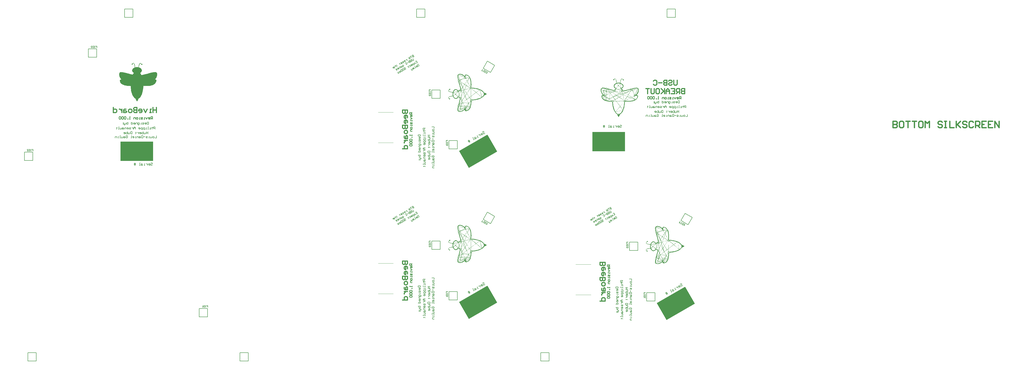
<source format=gbo>
G04*
G04 #@! TF.GenerationSoftware,Altium Limited,Altium Designer,20.1.11 (218)*
G04*
G04 Layer_Color=32896*
%FSLAX24Y24*%
%MOIN*%
G70*
G04*
G04 #@! TF.SameCoordinates,32D8FB58-9F7D-435F-B0ED-68F847CCC549*
G04*
G04*
G04 #@! TF.FilePolarity,Positive*
G04*
G01*
G75*
%ADD11C,0.0200*%
%ADD24C,0.0050*%
%ADD106C,0.0060*%
%ADD111C,0.0080*%
%ADD274C,0.0039*%
%ADD277C,0.0079*%
%ADD278C,0.0157*%
%ADD540C,0.0090*%
%ADD541R,0.5086X0.3033*%
%ADD542R,0.5086X0.3033*%
G04:AMPARAMS|DCode=543|XSize=508.6mil|YSize=303.3mil|CornerRadius=0mil|HoleSize=0mil|Usage=FLASHONLY|Rotation=210.000|XOffset=0mil|YOffset=0mil|HoleType=Round|Shape=Rectangle|*
%AMROTATEDRECTD543*
4,1,4,0.1444,0.2585,0.2960,-0.0042,-0.1444,-0.2585,-0.2960,0.0042,0.1444,0.2585,0.0*
%
%ADD543ROTATEDRECTD543*%

G36*
X24973Y49690D02*
X24987Y49683D01*
X25002Y49672D01*
X25024Y49657D01*
X25045Y49639D01*
X25067Y49610D01*
X25089Y49573D01*
X25115Y49530D01*
X25137Y49475D01*
X25158Y49409D01*
X25180Y49333D01*
X25198Y49242D01*
X25206Y49191D01*
X25217Y49140D01*
X25220Y49081D01*
X25228Y49019D01*
Y49008D01*
X25231D01*
X25235Y49001D01*
X25239D01*
X25253Y49005D01*
X25279Y49012D01*
X25308Y49019D01*
X25341Y49023D01*
X25377Y49030D01*
X25457Y49034D01*
X25592D01*
X25618Y49030D01*
X25647D01*
X25676Y49027D01*
X25745Y49012D01*
Y49016D01*
X25749Y49019D01*
X25753Y49034D01*
Y49037D01*
Y49048D01*
Y49063D01*
X25756Y49081D01*
Y49107D01*
X25760Y49140D01*
X25763Y49172D01*
X25771Y49209D01*
X25785Y49293D01*
X25811Y49387D01*
X25844Y49486D01*
X25887Y49588D01*
X25891Y49591D01*
X25898Y49599D01*
X25909Y49613D01*
X25927Y49628D01*
X25946Y49643D01*
X25964Y49657D01*
X25986Y49664D01*
X26004Y49668D01*
X26062D01*
X26077Y49661D01*
X26099Y49653D01*
X26124Y49639D01*
X26161Y49621D01*
X26197Y49591D01*
X26245Y49555D01*
X26259D01*
X26274Y49551D01*
X26292Y49544D01*
X26310Y49537D01*
X26325Y49522D01*
X26336Y49504D01*
X26339Y49479D01*
Y49460D01*
Y49457D01*
Y49449D01*
X26336Y49435D01*
X26328Y49424D01*
X26318Y49409D01*
X26303Y49395D01*
X26281Y49387D01*
X26252Y49384D01*
X26248D01*
X26241Y49387D01*
X26215Y49402D01*
X26190Y49424D01*
X26183Y49442D01*
X26179Y49460D01*
Y49471D01*
X26186Y49519D01*
X26183Y49522D01*
X26172Y49533D01*
X26153Y49548D01*
X26135Y49562D01*
X26110Y49577D01*
X26084Y49591D01*
X26059Y49602D01*
X26037Y49606D01*
X26015D01*
X25997Y49595D01*
X25986Y49588D01*
X25971Y49573D01*
X25957Y49555D01*
X25942Y49533D01*
X25924Y49500D01*
X25906Y49460D01*
X25887Y49413D01*
X25873Y49355D01*
X25855Y49285D01*
X25840Y49205D01*
X25825Y49114D01*
X25814Y49008D01*
Y49005D01*
Y49001D01*
X25818Y48997D01*
X25822Y48994D01*
X25825D01*
X25833Y48990D01*
X25844Y48986D01*
X25862Y48979D01*
X25906Y48961D01*
X25960Y48939D01*
X26019Y48906D01*
X26077Y48866D01*
X26135Y48819D01*
X26186Y48764D01*
X26190Y48760D01*
X26201Y48746D01*
X26215Y48724D01*
X26230Y48695D01*
X26245Y48662D01*
X26259Y48622D01*
X26270Y48582D01*
X26274Y48534D01*
Y48531D01*
Y48524D01*
Y48513D01*
X26270Y48494D01*
X26266Y48476D01*
X26259Y48454D01*
X26241Y48400D01*
X26230Y48367D01*
X26212Y48338D01*
X26194Y48305D01*
X26168Y48272D01*
X26139Y48239D01*
X26106Y48206D01*
X26066Y48174D01*
X26022Y48144D01*
X26015Y48115D01*
X26019Y48112D01*
X26030Y48097D01*
X26048Y48072D01*
X26070Y48039D01*
X26099Y47999D01*
X26128Y47948D01*
X26161Y47893D01*
X26197Y47831D01*
X26201Y47827D01*
X26212Y47820D01*
X26226Y47809D01*
X26237Y47805D01*
X26245D01*
X26256Y47809D01*
X26277Y47813D01*
X26307Y47816D01*
X26350Y47827D01*
X26376Y47831D01*
X26405Y47838D01*
X26441Y47846D01*
X26478Y47856D01*
X26522Y47864D01*
X26569Y47875D01*
X26620Y47889D01*
X26678Y47904D01*
X26740Y47918D01*
X26810Y47933D01*
X26886Y47955D01*
X26966Y47973D01*
X27054Y47995D01*
X27149Y48017D01*
X27251Y48046D01*
X27356Y48072D01*
X27473Y48101D01*
X27597Y48133D01*
X27728Y48166D01*
X27867Y48203D01*
X27870D01*
X27878Y48206D01*
X27892Y48210D01*
X27914Y48214D01*
X27936Y48217D01*
X27965Y48221D01*
X28031Y48236D01*
X28104Y48246D01*
X28180Y48254D01*
X28257Y48261D01*
X28326Y48265D01*
X28373D01*
X28392Y48261D01*
X28432Y48254D01*
X28479Y48243D01*
X28526Y48221D01*
X28574Y48188D01*
X28592Y48166D01*
X28610Y48144D01*
X28625Y48115D01*
X28636Y48082D01*
Y48075D01*
X28639Y48061D01*
X28643Y48035D01*
X28647Y48006D01*
X28650Y47940D01*
X28654Y47911D01*
Y47886D01*
Y47882D01*
Y47867D01*
X28650Y47846D01*
X28647Y47816D01*
X28643Y47776D01*
X28636Y47736D01*
X28625Y47685D01*
X28610Y47634D01*
X28588Y47576D01*
X28566Y47514D01*
X28537Y47452D01*
X28501Y47386D01*
X28457Y47317D01*
X28410Y47251D01*
X28355Y47182D01*
X28289Y47117D01*
X28319D01*
X28337Y47113D01*
X28373Y47109D01*
X28421Y47098D01*
X28464Y47080D01*
X28505Y47051D01*
X28519Y47036D01*
X28530Y47014D01*
X28537Y46989D01*
X28541Y46963D01*
Y46960D01*
Y46956D01*
X28537Y46934D01*
X28534Y46898D01*
X28523Y46854D01*
X28508Y46799D01*
X28486Y46737D01*
X28450Y46668D01*
X28406Y46599D01*
X28351Y46526D01*
X28319Y46490D01*
X28279Y46453D01*
X28238Y46417D01*
X28195Y46384D01*
X28144Y46347D01*
X28089Y46315D01*
X28031Y46285D01*
X27969Y46256D01*
X27899Y46227D01*
X27827Y46202D01*
X27746Y46180D01*
X27663Y46158D01*
X27571Y46140D01*
X27473Y46125D01*
X27462D01*
X27451Y46121D01*
X27437D01*
X27400Y46118D01*
X27349Y46114D01*
X27291Y46111D01*
X27229Y46107D01*
X27163Y46103D01*
X26788D01*
X26733Y46107D01*
X26598D01*
X26511Y46111D01*
X26496Y46092D01*
Y46070D01*
Y46063D01*
Y46049D01*
X26500Y46034D01*
X26503Y46023D01*
Y46019D01*
Y46005D01*
Y45983D01*
X26500Y45950D01*
Y45914D01*
X26496Y45863D01*
X26489Y45808D01*
X26482Y45746D01*
X26471Y45673D01*
X26460Y45593D01*
X26445Y45505D01*
X26430Y45411D01*
X26409Y45309D01*
X26387Y45199D01*
X26358Y45086D01*
X26328Y44962D01*
Y44959D01*
X26325Y44948D01*
X26318Y44930D01*
X26307Y44904D01*
X26296Y44875D01*
X26281Y44842D01*
X26266Y44806D01*
X26248Y44762D01*
X26208Y44671D01*
X26161Y44576D01*
X26110Y44481D01*
X26051Y44390D01*
X26048Y44386D01*
X26040Y44376D01*
X26026Y44361D01*
X26008Y44339D01*
X25982Y44314D01*
X25957Y44284D01*
X25924Y44255D01*
X25891Y44226D01*
X25814Y44164D01*
X25771Y44135D01*
X25727Y44109D01*
X25683Y44088D01*
X25640Y44073D01*
X25592Y44062D01*
X25545Y44058D01*
X25465D01*
X25446Y44062D01*
X25421Y44069D01*
X25388Y44080D01*
X25348Y44095D01*
X25304Y44113D01*
X25257Y44142D01*
X25206Y44179D01*
X25151Y44222D01*
X25093Y44277D01*
X25034Y44343D01*
X24976Y44419D01*
X24914Y44507D01*
X24885Y44558D01*
X24852Y44612D01*
X24823Y44667D01*
X24794Y44729D01*
X24790Y44736D01*
X24787Y44755D01*
X24776Y44780D01*
X24761Y44817D01*
X24747Y44860D01*
X24732Y44908D01*
X24714Y44962D01*
X24695Y45017D01*
X24655Y45130D01*
X24641Y45181D01*
X24626Y45232D01*
X24612Y45279D01*
X24601Y45320D01*
X24597Y45352D01*
X24593Y45374D01*
X24531Y45976D01*
Y46092D01*
X24524D01*
X24506Y46096D01*
X24488Y46100D01*
X24469Y46103D01*
X24437Y46100D01*
X24429D01*
X24411Y46103D01*
X24404D01*
X24382Y46100D01*
X24335D01*
X24305Y46103D01*
X24240D01*
X24203Y46107D01*
X24160Y46111D01*
X24112Y46114D01*
X24010Y46125D01*
X23897Y46143D01*
X23781Y46165D01*
X23660Y46191D01*
X23536Y46224D01*
X23416Y46267D01*
X23299Y46315D01*
X23190Y46373D01*
X23092Y46442D01*
X23048Y46479D01*
X23008Y46519D01*
X22971Y46562D01*
X22939Y46610D01*
X22935Y46617D01*
X22924Y46639D01*
X22909Y46668D01*
X22895Y46712D01*
X22880Y46767D01*
X22866Y46829D01*
X22855Y46898D01*
X22851Y46974D01*
Y46982D01*
X22855Y46996D01*
X22862Y47018D01*
X22880Y47047D01*
X22909Y47073D01*
X22928Y47084D01*
X22950Y47095D01*
X22979Y47102D01*
X23011Y47109D01*
X23048Y47117D01*
X23099D01*
X23095Y47120D01*
X23084Y47131D01*
X23066Y47153D01*
X23044Y47179D01*
X23015Y47211D01*
X22986Y47248D01*
X22953Y47295D01*
X22920Y47343D01*
X22884Y47397D01*
X22851Y47459D01*
X22822Y47521D01*
X22796Y47590D01*
X22771Y47663D01*
X22753Y47736D01*
X22742Y47813D01*
X22738Y47893D01*
Y47897D01*
Y47904D01*
Y47918D01*
X22742Y47933D01*
X22745Y47977D01*
X22753Y48031D01*
X22767Y48086D01*
X22789Y48141D01*
X22818Y48192D01*
X22837Y48214D01*
X22858Y48232D01*
X22862D01*
X22873Y48236D01*
X22891Y48243D01*
X22917Y48250D01*
X22942Y48254D01*
X22975Y48261D01*
X23041Y48265D01*
X23095D01*
X23117Y48261D01*
X23150D01*
X23190Y48254D01*
X23245Y48246D01*
X23310Y48236D01*
X23387Y48221D01*
X23434Y48214D01*
X23482Y48203D01*
X23533Y48195D01*
X23591Y48181D01*
X23649Y48170D01*
X23715Y48155D01*
X23781Y48137D01*
X23853Y48123D01*
X23930Y48104D01*
X24014Y48082D01*
X24098Y48061D01*
X24189Y48039D01*
X24284Y48013D01*
X24386Y47984D01*
X24491Y47955D01*
X24601Y47926D01*
X24604D01*
X24612Y47922D01*
X24623D01*
X24637Y47918D01*
X24674Y47908D01*
X24717Y47897D01*
X24761Y47886D01*
X24801Y47878D01*
X24830Y47871D01*
X24841Y47867D01*
X24849D01*
X25009Y48123D01*
Y48144D01*
X25005Y48148D01*
X24998Y48152D01*
X24987Y48159D01*
X24969Y48174D01*
X24929Y48206D01*
X24881Y48254D01*
X24834Y48308D01*
X24794Y48374D01*
X24776Y48411D01*
X24765Y48451D01*
X24757Y48491D01*
X24754Y48534D01*
Y48538D01*
Y48545D01*
X24757Y48560D01*
X24761Y48578D01*
X24765Y48604D01*
X24776Y48629D01*
X24787Y48658D01*
X24805Y48691D01*
X24827Y48728D01*
X24856Y48764D01*
X24889Y48801D01*
X24929Y48841D01*
X24976Y48877D01*
X25031Y48914D01*
X25093Y48950D01*
X25166Y48986D01*
Y48994D01*
X25162Y49012D01*
Y49045D01*
X25155Y49085D01*
X25151Y49132D01*
X25140Y49183D01*
X25133Y49242D01*
X25122Y49300D01*
X25093Y49417D01*
X25075Y49471D01*
X25056Y49519D01*
X25034Y49562D01*
X25009Y49599D01*
X24980Y49624D01*
X24951Y49635D01*
X24936D01*
X24925Y49632D01*
X24911Y49624D01*
X24892Y49617D01*
X24870Y49602D01*
X24849Y49581D01*
X24823Y49555D01*
X24827Y49548D01*
X24834Y49533D01*
X24838Y49515D01*
X24841Y49500D01*
Y49493D01*
Y49489D01*
X24838Y49482D01*
X24827Y49457D01*
X24819Y49442D01*
X24805Y49427D01*
X24790Y49420D01*
X24768Y49417D01*
X24765D01*
X24757Y49420D01*
X24743Y49424D01*
X24728Y49427D01*
X24714Y49438D01*
X24699Y49449D01*
X24692Y49464D01*
X24688Y49486D01*
Y49508D01*
Y49511D01*
Y49515D01*
X24692Y49526D01*
X24699Y49537D01*
X24706Y49548D01*
X24721Y49562D01*
X24743Y49577D01*
X24768Y49588D01*
X24772Y49591D01*
X24783Y49606D01*
X24801Y49621D01*
X24823Y49643D01*
X24852Y49661D01*
X24881Y49679D01*
X24914Y49690D01*
X24951Y49694D01*
X24962D01*
X24973Y49690D01*
D02*
G37*
G36*
X99842Y47261D02*
X99857Y47253D01*
X99875Y47242D01*
X99893Y47228D01*
X99915Y47210D01*
X99933Y47188D01*
X99955Y47155D01*
X99977Y47119D01*
X99999Y47075D01*
X100017Y47020D01*
X100035Y46962D01*
X100053Y46889D01*
X100068Y46809D01*
Y46805D01*
Y46801D01*
X100072Y46780D01*
X100075Y46747D01*
X100083Y46710D01*
X100086Y46670D01*
X100093Y46634D01*
X100097Y46601D01*
X100104Y46575D01*
X100112D01*
X100130Y46579D01*
X100155Y46586D01*
X100192Y46594D01*
X100232Y46597D01*
X100276Y46605D01*
X100374Y46608D01*
X100400D01*
X100422Y46605D01*
X100454D01*
X100491Y46601D01*
X100531Y46597D01*
X100571D01*
X100600Y46594D01*
X100622D01*
Y46597D01*
Y46601D01*
X100626Y46623D01*
X100629Y46652D01*
X100637Y46696D01*
X100644Y46743D01*
X100651Y46798D01*
X100666Y46856D01*
X100680Y46918D01*
X100695Y46980D01*
X100717Y47038D01*
X100739Y47093D01*
X100761Y47140D01*
X100790Y47184D01*
X100819Y47213D01*
X100855Y47235D01*
X100874Y47242D01*
X100910D01*
X100932Y47235D01*
X100957Y47228D01*
X100990Y47213D01*
X101027Y47191D01*
X101067Y47162D01*
X101110Y47122D01*
X101125D01*
X101143Y47119D01*
X101161Y47111D01*
X101176Y47104D01*
X101194Y47089D01*
X101205Y47071D01*
X101209Y47046D01*
Y47038D01*
Y47035D01*
X101205Y47027D01*
X101194Y47002D01*
X101187Y46987D01*
X101172Y46976D01*
X101158Y46969D01*
X101136Y46965D01*
X101118D01*
X101110Y46969D01*
X101085Y46980D01*
X101070Y46987D01*
X101059Y47002D01*
X101052Y47016D01*
X101048Y47038D01*
Y47046D01*
Y47049D01*
X101052Y47057D01*
X101056Y47071D01*
X101063Y47086D01*
X101059Y47089D01*
X101045Y47100D01*
X101027Y47119D01*
X101005Y47137D01*
X100983Y47155D01*
X100957Y47173D01*
X100935Y47184D01*
X100914Y47188D01*
X100884D01*
X100866Y47177D01*
X100855Y47170D01*
X100841Y47155D01*
X100822Y47137D01*
X100808Y47111D01*
X100790Y47078D01*
X100771Y47038D01*
X100753Y46987D01*
X100735Y46925D01*
X100717Y46856D01*
X100702Y46772D01*
X100688Y46677D01*
X100677Y46568D01*
X100680D01*
X100699Y46561D01*
X100720Y46554D01*
X100750Y46539D01*
X100786Y46524D01*
X100826Y46503D01*
X100866Y46481D01*
X100910Y46451D01*
X100954Y46419D01*
X100997Y46386D01*
X101034Y46346D01*
X101070Y46302D01*
X101100Y46258D01*
X101125Y46207D01*
X101140Y46153D01*
X101143Y46094D01*
Y46091D01*
Y46087D01*
Y46076D01*
X101140Y46061D01*
X101129Y46021D01*
X101110Y45970D01*
X101100Y45941D01*
X101081Y45912D01*
X101059Y45879D01*
X101038Y45846D01*
X101005Y45814D01*
X100972Y45781D01*
X100932Y45744D01*
X100888Y45712D01*
Y45690D01*
X101034Y45467D01*
X101048D01*
X101067Y45464D01*
X101085Y45456D01*
X101107Y45449D01*
X101129Y45435D01*
X101151Y45413D01*
X101169Y45387D01*
X101176D01*
X101191Y45391D01*
X101216Y45398D01*
X101253Y45405D01*
X101300Y45416D01*
X101355Y45427D01*
X101420Y45442D01*
X101493Y45460D01*
X101577Y45478D01*
X101664Y45500D01*
X101763Y45526D01*
X101869Y45551D01*
X101978Y45580D01*
X102095Y45613D01*
X102219Y45646D01*
X102350Y45682D01*
X102353Y45686D01*
X102357Y45693D01*
X102368Y45708D01*
X102383Y45722D01*
X102419Y45748D01*
X102441Y45755D01*
X102466Y45759D01*
X102470D01*
X102481Y45755D01*
X102492Y45752D01*
X102506Y45748D01*
X102525Y45741D01*
X102547Y45730D01*
X102550D01*
X102568Y45733D01*
X102590Y45741D01*
X102623Y45748D01*
X102660Y45755D01*
X102703Y45766D01*
X102751Y45774D01*
X102802Y45784D01*
X102911Y45806D01*
X103020Y45821D01*
X103071Y45828D01*
X103122Y45835D01*
X103166Y45839D01*
X103221D01*
X103235Y45835D01*
X103254D01*
X103279Y45828D01*
X103305Y45821D01*
X103334Y45814D01*
X103363Y45799D01*
X103392Y45784D01*
X103421Y45763D01*
X103447Y45737D01*
X103472Y45704D01*
X103491Y45668D01*
X103505Y45628D01*
X103516Y45577D01*
X103520Y45522D01*
Y45413D01*
Y45409D01*
Y45398D01*
X103516Y45376D01*
X103512Y45351D01*
X103509Y45318D01*
X103502Y45278D01*
X103491Y45234D01*
X103476Y45187D01*
X103454Y45136D01*
X103432Y45077D01*
X103403Y45019D01*
X103367Y44957D01*
X103323Y44891D01*
X103276Y44826D01*
X103221Y44760D01*
X103155Y44691D01*
X103177D01*
X103195Y44687D01*
X103235Y44684D01*
X103279Y44676D01*
X103327Y44658D01*
X103363Y44636D01*
X103381Y44622D01*
X103392Y44607D01*
X103400Y44585D01*
X103403Y44563D01*
Y44523D01*
Y44516D01*
Y44498D01*
X103400Y44469D01*
X103389Y44429D01*
X103378Y44377D01*
X103359Y44323D01*
X103334Y44264D01*
X103297Y44203D01*
X103254Y44137D01*
X103199Y44068D01*
X103133Y44002D01*
X103093Y43973D01*
X103050Y43940D01*
X103006Y43911D01*
X102955Y43882D01*
X102900Y43853D01*
X102845Y43827D01*
X102783Y43802D01*
X102714Y43780D01*
X102645Y43758D01*
X102568Y43740D01*
X102565D01*
X102554Y43736D01*
X102536Y43732D01*
X102510Y43729D01*
X102481Y43725D01*
X102445Y43721D01*
X102404Y43714D01*
X102361Y43710D01*
X102266Y43696D01*
X102160Y43689D01*
X102051Y43681D01*
X101945Y43678D01*
X101810D01*
X101777Y43681D01*
X101694D01*
X101606Y43685D01*
X101515Y43689D01*
X101420Y43692D01*
X101366Y43612D01*
Y43608D01*
Y43605D01*
Y43594D01*
Y43583D01*
X101362Y43543D01*
Y43492D01*
X101355Y43430D01*
X101351Y43357D01*
X101340Y43269D01*
X101326Y43178D01*
X101311Y43073D01*
X101289Y42963D01*
X101264Y42847D01*
X101234Y42723D01*
X101198Y42595D01*
X101158Y42464D01*
X101110Y42329D01*
X101056Y42194D01*
X101052Y42187D01*
X101041Y42169D01*
X101027Y42143D01*
X101001Y42107D01*
X100976Y42063D01*
X100939Y42016D01*
X100903Y41964D01*
X100859Y41913D01*
X100812Y41862D01*
X100757Y41811D01*
X100702Y41764D01*
X100644Y41720D01*
X100582Y41684D01*
X100516Y41658D01*
X100451Y41640D01*
X100381Y41633D01*
X100363D01*
X100338Y41636D01*
X100305Y41644D01*
X100268Y41658D01*
X100221Y41677D01*
X100170Y41702D01*
X100115Y41735D01*
X100057Y41775D01*
X99995Y41830D01*
X99933Y41895D01*
X99867Y41972D01*
X99835Y42016D01*
X99802Y42067D01*
X99773Y42118D01*
X99740Y42172D01*
X99707Y42234D01*
X99678Y42296D01*
X99645Y42365D01*
X99616Y42438D01*
Y42442D01*
X99612Y42446D01*
X99609Y42457D01*
X99601Y42471D01*
X99598Y42493D01*
X99587Y42519D01*
X99580Y42548D01*
X99569Y42588D01*
X99554Y42628D01*
X99543Y42679D01*
X99529Y42737D01*
X99510Y42803D01*
X99496Y42872D01*
X99477Y42952D01*
X99459Y43040D01*
X99441Y43138D01*
Y43142D01*
Y43156D01*
X99437Y43175D01*
Y43200D01*
X99434Y43233D01*
X99430Y43266D01*
X99423Y43342D01*
X99416Y43419D01*
X99412Y43455D01*
X99408Y43488D01*
X99405Y43517D01*
X99401Y43543D01*
X99397Y43561D01*
X99394Y43572D01*
X99383D01*
X99372Y43579D01*
X99361Y43587D01*
X99343Y43597D01*
X99324Y43616D01*
X99303Y43641D01*
X99281Y43678D01*
X99120D01*
X99091Y43681D01*
X99058D01*
X99018Y43685D01*
X98978Y43689D01*
X98931Y43692D01*
X98880Y43696D01*
X98770Y43710D01*
X98646Y43729D01*
X98519Y43754D01*
X98515D01*
X98501Y43751D01*
X98486Y43747D01*
X98468D01*
X98461Y43754D01*
X98446Y43761D01*
X98428Y43769D01*
X98399Y43780D01*
X98362Y43794D01*
X98315Y43809D01*
X98260Y43827D01*
X98253Y43831D01*
X98238Y43838D01*
X98213Y43853D01*
X98176Y43871D01*
X98136Y43893D01*
X98092Y43925D01*
X98045Y43958D01*
X97994Y43998D01*
X97943Y44046D01*
X97896Y44097D01*
X97852Y44155D01*
X97812Y44221D01*
X97779Y44290D01*
X97750Y44363D01*
X97735Y44443D01*
X97728Y44531D01*
Y44563D01*
Y44571D01*
X97732Y44585D01*
X97742Y44603D01*
X97761Y44629D01*
X97790Y44651D01*
X97808Y44662D01*
X97834Y44673D01*
X97863Y44680D01*
X97896Y44687D01*
X97932Y44691D01*
X97976D01*
X97972Y44695D01*
X97961Y44706D01*
X97943Y44727D01*
X97921Y44753D01*
X97892Y44786D01*
X97863Y44822D01*
X97830Y44866D01*
X97797Y44917D01*
X97761Y44972D01*
X97728Y45030D01*
X97699Y45092D01*
X97673Y45158D01*
X97648Y45227D01*
X97629Y45296D01*
X97619Y45369D01*
X97615Y45445D01*
Y45489D01*
Y45493D01*
Y45504D01*
X97619Y45522D01*
Y45544D01*
X97622Y45569D01*
X97629Y45599D01*
X97651Y45664D01*
X97666Y45697D01*
X97684Y45730D01*
X97706Y45759D01*
X97735Y45784D01*
X97764Y45806D01*
X97804Y45825D01*
X97845Y45835D01*
X97896Y45839D01*
X97958D01*
X97976Y45835D01*
X97994D01*
X98019Y45832D01*
X98049D01*
X98081Y45825D01*
X98118Y45821D01*
X98162Y45817D01*
X98209Y45810D01*
X98264Y45799D01*
X98322Y45792D01*
X98388Y45781D01*
X98457Y45766D01*
Y45770D01*
X98464Y45777D01*
X98471Y45781D01*
X98486Y45788D01*
X98501Y45792D01*
X98523Y45799D01*
X98577D01*
X98588Y45795D01*
X98603Y45788D01*
X98617Y45777D01*
X98635Y45759D01*
X98657Y45737D01*
X98679Y45704D01*
X99623Y45460D01*
X99627D01*
X99631Y45464D01*
X99652Y45478D01*
X99678Y45489D01*
X99700Y45493D01*
X99751D01*
X99867Y45671D01*
Y45675D01*
Y45682D01*
X99864Y45697D01*
X99857Y45712D01*
X99849Y45730D01*
X99835Y45748D01*
X99813Y45766D01*
X99787Y45784D01*
Y45788D01*
X99780Y45792D01*
X99762Y45810D01*
X99736Y45839D01*
X99711Y45879D01*
X99682Y45923D01*
X99656Y45974D01*
X99638Y46025D01*
X99634Y46051D01*
X99631Y46076D01*
Y46123D01*
Y46127D01*
Y46134D01*
X99634Y46149D01*
X99638Y46164D01*
X99642Y46185D01*
X99649Y46211D01*
X99663Y46236D01*
X99678Y46266D01*
X99696Y46298D01*
X99722Y46331D01*
X99751Y46368D01*
X99787Y46400D01*
X99831Y46437D01*
X99878Y46473D01*
X99937Y46506D01*
X100002Y46539D01*
X100006D01*
X100013Y46543D01*
X100024Y46546D01*
X100042Y46554D01*
Y46561D01*
X100039Y46575D01*
Y46601D01*
X100035Y46634D01*
X100028Y46674D01*
X100024Y46718D01*
X100017Y46765D01*
X100010Y46816D01*
X99988Y46918D01*
X99977Y46969D01*
X99966Y47016D01*
X99951Y47060D01*
X99940Y47097D01*
X99922Y47126D01*
X99908Y47148D01*
Y47151D01*
X99900Y47155D01*
X99886Y47173D01*
X99857Y47199D01*
X99820Y47217D01*
X99816D01*
X99806Y47213D01*
X99787Y47206D01*
X99769Y47195D01*
X99722Y47170D01*
X99703Y47151D01*
X99685Y47129D01*
X99689Y47122D01*
X99700Y47108D01*
X99707Y47086D01*
X99711Y47067D01*
Y47064D01*
Y47060D01*
X99703Y47042D01*
X99693Y47027D01*
X99682Y47016D01*
X99663Y47002D01*
X99638Y46991D01*
X99634D01*
X99627Y46995D01*
X99612Y46998D01*
X99598Y47009D01*
X99583Y47016D01*
X99569Y47031D01*
X99561Y47049D01*
X99558Y47067D01*
Y47075D01*
Y47078D01*
X99561Y47086D01*
X99572Y47111D01*
X99580Y47126D01*
X99594Y47137D01*
X99609Y47144D01*
X99631Y47148D01*
X99634Y47151D01*
X99642Y47162D01*
X99652Y47177D01*
X99671Y47191D01*
X99696Y47213D01*
X99729Y47232D01*
X99765Y47250D01*
X99813Y47268D01*
X99820D01*
X99842Y47261D01*
D02*
G37*
G36*
X75799Y47983D02*
X75825Y47980D01*
X75858Y47976D01*
X75898Y47969D01*
X75941Y47958D01*
X75989Y47943D01*
X76040Y47921D01*
X76098Y47899D01*
X76157Y47870D01*
X76218Y47834D01*
X76284Y47790D01*
X76350Y47743D01*
X76415Y47688D01*
X76485Y47622D01*
Y47644D01*
X76488Y47662D01*
X76492Y47703D01*
X76499Y47746D01*
X76517Y47794D01*
X76539Y47830D01*
X76554Y47848D01*
X76568Y47859D01*
X76590Y47867D01*
X76612Y47870D01*
X76678D01*
X76707Y47867D01*
X76747Y47856D01*
X76798Y47845D01*
X76853Y47826D01*
X76911Y47801D01*
X76973Y47764D01*
X77039Y47721D01*
X77108Y47666D01*
X77173Y47600D01*
X77203Y47560D01*
X77235Y47517D01*
X77265Y47473D01*
X77294Y47422D01*
X77323Y47367D01*
X77348Y47312D01*
X77374Y47251D01*
X77396Y47181D01*
X77418Y47112D01*
X77436Y47035D01*
Y47032D01*
X77440Y47021D01*
X77443Y47003D01*
X77447Y46977D01*
X77450Y46948D01*
X77454Y46912D01*
X77461Y46871D01*
X77465Y46828D01*
X77480Y46733D01*
X77487Y46627D01*
X77494Y46518D01*
X77498Y46412D01*
Y46277D01*
X77494Y46245D01*
Y46161D01*
X77491Y46073D01*
X77487Y45982D01*
X77483Y45887D01*
X77563Y45833D01*
X77593D01*
X77633Y45829D01*
X77684D01*
X77746Y45822D01*
X77819Y45818D01*
X77906Y45807D01*
X77997Y45793D01*
X78103Y45778D01*
X78212Y45756D01*
X78329Y45731D01*
X78453Y45701D01*
X78580Y45665D01*
X78712Y45625D01*
X78847Y45577D01*
X78981Y45523D01*
X78989Y45519D01*
X79007Y45508D01*
X79032Y45494D01*
X79069Y45468D01*
X79113Y45443D01*
X79160Y45406D01*
X79211Y45370D01*
X79262Y45326D01*
X79313Y45279D01*
X79364Y45224D01*
X79412Y45169D01*
X79455Y45111D01*
X79492Y45049D01*
X79517Y44983D01*
X79535Y44918D01*
X79543Y44848D01*
Y44830D01*
X79539Y44805D01*
X79532Y44772D01*
X79517Y44735D01*
X79499Y44688D01*
X79473Y44637D01*
X79441Y44582D01*
X79401Y44524D01*
X79346Y44462D01*
X79280Y44400D01*
X79204Y44335D01*
X79160Y44302D01*
X79109Y44269D01*
X79058Y44240D01*
X79003Y44207D01*
X78941Y44174D01*
X78879Y44145D01*
X78810Y44112D01*
X78737Y44083D01*
X78734D01*
X78730Y44079D01*
X78719Y44076D01*
X78704Y44068D01*
X78682Y44065D01*
X78657Y44054D01*
X78628Y44047D01*
X78588Y44036D01*
X78548Y44021D01*
X78497Y44010D01*
X78438Y43996D01*
X78373Y43977D01*
X78303Y43963D01*
X78223Y43945D01*
X78136Y43926D01*
X78037Y43908D01*
X78019D01*
X78001Y43904D01*
X77975D01*
X77943Y43901D01*
X77910Y43897D01*
X77833Y43890D01*
X77757Y43883D01*
X77720Y43879D01*
X77687Y43875D01*
X77658Y43872D01*
X77633Y43868D01*
X77615Y43864D01*
X77604Y43861D01*
Y43850D01*
X77596Y43839D01*
X77589Y43828D01*
X77578Y43810D01*
X77560Y43791D01*
X77534Y43770D01*
X77498Y43748D01*
Y43587D01*
X77494Y43558D01*
Y43525D01*
X77491Y43485D01*
X77487Y43445D01*
X77483Y43398D01*
X77480Y43347D01*
X77465Y43237D01*
X77447Y43113D01*
X77421Y42986D01*
Y42982D01*
X77425Y42968D01*
X77429Y42953D01*
Y42935D01*
X77421Y42928D01*
X77414Y42913D01*
X77407Y42895D01*
X77396Y42866D01*
X77381Y42829D01*
X77367Y42782D01*
X77348Y42727D01*
X77345Y42720D01*
X77337Y42705D01*
X77323Y42680D01*
X77305Y42643D01*
X77283Y42603D01*
X77250Y42559D01*
X77217Y42512D01*
X77177Y42461D01*
X77130Y42410D01*
X77079Y42363D01*
X77020Y42319D01*
X76955Y42279D01*
X76886Y42246D01*
X76813Y42217D01*
X76732Y42202D01*
X76645Y42195D01*
X76605D01*
X76590Y42199D01*
X76572Y42210D01*
X76547Y42228D01*
X76525Y42257D01*
X76514Y42275D01*
X76503Y42301D01*
X76495Y42330D01*
X76488Y42363D01*
X76485Y42399D01*
Y42443D01*
X76481Y42439D01*
X76470Y42428D01*
X76448Y42410D01*
X76423Y42388D01*
X76390Y42359D01*
X76353Y42330D01*
X76310Y42297D01*
X76259Y42264D01*
X76204Y42228D01*
X76146Y42195D01*
X76084Y42166D01*
X76018Y42140D01*
X75949Y42115D01*
X75879Y42097D01*
X75807Y42086D01*
X75730Y42082D01*
X75672D01*
X75654Y42086D01*
X75632D01*
X75606Y42089D01*
X75577Y42097D01*
X75511Y42118D01*
X75479Y42133D01*
X75446Y42151D01*
X75417Y42173D01*
X75391Y42202D01*
X75369Y42231D01*
X75351Y42271D01*
X75340Y42312D01*
X75336Y42363D01*
Y42425D01*
X75340Y42443D01*
Y42461D01*
X75344Y42487D01*
Y42516D01*
X75351Y42548D01*
X75355Y42585D01*
X75358Y42629D01*
X75366Y42676D01*
X75376Y42731D01*
X75384Y42789D01*
X75395Y42855D01*
X75409Y42924D01*
X75406D01*
X75398Y42931D01*
X75395Y42938D01*
X75387Y42953D01*
X75384Y42968D01*
X75376Y42990D01*
Y43044D01*
X75380Y43055D01*
X75387Y43070D01*
X75398Y43084D01*
X75417Y43103D01*
X75438Y43124D01*
X75471Y43146D01*
X75715Y44090D01*
Y44094D01*
X75712Y44098D01*
X75697Y44119D01*
X75686Y44145D01*
X75683Y44167D01*
Y44218D01*
X75504Y44335D01*
X75493D01*
X75479Y44331D01*
X75464Y44324D01*
X75446Y44316D01*
X75428Y44302D01*
X75409Y44280D01*
X75391Y44254D01*
X75387D01*
X75384Y44247D01*
X75366Y44229D01*
X75336Y44203D01*
X75296Y44178D01*
X75253Y44149D01*
X75202Y44123D01*
X75150Y44105D01*
X75125Y44101D01*
X75099Y44098D01*
X75041D01*
X75027Y44101D01*
X75012Y44105D01*
X74990Y44109D01*
X74965Y44116D01*
X74939Y44130D01*
X74910Y44145D01*
X74877Y44163D01*
X74844Y44189D01*
X74808Y44218D01*
X74775Y44254D01*
X74739Y44298D01*
X74702Y44345D01*
X74669Y44404D01*
X74637Y44469D01*
Y44473D01*
X74633Y44480D01*
X74629Y44491D01*
X74622Y44509D01*
X74615D01*
X74600Y44506D01*
X74575D01*
X74542Y44502D01*
X74502Y44495D01*
X74458Y44491D01*
X74411Y44484D01*
X74360Y44477D01*
X74257Y44455D01*
X74206Y44444D01*
X74159Y44433D01*
X74115Y44418D01*
X74079Y44407D01*
X74050Y44389D01*
X74028Y44375D01*
X74024D01*
X74021Y44367D01*
X74002Y44353D01*
X73977Y44324D01*
X73959Y44287D01*
Y44283D01*
X73962Y44273D01*
X73970Y44254D01*
X73980Y44236D01*
X74006Y44189D01*
X74024Y44171D01*
X74046Y44152D01*
X74053Y44156D01*
X74068Y44167D01*
X74090Y44174D01*
X74108Y44178D01*
X74115D01*
X74134Y44171D01*
X74148Y44160D01*
X74159Y44149D01*
X74174Y44130D01*
X74185Y44105D01*
Y44101D01*
X74181Y44094D01*
X74177Y44079D01*
X74166Y44065D01*
X74159Y44050D01*
X74144Y44036D01*
X74126Y44028D01*
X74108Y44025D01*
X74097D01*
X74090Y44028D01*
X74064Y44039D01*
X74050Y44047D01*
X74039Y44061D01*
X74031Y44076D01*
X74028Y44098D01*
X74024Y44101D01*
X74013Y44109D01*
X73999Y44119D01*
X73984Y44138D01*
X73962Y44163D01*
X73944Y44196D01*
X73926Y44232D01*
X73908Y44280D01*
Y44287D01*
X73915Y44309D01*
X73922Y44324D01*
X73933Y44342D01*
X73948Y44360D01*
X73966Y44382D01*
X73988Y44400D01*
X74021Y44422D01*
X74057Y44444D01*
X74101Y44466D01*
X74155Y44484D01*
X74214Y44502D01*
X74287Y44520D01*
X74367Y44535D01*
X74374D01*
X74396Y44539D01*
X74429Y44542D01*
X74465Y44550D01*
X74505Y44553D01*
X74542Y44561D01*
X74575Y44564D01*
X74600Y44571D01*
Y44579D01*
X74596Y44597D01*
X74589Y44622D01*
X74582Y44659D01*
X74578Y44699D01*
X74571Y44743D01*
X74567Y44841D01*
Y44867D01*
X74571Y44889D01*
Y44921D01*
X74575Y44958D01*
X74578Y44998D01*
Y45038D01*
X74582Y45067D01*
Y45089D01*
X74575D01*
X74553Y45093D01*
X74524Y45096D01*
X74480Y45104D01*
X74432Y45111D01*
X74378Y45118D01*
X74319Y45133D01*
X74257Y45147D01*
X74195Y45162D01*
X74137Y45184D01*
X74083Y45206D01*
X74035Y45228D01*
X73991Y45257D01*
X73962Y45286D01*
X73940Y45322D01*
X73933Y45341D01*
Y45377D01*
X73940Y45399D01*
X73948Y45424D01*
X73962Y45457D01*
X73984Y45494D01*
X74013Y45534D01*
X74053Y45577D01*
Y45592D01*
X74057Y45610D01*
X74064Y45629D01*
X74072Y45643D01*
X74086Y45661D01*
X74104Y45672D01*
X74130Y45676D01*
X74141D01*
X74148Y45672D01*
X74174Y45661D01*
X74188Y45654D01*
X74199Y45639D01*
X74206Y45625D01*
X74210Y45603D01*
Y45585D01*
X74206Y45577D01*
X74195Y45552D01*
X74188Y45537D01*
X74174Y45526D01*
X74159Y45519D01*
X74137Y45516D01*
X74126D01*
X74119Y45519D01*
X74104Y45523D01*
X74090Y45530D01*
X74086Y45526D01*
X74075Y45512D01*
X74057Y45494D01*
X74039Y45472D01*
X74021Y45450D01*
X74002Y45424D01*
X73991Y45403D01*
X73988Y45381D01*
Y45351D01*
X73999Y45333D01*
X74006Y45322D01*
X74021Y45308D01*
X74039Y45290D01*
X74064Y45275D01*
X74097Y45257D01*
X74137Y45238D01*
X74188Y45220D01*
X74250Y45202D01*
X74319Y45184D01*
X74403Y45169D01*
X74498Y45155D01*
X74607Y45144D01*
Y45147D01*
X74615Y45166D01*
X74622Y45187D01*
X74637Y45217D01*
X74651Y45253D01*
X74673Y45293D01*
X74695Y45333D01*
X74724Y45377D01*
X74757Y45421D01*
X74790Y45464D01*
X74830Y45501D01*
X74873Y45537D01*
X74917Y45567D01*
X74968Y45592D01*
X75023Y45607D01*
X75081Y45610D01*
X75099D01*
X75114Y45607D01*
X75154Y45596D01*
X75205Y45577D01*
X75234Y45567D01*
X75263Y45548D01*
X75296Y45526D01*
X75329Y45505D01*
X75362Y45472D01*
X75395Y45439D01*
X75431Y45399D01*
X75464Y45355D01*
X75486D01*
X75708Y45501D01*
Y45516D01*
X75712Y45534D01*
X75719Y45552D01*
X75726Y45574D01*
X75741Y45596D01*
X75763Y45618D01*
X75788Y45636D01*
Y45643D01*
X75785Y45658D01*
X75777Y45683D01*
X75770Y45720D01*
X75759Y45767D01*
X75748Y45822D01*
X75734Y45887D01*
X75715Y45960D01*
X75697Y46044D01*
X75675Y46132D01*
X75650Y46230D01*
X75624Y46336D01*
X75595Y46445D01*
X75562Y46562D01*
X75530Y46686D01*
X75493Y46817D01*
X75489Y46820D01*
X75482Y46824D01*
X75468Y46835D01*
X75453Y46850D01*
X75428Y46886D01*
X75420Y46908D01*
X75417Y46933D01*
Y46937D01*
X75420Y46948D01*
X75424Y46959D01*
X75428Y46974D01*
X75435Y46992D01*
X75446Y47014D01*
Y47017D01*
X75442Y47035D01*
X75435Y47057D01*
X75428Y47090D01*
X75420Y47127D01*
X75409Y47170D01*
X75402Y47218D01*
X75391Y47269D01*
X75369Y47378D01*
X75355Y47487D01*
X75347Y47538D01*
X75340Y47590D01*
X75336Y47633D01*
Y47688D01*
X75340Y47703D01*
Y47721D01*
X75347Y47746D01*
X75355Y47772D01*
X75362Y47801D01*
X75376Y47830D01*
X75391Y47859D01*
X75413Y47888D01*
X75438Y47914D01*
X75471Y47939D01*
X75508Y47958D01*
X75548Y47972D01*
X75599Y47983D01*
X75654Y47987D01*
X75777D01*
X75799Y47983D01*
D02*
G37*
G36*
X79524Y45078D02*
X79535Y45074D01*
X79554Y45064D01*
X79579Y45049D01*
X79608Y45031D01*
X79641Y45013D01*
X79710Y44972D01*
X79780Y44932D01*
X79812Y44914D01*
X79842Y44896D01*
X79867Y44878D01*
X79889Y44867D01*
X79904Y44856D01*
X79911Y44848D01*
X79528Y44619D01*
X79514D01*
Y44622D01*
X79517Y44626D01*
X79521Y44648D01*
X79528Y44677D01*
X79535Y44714D01*
X79546Y44754D01*
X79554Y44794D01*
X79557Y44827D01*
X79561Y44856D01*
Y44859D01*
X79557Y44874D01*
X79554Y44896D01*
X79550Y44925D01*
X79543Y44961D01*
X79535Y44998D01*
X79514Y45078D01*
X79517D01*
X79521Y45082D01*
X79524Y45078D01*
D02*
G37*
G36*
X25738Y44084D02*
X25745Y44080D01*
X25742Y44077D01*
X25738Y44066D01*
X25727Y44047D01*
X25712Y44022D01*
X25694Y43993D01*
X25676Y43960D01*
X25636Y43891D01*
X25596Y43821D01*
X25578Y43789D01*
X25559Y43759D01*
X25541Y43734D01*
X25530Y43712D01*
X25519Y43698D01*
X25512Y43690D01*
X25282Y44073D01*
Y44088D01*
X25286D01*
X25290Y44084D01*
X25311Y44080D01*
X25341Y44073D01*
X25377Y44066D01*
X25417Y44055D01*
X25454Y44047D01*
X25490Y44044D01*
X25516Y44040D01*
X25519D01*
X25534Y44044D01*
X25556Y44047D01*
X25585Y44051D01*
X25621Y44058D01*
X25658Y44066D01*
X25738Y44088D01*
Y44084D01*
D02*
G37*
G36*
X100611Y41658D02*
X100615Y41655D01*
X100611Y41651D01*
X100607Y41640D01*
X100597Y41622D01*
X100582Y41596D01*
X100564Y41567D01*
X100545Y41534D01*
X100505Y41465D01*
X100465Y41396D01*
X100447Y41363D01*
X100429Y41334D01*
X100411Y41308D01*
X100400Y41287D01*
X100389Y41272D01*
X100381Y41265D01*
X100152Y41647D01*
Y41662D01*
X100155D01*
X100159Y41658D01*
X100181Y41655D01*
X100210Y41647D01*
X100247Y41640D01*
X100287Y41629D01*
X100327Y41622D01*
X100360Y41618D01*
X100389Y41615D01*
X100392D01*
X100407Y41618D01*
X100429Y41622D01*
X100458Y41626D01*
X100494Y41633D01*
X100531Y41640D01*
X100611Y41662D01*
Y41658D01*
D02*
G37*
G36*
X75799Y24474D02*
X75825Y24470D01*
X75858Y24467D01*
X75898Y24459D01*
X75941Y24449D01*
X75989Y24434D01*
X76040Y24412D01*
X76098Y24390D01*
X76157Y24361D01*
X76218Y24325D01*
X76284Y24281D01*
X76350Y24233D01*
X76415Y24179D01*
X76485Y24113D01*
Y24135D01*
X76488Y24153D01*
X76492Y24193D01*
X76499Y24237D01*
X76517Y24284D01*
X76539Y24321D01*
X76554Y24339D01*
X76568Y24350D01*
X76590Y24357D01*
X76612Y24361D01*
X76678D01*
X76707Y24357D01*
X76747Y24346D01*
X76798Y24336D01*
X76853Y24317D01*
X76911Y24292D01*
X76973Y24255D01*
X77039Y24212D01*
X77108Y24157D01*
X77173Y24091D01*
X77203Y24051D01*
X77235Y24007D01*
X77265Y23964D01*
X77294Y23913D01*
X77323Y23858D01*
X77348Y23803D01*
X77374Y23741D01*
X77396Y23672D01*
X77418Y23603D01*
X77436Y23526D01*
Y23523D01*
X77440Y23512D01*
X77443Y23494D01*
X77447Y23468D01*
X77450Y23439D01*
X77454Y23402D01*
X77461Y23362D01*
X77465Y23319D01*
X77480Y23224D01*
X77487Y23118D01*
X77494Y23009D01*
X77498Y22903D01*
Y22768D01*
X77494Y22735D01*
Y22652D01*
X77491Y22564D01*
X77487Y22473D01*
X77483Y22378D01*
X77563Y22323D01*
X77593D01*
X77633Y22320D01*
X77684D01*
X77746Y22313D01*
X77819Y22309D01*
X77906Y22298D01*
X77997Y22283D01*
X78103Y22269D01*
X78212Y22247D01*
X78329Y22221D01*
X78453Y22192D01*
X78580Y22156D01*
X78712Y22116D01*
X78847Y22068D01*
X78981Y22014D01*
X78989Y22010D01*
X79007Y21999D01*
X79032Y21984D01*
X79069Y21959D01*
X79113Y21933D01*
X79160Y21897D01*
X79211Y21861D01*
X79262Y21817D01*
X79313Y21769D01*
X79364Y21715D01*
X79412Y21660D01*
X79455Y21602D01*
X79492Y21540D01*
X79517Y21474D01*
X79535Y21409D01*
X79543Y21339D01*
Y21321D01*
X79539Y21296D01*
X79532Y21263D01*
X79517Y21226D01*
X79499Y21179D01*
X79473Y21128D01*
X79441Y21073D01*
X79401Y21015D01*
X79346Y20953D01*
X79280Y20891D01*
X79204Y20825D01*
X79160Y20793D01*
X79109Y20760D01*
X79058Y20731D01*
X79003Y20698D01*
X78941Y20665D01*
X78879Y20636D01*
X78810Y20603D01*
X78737Y20574D01*
X78734D01*
X78730Y20570D01*
X78719Y20567D01*
X78704Y20559D01*
X78682Y20556D01*
X78657Y20545D01*
X78628Y20537D01*
X78588Y20526D01*
X78548Y20512D01*
X78497Y20501D01*
X78438Y20486D01*
X78373Y20468D01*
X78303Y20454D01*
X78223Y20435D01*
X78136Y20417D01*
X78037Y20399D01*
X78019D01*
X78001Y20395D01*
X77975D01*
X77943Y20392D01*
X77910Y20388D01*
X77833Y20381D01*
X77757Y20373D01*
X77720Y20370D01*
X77687Y20366D01*
X77658Y20362D01*
X77633Y20359D01*
X77615Y20355D01*
X77604Y20352D01*
Y20341D01*
X77596Y20330D01*
X77589Y20319D01*
X77578Y20301D01*
X77560Y20282D01*
X77534Y20260D01*
X77498Y20239D01*
Y20078D01*
X77494Y20049D01*
Y20016D01*
X77491Y19976D01*
X77487Y19936D01*
X77483Y19889D01*
X77480Y19838D01*
X77465Y19728D01*
X77447Y19604D01*
X77421Y19477D01*
Y19473D01*
X77425Y19459D01*
X77429Y19444D01*
Y19426D01*
X77421Y19418D01*
X77414Y19404D01*
X77407Y19386D01*
X77396Y19356D01*
X77381Y19320D01*
X77367Y19273D01*
X77348Y19218D01*
X77345Y19211D01*
X77337Y19196D01*
X77323Y19171D01*
X77305Y19134D01*
X77283Y19094D01*
X77250Y19050D01*
X77217Y19003D01*
X77177Y18952D01*
X77130Y18901D01*
X77079Y18853D01*
X77020Y18810D01*
X76955Y18770D01*
X76886Y18737D01*
X76813Y18708D01*
X76732Y18693D01*
X76645Y18686D01*
X76605D01*
X76590Y18689D01*
X76572Y18700D01*
X76547Y18719D01*
X76525Y18748D01*
X76514Y18766D01*
X76503Y18791D01*
X76495Y18821D01*
X76488Y18853D01*
X76485Y18890D01*
Y18934D01*
X76481Y18930D01*
X76470Y18919D01*
X76448Y18901D01*
X76423Y18879D01*
X76390Y18850D01*
X76353Y18821D01*
X76310Y18788D01*
X76259Y18755D01*
X76204Y18719D01*
X76146Y18686D01*
X76084Y18657D01*
X76018Y18631D01*
X75949Y18606D01*
X75879Y18587D01*
X75807Y18576D01*
X75730Y18573D01*
X75672D01*
X75654Y18576D01*
X75632D01*
X75606Y18580D01*
X75577Y18587D01*
X75511Y18609D01*
X75479Y18624D01*
X75446Y18642D01*
X75417Y18664D01*
X75391Y18693D01*
X75369Y18722D01*
X75351Y18762D01*
X75340Y18802D01*
X75336Y18853D01*
Y18915D01*
X75340Y18934D01*
Y18952D01*
X75344Y18977D01*
Y19007D01*
X75351Y19039D01*
X75355Y19076D01*
X75358Y19120D01*
X75366Y19167D01*
X75376Y19222D01*
X75384Y19280D01*
X75395Y19346D01*
X75409Y19415D01*
X75406D01*
X75398Y19422D01*
X75395Y19429D01*
X75387Y19444D01*
X75384Y19459D01*
X75376Y19480D01*
Y19535D01*
X75380Y19546D01*
X75387Y19561D01*
X75398Y19575D01*
X75417Y19593D01*
X75438Y19615D01*
X75471Y19637D01*
X75715Y20581D01*
Y20585D01*
X75712Y20588D01*
X75697Y20610D01*
X75686Y20636D01*
X75683Y20658D01*
Y20709D01*
X75504Y20825D01*
X75493D01*
X75479Y20822D01*
X75464Y20814D01*
X75446Y20807D01*
X75428Y20793D01*
X75409Y20771D01*
X75391Y20745D01*
X75387D01*
X75384Y20738D01*
X75366Y20720D01*
X75336Y20694D01*
X75296Y20669D01*
X75253Y20639D01*
X75202Y20614D01*
X75150Y20596D01*
X75125Y20592D01*
X75099Y20588D01*
X75041D01*
X75027Y20592D01*
X75012Y20596D01*
X74990Y20599D01*
X74965Y20607D01*
X74939Y20621D01*
X74910Y20636D01*
X74877Y20654D01*
X74844Y20680D01*
X74808Y20709D01*
X74775Y20745D01*
X74739Y20789D01*
X74702Y20836D01*
X74669Y20895D01*
X74637Y20960D01*
Y20964D01*
X74633Y20971D01*
X74629Y20982D01*
X74622Y21000D01*
X74615D01*
X74600Y20997D01*
X74575D01*
X74542Y20993D01*
X74502Y20986D01*
X74458Y20982D01*
X74411Y20975D01*
X74360Y20968D01*
X74257Y20946D01*
X74206Y20935D01*
X74159Y20924D01*
X74115Y20909D01*
X74079Y20898D01*
X74050Y20880D01*
X74028Y20865D01*
X74024D01*
X74021Y20858D01*
X74002Y20844D01*
X73977Y20814D01*
X73959Y20778D01*
Y20774D01*
X73962Y20763D01*
X73970Y20745D01*
X73980Y20727D01*
X74006Y20680D01*
X74024Y20661D01*
X74046Y20643D01*
X74053Y20647D01*
X74068Y20658D01*
X74090Y20665D01*
X74108Y20669D01*
X74115D01*
X74134Y20661D01*
X74148Y20650D01*
X74159Y20639D01*
X74174Y20621D01*
X74185Y20596D01*
Y20592D01*
X74181Y20585D01*
X74177Y20570D01*
X74166Y20556D01*
X74159Y20541D01*
X74144Y20526D01*
X74126Y20519D01*
X74108Y20516D01*
X74097D01*
X74090Y20519D01*
X74064Y20530D01*
X74050Y20537D01*
X74039Y20552D01*
X74031Y20567D01*
X74028Y20588D01*
X74024Y20592D01*
X74013Y20599D01*
X73999Y20610D01*
X73984Y20629D01*
X73962Y20654D01*
X73944Y20687D01*
X73926Y20723D01*
X73908Y20771D01*
Y20778D01*
X73915Y20800D01*
X73922Y20814D01*
X73933Y20833D01*
X73948Y20851D01*
X73966Y20873D01*
X73988Y20891D01*
X74021Y20913D01*
X74057Y20935D01*
X74101Y20957D01*
X74155Y20975D01*
X74214Y20993D01*
X74287Y21011D01*
X74367Y21026D01*
X74374D01*
X74396Y21030D01*
X74429Y21033D01*
X74465Y21040D01*
X74505Y21044D01*
X74542Y21051D01*
X74575Y21055D01*
X74600Y21062D01*
Y21070D01*
X74596Y21088D01*
X74589Y21113D01*
X74582Y21150D01*
X74578Y21190D01*
X74571Y21234D01*
X74567Y21332D01*
Y21358D01*
X74571Y21379D01*
Y21412D01*
X74575Y21449D01*
X74578Y21489D01*
Y21529D01*
X74582Y21558D01*
Y21580D01*
X74575D01*
X74553Y21584D01*
X74524Y21587D01*
X74480Y21594D01*
X74432Y21602D01*
X74378Y21609D01*
X74319Y21624D01*
X74257Y21638D01*
X74195Y21653D01*
X74137Y21675D01*
X74083Y21697D01*
X74035Y21718D01*
X73991Y21748D01*
X73962Y21777D01*
X73940Y21813D01*
X73933Y21831D01*
Y21868D01*
X73940Y21890D01*
X73948Y21915D01*
X73962Y21948D01*
X73984Y21984D01*
X74013Y22025D01*
X74053Y22068D01*
Y22083D01*
X74057Y22101D01*
X74064Y22119D01*
X74072Y22134D01*
X74086Y22152D01*
X74104Y22163D01*
X74130Y22167D01*
X74141D01*
X74148Y22163D01*
X74174Y22152D01*
X74188Y22145D01*
X74199Y22130D01*
X74206Y22116D01*
X74210Y22094D01*
Y22076D01*
X74206Y22068D01*
X74195Y22043D01*
X74188Y22028D01*
X74174Y22017D01*
X74159Y22010D01*
X74137Y22006D01*
X74126D01*
X74119Y22010D01*
X74104Y22014D01*
X74090Y22021D01*
X74086Y22017D01*
X74075Y22003D01*
X74057Y21984D01*
X74039Y21963D01*
X74021Y21941D01*
X74002Y21915D01*
X73991Y21893D01*
X73988Y21872D01*
Y21842D01*
X73999Y21824D01*
X74006Y21813D01*
X74021Y21799D01*
X74039Y21780D01*
X74064Y21766D01*
X74097Y21748D01*
X74137Y21729D01*
X74188Y21711D01*
X74250Y21693D01*
X74319Y21675D01*
X74403Y21660D01*
X74498Y21646D01*
X74607Y21635D01*
Y21638D01*
X74615Y21656D01*
X74622Y21678D01*
X74637Y21707D01*
X74651Y21744D01*
X74673Y21784D01*
X74695Y21824D01*
X74724Y21868D01*
X74757Y21912D01*
X74790Y21955D01*
X74830Y21992D01*
X74873Y22028D01*
X74917Y22057D01*
X74968Y22083D01*
X75023Y22097D01*
X75081Y22101D01*
X75099D01*
X75114Y22097D01*
X75154Y22087D01*
X75205Y22068D01*
X75234Y22057D01*
X75263Y22039D01*
X75296Y22017D01*
X75329Y21995D01*
X75362Y21963D01*
X75395Y21930D01*
X75431Y21890D01*
X75464Y21846D01*
X75486D01*
X75708Y21992D01*
Y22006D01*
X75712Y22025D01*
X75719Y22043D01*
X75726Y22065D01*
X75741Y22087D01*
X75763Y22108D01*
X75788Y22127D01*
Y22134D01*
X75785Y22149D01*
X75777Y22174D01*
X75770Y22210D01*
X75759Y22258D01*
X75748Y22313D01*
X75734Y22378D01*
X75715Y22451D01*
X75697Y22535D01*
X75675Y22622D01*
X75650Y22721D01*
X75624Y22826D01*
X75595Y22936D01*
X75562Y23052D01*
X75530Y23176D01*
X75493Y23308D01*
X75489Y23311D01*
X75482Y23315D01*
X75468Y23326D01*
X75453Y23340D01*
X75428Y23377D01*
X75420Y23399D01*
X75417Y23424D01*
Y23428D01*
X75420Y23439D01*
X75424Y23450D01*
X75428Y23464D01*
X75435Y23483D01*
X75446Y23504D01*
Y23508D01*
X75442Y23526D01*
X75435Y23548D01*
X75428Y23581D01*
X75420Y23617D01*
X75409Y23661D01*
X75402Y23709D01*
X75391Y23760D01*
X75369Y23869D01*
X75355Y23978D01*
X75347Y24029D01*
X75340Y24080D01*
X75336Y24124D01*
Y24179D01*
X75340Y24193D01*
Y24212D01*
X75347Y24237D01*
X75355Y24263D01*
X75362Y24292D01*
X75376Y24321D01*
X75391Y24350D01*
X75413Y24379D01*
X75438Y24405D01*
X75471Y24430D01*
X75508Y24449D01*
X75548Y24463D01*
X75599Y24474D01*
X75654Y24478D01*
X75777D01*
X75799Y24474D01*
D02*
G37*
G36*
X106523Y24301D02*
X106548Y24297D01*
X106581Y24293D01*
X106621Y24286D01*
X106665Y24275D01*
X106712Y24261D01*
X106763Y24239D01*
X106822Y24217D01*
X106880Y24188D01*
X106942Y24151D01*
X107008Y24107D01*
X107073Y24060D01*
X107139Y24005D01*
X107208Y23940D01*
Y23962D01*
X107212Y23980D01*
X107215Y24020D01*
X107223Y24064D01*
X107241Y24111D01*
X107263Y24148D01*
X107277Y24166D01*
X107292Y24177D01*
X107314Y24184D01*
X107336Y24188D01*
X107401D01*
X107431Y24184D01*
X107471Y24173D01*
X107522Y24162D01*
X107576Y24144D01*
X107635Y24118D01*
X107697Y24082D01*
X107762Y24038D01*
X107831Y23984D01*
X107897Y23918D01*
X107926Y23878D01*
X107959Y23834D01*
X107988Y23790D01*
X108017Y23739D01*
X108047Y23685D01*
X108072Y23630D01*
X108098Y23568D01*
X108119Y23499D01*
X108141Y23430D01*
X108160Y23353D01*
Y23349D01*
X108163Y23338D01*
X108167Y23320D01*
X108170Y23295D01*
X108174Y23265D01*
X108178Y23229D01*
X108185Y23189D01*
X108189Y23145D01*
X108203Y23050D01*
X108211Y22945D01*
X108218Y22835D01*
X108221Y22730D01*
Y22595D01*
X108218Y22562D01*
Y22478D01*
X108214Y22391D01*
X108211Y22300D01*
X108207Y22205D01*
X108287Y22150D01*
X108316D01*
X108356Y22146D01*
X108407D01*
X108469Y22139D01*
X108542Y22136D01*
X108630Y22125D01*
X108721Y22110D01*
X108827Y22095D01*
X108936Y22074D01*
X109053Y22048D01*
X109176Y22019D01*
X109304Y21982D01*
X109435Y21942D01*
X109570Y21895D01*
X109705Y21840D01*
X109712Y21837D01*
X109731Y21826D01*
X109756Y21811D01*
X109792Y21786D01*
X109836Y21760D01*
X109884Y21724D01*
X109935Y21687D01*
X109986Y21643D01*
X110037Y21596D01*
X110088Y21541D01*
X110135Y21487D01*
X110179Y21428D01*
X110215Y21366D01*
X110241Y21301D01*
X110259Y21235D01*
X110266Y21166D01*
Y21148D01*
X110263Y21122D01*
X110255Y21089D01*
X110241Y21053D01*
X110223Y21006D01*
X110197Y20955D01*
X110164Y20900D01*
X110124Y20842D01*
X110070Y20780D01*
X110004Y20718D01*
X109927Y20652D01*
X109884Y20619D01*
X109833Y20586D01*
X109782Y20557D01*
X109727Y20524D01*
X109665Y20492D01*
X109603Y20462D01*
X109534Y20430D01*
X109461Y20401D01*
X109457D01*
X109454Y20397D01*
X109443Y20393D01*
X109428Y20386D01*
X109406Y20382D01*
X109381Y20371D01*
X109351Y20364D01*
X109311Y20353D01*
X109271Y20339D01*
X109220Y20328D01*
X109162Y20313D01*
X109096Y20295D01*
X109027Y20280D01*
X108947Y20262D01*
X108859Y20244D01*
X108761Y20226D01*
X108743D01*
X108725Y20222D01*
X108699D01*
X108666Y20218D01*
X108633Y20215D01*
X108557Y20207D01*
X108480Y20200D01*
X108444Y20196D01*
X108411Y20193D01*
X108382Y20189D01*
X108356Y20185D01*
X108338Y20182D01*
X108327Y20178D01*
Y20167D01*
X108320Y20156D01*
X108313Y20145D01*
X108302Y20127D01*
X108283Y20109D01*
X108258Y20087D01*
X108221Y20065D01*
Y19905D01*
X108218Y19876D01*
Y19843D01*
X108214Y19803D01*
X108211Y19763D01*
X108207Y19715D01*
X108203Y19664D01*
X108189Y19555D01*
X108170Y19431D01*
X108145Y19303D01*
Y19300D01*
X108149Y19285D01*
X108152Y19271D01*
Y19252D01*
X108145Y19245D01*
X108138Y19230D01*
X108130Y19212D01*
X108119Y19183D01*
X108105Y19147D01*
X108090Y19099D01*
X108072Y19045D01*
X108068Y19037D01*
X108061Y19023D01*
X108047Y18997D01*
X108028Y18961D01*
X108006Y18921D01*
X107974Y18877D01*
X107941Y18830D01*
X107901Y18778D01*
X107853Y18727D01*
X107802Y18680D01*
X107744Y18636D01*
X107678Y18596D01*
X107609Y18563D01*
X107536Y18534D01*
X107456Y18520D01*
X107369Y18512D01*
X107328D01*
X107314Y18516D01*
X107296Y18527D01*
X107270Y18545D01*
X107248Y18574D01*
X107237Y18593D01*
X107226Y18618D01*
X107219Y18647D01*
X107212Y18680D01*
X107208Y18717D01*
Y18760D01*
X107205Y18757D01*
X107194Y18746D01*
X107172Y18727D01*
X107146Y18706D01*
X107113Y18676D01*
X107077Y18647D01*
X107033Y18614D01*
X106982Y18582D01*
X106928Y18545D01*
X106869Y18512D01*
X106807Y18483D01*
X106742Y18458D01*
X106672Y18432D01*
X106603Y18414D01*
X106530Y18403D01*
X106454Y18399D01*
X106395D01*
X106377Y18403D01*
X106355D01*
X106330Y18407D01*
X106301Y18414D01*
X106235Y18436D01*
X106202Y18450D01*
X106169Y18469D01*
X106140Y18491D01*
X106115Y18520D01*
X106093Y18549D01*
X106075Y18589D01*
X106064Y18629D01*
X106060Y18680D01*
Y18742D01*
X106064Y18760D01*
Y18778D01*
X106067Y18804D01*
Y18833D01*
X106075Y18866D01*
X106078Y18902D01*
X106082Y18946D01*
X106089Y18994D01*
X106100Y19048D01*
X106107Y19107D01*
X106118Y19172D01*
X106133Y19241D01*
X106129D01*
X106122Y19249D01*
X106118Y19256D01*
X106111Y19271D01*
X106107Y19285D01*
X106100Y19307D01*
Y19362D01*
X106104Y19373D01*
X106111Y19387D01*
X106122Y19402D01*
X106140Y19420D01*
X106162Y19442D01*
X106195Y19464D01*
X106439Y20408D01*
Y20411D01*
X106435Y20415D01*
X106421Y20437D01*
X106410Y20462D01*
X106406Y20484D01*
Y20535D01*
X106228Y20652D01*
X106217D01*
X106202Y20648D01*
X106188Y20641D01*
X106169Y20634D01*
X106151Y20619D01*
X106133Y20597D01*
X106115Y20572D01*
X106111D01*
X106107Y20565D01*
X106089Y20546D01*
X106060Y20521D01*
X106020Y20495D01*
X105976Y20466D01*
X105925Y20441D01*
X105874Y20422D01*
X105849Y20419D01*
X105823Y20415D01*
X105765D01*
X105750Y20419D01*
X105736Y20422D01*
X105714Y20426D01*
X105688Y20433D01*
X105663Y20448D01*
X105634Y20462D01*
X105601Y20481D01*
X105568Y20506D01*
X105531Y20535D01*
X105499Y20572D01*
X105462Y20616D01*
X105426Y20663D01*
X105393Y20721D01*
X105360Y20787D01*
Y20791D01*
X105357Y20798D01*
X105353Y20809D01*
X105346Y20827D01*
X105338D01*
X105324Y20823D01*
X105298D01*
X105265Y20820D01*
X105225Y20812D01*
X105182Y20809D01*
X105134Y20801D01*
X105083Y20794D01*
X104981Y20772D01*
X104930Y20761D01*
X104883Y20750D01*
X104839Y20736D01*
X104802Y20725D01*
X104773Y20707D01*
X104751Y20692D01*
X104748D01*
X104744Y20685D01*
X104726Y20670D01*
X104700Y20641D01*
X104682Y20605D01*
Y20601D01*
X104686Y20590D01*
X104693Y20572D01*
X104704Y20554D01*
X104730Y20506D01*
X104748Y20488D01*
X104770Y20470D01*
X104777Y20473D01*
X104792Y20484D01*
X104813Y20492D01*
X104832Y20495D01*
X104839D01*
X104857Y20488D01*
X104872Y20477D01*
X104883Y20466D01*
X104897Y20448D01*
X104908Y20422D01*
Y20419D01*
X104905Y20411D01*
X104901Y20397D01*
X104890Y20382D01*
X104883Y20368D01*
X104868Y20353D01*
X104850Y20346D01*
X104832Y20342D01*
X104821D01*
X104813Y20346D01*
X104788Y20357D01*
X104773Y20364D01*
X104762Y20379D01*
X104755Y20393D01*
X104751Y20415D01*
X104748Y20419D01*
X104737Y20426D01*
X104722Y20437D01*
X104708Y20455D01*
X104686Y20481D01*
X104668Y20514D01*
X104649Y20550D01*
X104631Y20597D01*
Y20605D01*
X104638Y20627D01*
X104646Y20641D01*
X104657Y20659D01*
X104671Y20678D01*
X104689Y20699D01*
X104711Y20718D01*
X104744Y20740D01*
X104781Y20761D01*
X104824Y20783D01*
X104879Y20801D01*
X104937Y20820D01*
X105010Y20838D01*
X105090Y20852D01*
X105098D01*
X105120Y20856D01*
X105152Y20860D01*
X105189Y20867D01*
X105229Y20871D01*
X105265Y20878D01*
X105298Y20882D01*
X105324Y20889D01*
Y20896D01*
X105320Y20914D01*
X105313Y20940D01*
X105305Y20976D01*
X105302Y21017D01*
X105295Y21060D01*
X105291Y21159D01*
Y21184D01*
X105295Y21206D01*
Y21239D01*
X105298Y21275D01*
X105302Y21315D01*
Y21356D01*
X105305Y21385D01*
Y21407D01*
X105298D01*
X105276Y21410D01*
X105247Y21414D01*
X105203Y21421D01*
X105156Y21428D01*
X105101Y21436D01*
X105043Y21450D01*
X104981Y21465D01*
X104919Y21479D01*
X104861Y21501D01*
X104806Y21523D01*
X104759Y21545D01*
X104715Y21574D01*
X104686Y21603D01*
X104664Y21640D01*
X104657Y21658D01*
Y21694D01*
X104664Y21716D01*
X104671Y21742D01*
X104686Y21775D01*
X104708Y21811D01*
X104737Y21851D01*
X104777Y21895D01*
Y21910D01*
X104781Y21928D01*
X104788Y21946D01*
X104795Y21961D01*
X104810Y21979D01*
X104828Y21990D01*
X104854Y21993D01*
X104864D01*
X104872Y21990D01*
X104897Y21979D01*
X104912Y21972D01*
X104923Y21957D01*
X104930Y21942D01*
X104934Y21920D01*
Y21902D01*
X104930Y21895D01*
X104919Y21869D01*
X104912Y21855D01*
X104897Y21844D01*
X104883Y21837D01*
X104861Y21833D01*
X104850D01*
X104843Y21837D01*
X104828Y21840D01*
X104813Y21848D01*
X104810Y21844D01*
X104799Y21829D01*
X104781Y21811D01*
X104762Y21789D01*
X104744Y21767D01*
X104726Y21742D01*
X104715Y21720D01*
X104711Y21698D01*
Y21669D01*
X104722Y21651D01*
X104730Y21640D01*
X104744Y21625D01*
X104762Y21607D01*
X104788Y21592D01*
X104821Y21574D01*
X104861Y21556D01*
X104912Y21538D01*
X104974Y21520D01*
X105043Y21501D01*
X105127Y21487D01*
X105222Y21472D01*
X105331Y21461D01*
Y21465D01*
X105338Y21483D01*
X105346Y21505D01*
X105360Y21534D01*
X105375Y21571D01*
X105397Y21611D01*
X105418Y21651D01*
X105448Y21694D01*
X105480Y21738D01*
X105513Y21782D01*
X105553Y21818D01*
X105597Y21855D01*
X105641Y21884D01*
X105692Y21910D01*
X105747Y21924D01*
X105805Y21928D01*
X105823D01*
X105838Y21924D01*
X105878Y21913D01*
X105929Y21895D01*
X105958Y21884D01*
X105987Y21866D01*
X106020Y21844D01*
X106053Y21822D01*
X106086Y21789D01*
X106118Y21756D01*
X106155Y21716D01*
X106188Y21673D01*
X106209D01*
X106432Y21818D01*
Y21833D01*
X106435Y21851D01*
X106443Y21869D01*
X106450Y21891D01*
X106465Y21913D01*
X106486Y21935D01*
X106512Y21953D01*
Y21961D01*
X106508Y21975D01*
X106501Y22001D01*
X106494Y22037D01*
X106483Y22085D01*
X106472Y22139D01*
X106457Y22205D01*
X106439Y22278D01*
X106421Y22362D01*
X106399Y22449D01*
X106373Y22547D01*
X106348Y22653D01*
X106319Y22762D01*
X106286Y22879D01*
X106253Y23003D01*
X106217Y23134D01*
X106213Y23138D01*
X106206Y23142D01*
X106191Y23152D01*
X106177Y23167D01*
X106151Y23204D01*
X106144Y23225D01*
X106140Y23251D01*
Y23255D01*
X106144Y23265D01*
X106147Y23276D01*
X106151Y23291D01*
X106158Y23309D01*
X106169Y23331D01*
Y23335D01*
X106166Y23353D01*
X106158Y23375D01*
X106151Y23408D01*
X106144Y23444D01*
X106133Y23488D01*
X106126Y23535D01*
X106115Y23586D01*
X106093Y23696D01*
X106078Y23805D01*
X106071Y23856D01*
X106064Y23907D01*
X106060Y23951D01*
Y24005D01*
X106064Y24020D01*
Y24038D01*
X106071Y24064D01*
X106078Y24089D01*
X106086Y24118D01*
X106100Y24148D01*
X106115Y24177D01*
X106137Y24206D01*
X106162Y24231D01*
X106195Y24257D01*
X106231Y24275D01*
X106271Y24290D01*
X106322Y24301D01*
X106377Y24304D01*
X106501D01*
X106523Y24301D01*
D02*
G37*
G36*
X79524Y21569D02*
X79535Y21565D01*
X79554Y21554D01*
X79579Y21540D01*
X79608Y21522D01*
X79641Y21503D01*
X79710Y21463D01*
X79780Y21423D01*
X79812Y21405D01*
X79842Y21387D01*
X79867Y21368D01*
X79889Y21358D01*
X79904Y21347D01*
X79911Y21339D01*
X79528Y21110D01*
X79514D01*
Y21113D01*
X79517Y21117D01*
X79521Y21139D01*
X79528Y21168D01*
X79535Y21204D01*
X79546Y21245D01*
X79554Y21285D01*
X79557Y21317D01*
X79561Y21347D01*
Y21350D01*
X79557Y21365D01*
X79554Y21387D01*
X79550Y21416D01*
X79543Y21452D01*
X79535Y21489D01*
X79514Y21569D01*
X79517D01*
X79521Y21573D01*
X79524Y21569D01*
D02*
G37*
G36*
X110248Y21396D02*
X110259Y21392D01*
X110277Y21381D01*
X110303Y21366D01*
X110332Y21348D01*
X110365Y21330D01*
X110434Y21290D01*
X110503Y21250D01*
X110536Y21232D01*
X110565Y21213D01*
X110591Y21195D01*
X110613Y21184D01*
X110627Y21173D01*
X110634Y21166D01*
X110252Y20936D01*
X110237D01*
Y20940D01*
X110241Y20944D01*
X110244Y20965D01*
X110252Y20995D01*
X110259Y21031D01*
X110270Y21071D01*
X110277Y21111D01*
X110281Y21144D01*
X110285Y21173D01*
Y21177D01*
X110281Y21191D01*
X110277Y21213D01*
X110274Y21243D01*
X110266Y21279D01*
X110259Y21315D01*
X110237Y21396D01*
X110241D01*
X110244Y21399D01*
X110248Y21396D01*
D02*
G37*
%LPC*%
G36*
X100447Y46506D02*
X100323D01*
X100287Y46503D01*
X100247Y46499D01*
X100203Y46492D01*
X100163Y46484D01*
X100130Y46473D01*
X100119Y46466D01*
X100112Y46459D01*
X100115Y46455D01*
X100119Y46448D01*
X100130Y46437D01*
X100145Y46426D01*
X100177Y46390D01*
X100217Y46349D01*
X100254Y46306D01*
X100290Y46273D01*
X100305Y46258D01*
X100316Y46247D01*
X100323Y46240D01*
X100327Y46236D01*
X100378D01*
X100381Y46244D01*
X100392Y46258D01*
X100414Y46277D01*
X100440Y46309D01*
X100458Y46331D01*
X100476Y46353D01*
X100498Y46382D01*
X100524Y46411D01*
X100549Y46448D01*
X100582Y46488D01*
X100578D01*
X100571Y46492D01*
X100556Y46495D01*
X100535Y46499D01*
X100509D01*
X100480Y46503D01*
X100447Y46506D01*
D02*
G37*
G36*
X100345Y46211D02*
X100341Y46207D01*
X100330Y46204D01*
X100319Y46193D01*
X100312Y46182D01*
Y46156D01*
X100316Y46149D01*
X100323Y46142D01*
X100334Y46134D01*
X100345D01*
X100360Y46138D01*
X100371Y46145D01*
X100381Y46156D01*
Y46182D01*
Y46185D01*
X100374Y46193D01*
X100363Y46200D01*
X100345Y46211D01*
D02*
G37*
G36*
X100392Y46116D02*
X100389Y46112D01*
X100378Y46109D01*
X100360Y46105D01*
X100341Y46102D01*
X100327D01*
X100312Y46109D01*
X100057Y45792D01*
X100061D01*
X100064Y45788D01*
X100068Y45781D01*
X100072Y45774D01*
X100079Y45759D01*
X100083Y45737D01*
X100090Y45712D01*
Y45708D01*
X100086Y45704D01*
X100083Y45690D01*
X100352Y45584D01*
X100356D01*
X100363Y45588D01*
X100378Y45591D01*
X100392Y45599D01*
X100436Y45613D01*
X100487Y45631D01*
X100542Y45650D01*
X100597Y45664D01*
X100640Y45679D01*
X100662Y45686D01*
X100677Y45690D01*
Y45737D01*
Y45741D01*
X100680Y45752D01*
X100688Y45770D01*
X100699Y45792D01*
X100695Y45795D01*
X100688Y45803D01*
X100673Y45817D01*
X100658Y45835D01*
X100615Y45879D01*
X100564Y45930D01*
X100513Y45985D01*
X100462Y46040D01*
X100422Y46083D01*
X100403Y46102D01*
X100392Y46116D01*
D02*
G37*
G36*
X100068Y46451D02*
X100064D01*
X100053Y46444D01*
X100039Y46441D01*
X100017Y46430D01*
X99991Y46415D01*
X99962Y46400D01*
X99900Y46364D01*
X99838Y46313D01*
X99809Y46284D01*
X99784Y46255D01*
X99765Y46218D01*
X99747Y46182D01*
X99736Y46142D01*
X99733Y46102D01*
Y46094D01*
X99736Y46076D01*
X99744Y46047D01*
X99755Y46010D01*
X99776Y45967D01*
X99806Y45916D01*
X99849Y45868D01*
X99878Y45843D01*
X99908Y45817D01*
X99977Y45825D01*
X100035Y45817D01*
X100039Y45821D01*
X100046Y45828D01*
X100057Y45846D01*
X100079Y45876D01*
X100112Y45916D01*
X100134Y45941D01*
X100155Y45967D01*
X100185Y45999D01*
X100214Y46036D01*
X100250Y46080D01*
X100287Y46123D01*
X100279Y46171D01*
Y46174D01*
X100294Y46222D01*
X100068Y46451D01*
D02*
G37*
G36*
X100684Y46459D02*
X100677D01*
Y46451D01*
Y46444D01*
X100680Y46426D01*
X100684Y46397D01*
X100691Y46357D01*
X100699Y46313D01*
X100709Y46262D01*
X100717Y46207D01*
X100728Y46149D01*
X100746Y46036D01*
X100757Y45981D01*
X100768Y45934D01*
X100775Y45894D01*
X100782Y45861D01*
X100790Y45835D01*
X100793Y45825D01*
X100797D01*
X100801Y45821D01*
X100819Y45817D01*
X100833Y45814D01*
X100841Y45810D01*
X100848D01*
X100852Y45817D01*
X100874Y45835D01*
X100906Y45861D01*
X100943Y45897D01*
X100979Y45941D01*
X101012Y45989D01*
X101034Y46040D01*
X101038Y46069D01*
X101041Y46094D01*
Y46098D01*
Y46105D01*
X101038Y46116D01*
Y46134D01*
X101023Y46174D01*
X101012Y46200D01*
X100997Y46229D01*
X100979Y46258D01*
X100954Y46287D01*
X100925Y46317D01*
X100892Y46349D01*
X100848Y46379D01*
X100801Y46408D01*
X100746Y46433D01*
X100684Y46459D01*
D02*
G37*
G36*
X100629Y46481D02*
X100622D01*
X100618Y46477D01*
X100615Y46470D01*
X100604Y46455D01*
X100589Y46441D01*
X100556Y46400D01*
X100516Y46353D01*
X100480Y46302D01*
X100443Y46262D01*
X100429Y46247D01*
X100418Y46233D01*
X100411Y46226D01*
X100407Y46222D01*
Y46218D01*
Y46204D01*
X100411Y46185D01*
X100418Y46164D01*
X100425Y46138D01*
X100436Y46112D01*
X100454Y46091D01*
X100480Y46069D01*
X100484Y46065D01*
X100491Y46058D01*
X100498Y46047D01*
X100513Y46032D01*
X100549Y45996D01*
X100589Y45952D01*
X100629Y45905D01*
X100669Y45865D01*
X100702Y45828D01*
X100717Y45817D01*
X100724Y45810D01*
X100728D01*
X100731Y45814D01*
X100750Y45817D01*
Y45821D01*
Y45825D01*
Y45832D01*
X100746Y45843D01*
X100742Y45857D01*
X100739Y45879D01*
X100735Y45908D01*
X100728Y45945D01*
X100720Y45989D01*
X100709Y46043D01*
X100699Y46105D01*
X100684Y46182D01*
X100669Y46269D01*
X100651Y46368D01*
X100629Y46481D01*
D02*
G37*
G36*
X97753Y45759D02*
X97750D01*
X97742Y45755D01*
X97735Y45752D01*
X97728Y45737D01*
Y45722D01*
X97732Y45719D01*
X97739Y45712D01*
X97750Y45704D01*
X97753Y45708D01*
X97764Y45712D01*
X97772Y45715D01*
X97775Y45722D01*
Y45737D01*
Y45741D01*
X97772Y45744D01*
X97768Y45752D01*
X97753Y45759D01*
D02*
G37*
G36*
X103389Y45744D02*
X103374D01*
X103367Y45741D01*
X103359Y45733D01*
X103356Y45719D01*
Y45715D01*
X103359Y45712D01*
X103363Y45697D01*
X103392D01*
X103396Y45701D01*
X103403Y45708D01*
X103410Y45719D01*
Y45722D01*
Y45726D01*
X103407Y45730D01*
X103403Y45737D01*
X103389Y45744D01*
D02*
G37*
G36*
X100779Y45770D02*
X100771D01*
X100757Y45763D01*
X100739Y45748D01*
X100735Y45737D01*
X100731Y45719D01*
Y45712D01*
X100739Y45697D01*
X100746Y45690D01*
X100753Y45679D01*
X100768Y45675D01*
X100786Y45671D01*
X100793D01*
X100808Y45679D01*
X100822Y45693D01*
X100830Y45704D01*
X100833Y45722D01*
Y45726D01*
Y45730D01*
X100826Y45744D01*
X100819Y45752D01*
X100812Y45763D01*
X100797Y45766D01*
X100779Y45770D01*
D02*
G37*
G36*
X99977Y45770D02*
X99962D01*
X99944Y45763D01*
X99922Y45748D01*
X99919Y45737D01*
X99915Y45719D01*
Y45712D01*
Y45708D01*
Y45704D01*
X99922Y45686D01*
X99929Y45675D01*
X99937Y45664D01*
X99951Y45661D01*
X99970Y45657D01*
X99984D01*
X100002Y45664D01*
X100013Y45671D01*
X100021Y45679D01*
X100024Y45693D01*
X100028Y45712D01*
Y45719D01*
Y45722D01*
Y45726D01*
X100021Y45744D01*
X100006Y45763D01*
X99995Y45766D01*
X99977Y45770D01*
D02*
G37*
G36*
X98552Y45744D02*
X98519D01*
X98515Y45741D01*
X98501Y45733D01*
X98486Y45719D01*
X98471Y45697D01*
Y45642D01*
Y45639D01*
X98482Y45624D01*
X98490Y45617D01*
X98501Y45606D01*
X98519Y45599D01*
X98544Y45588D01*
X98548D01*
X98555Y45591D01*
X98581Y45606D01*
X98606Y45631D01*
X98614Y45646D01*
X98617Y45664D01*
Y45675D01*
Y45679D01*
X98614Y45686D01*
X98606Y45712D01*
X98584Y45733D01*
X98570Y45741D01*
X98552Y45744D01*
D02*
G37*
G36*
X102474Y45697D02*
X102437D01*
X102434Y45693D01*
X102419Y45686D01*
X102404Y45671D01*
X102390Y45650D01*
Y45595D01*
X102393Y45591D01*
X102404Y45577D01*
X102419Y45562D01*
X102437Y45548D01*
X102477D01*
X102485Y45551D01*
X102506Y45562D01*
X102528Y45584D01*
X102536Y45599D01*
X102539Y45617D01*
Y45628D01*
Y45631D01*
X102536Y45639D01*
X102525Y45664D01*
X102506Y45686D01*
X102492Y45693D01*
X102474Y45697D01*
D02*
G37*
G36*
X103221Y45737D02*
X103170D01*
X103148Y45733D01*
X103122D01*
X103093Y45730D01*
X103061Y45726D01*
X103020Y45719D01*
X102977Y45712D01*
X102926Y45704D01*
X102871Y45693D01*
X102809Y45682D01*
X102743Y45668D01*
X102671Y45653D01*
X102594Y45635D01*
Y45602D01*
Y45599D01*
X102590Y45591D01*
X102579Y45566D01*
X102568Y45540D01*
X102561Y45533D01*
X102554Y45529D01*
Y45526D01*
X102561Y45511D01*
X102568Y45504D01*
X102583Y45497D01*
X102598Y45489D01*
X102619Y45482D01*
X102623D01*
X102627Y45486D01*
X102649Y45493D01*
X102681Y45500D01*
X102722Y45515D01*
X102773Y45533D01*
X102827Y45551D01*
X102889Y45569D01*
X102951Y45591D01*
X103075Y45635D01*
X103133Y45653D01*
X103188Y45671D01*
X103235Y45690D01*
X103272Y45704D01*
X103301Y45715D01*
X103316Y45722D01*
X103312D01*
X103308Y45726D01*
X103287Y45730D01*
X103254Y45733D01*
X103221Y45737D01*
D02*
G37*
G36*
X97808Y45712D02*
X97790Y45682D01*
X98180Y44684D01*
X98184Y44687D01*
X98194Y44691D01*
X98202Y44698D01*
X98205Y44706D01*
Y44709D01*
X98202Y44713D01*
X98198Y44735D01*
X98187Y44767D01*
X98176Y44811D01*
X98165Y44862D01*
X98147Y44921D01*
X98132Y44979D01*
X98114Y45045D01*
X98096Y45106D01*
X98081Y45165D01*
X98063Y45223D01*
X98049Y45274D01*
X98034Y45318D01*
X98023Y45351D01*
X98016Y45373D01*
Y45380D01*
X98012D01*
X98005Y45384D01*
X97994Y45391D01*
X97983Y45405D01*
X97976Y45427D01*
Y45453D01*
Y45456D01*
X97979Y45460D01*
X97994Y45475D01*
X98012Y45486D01*
X98019Y45493D01*
X98034D01*
X98049Y45489D01*
X98063Y45486D01*
X98078Y45482D01*
X98081Y45486D01*
X98092Y45489D01*
X98111Y45497D01*
X98132Y45507D01*
X98158Y45518D01*
X98184Y45533D01*
X98249Y45566D01*
X98311Y45599D01*
X98337Y45613D01*
X98366Y45628D01*
X98384Y45639D01*
X98402Y45650D01*
X98413Y45657D01*
X98417Y45664D01*
X98406Y45668D01*
X98399Y45671D01*
X98384D01*
X98366Y45675D01*
X98340Y45679D01*
X98307Y45682D01*
X98267Y45686D01*
X98220Y45690D01*
X98162Y45693D01*
X98089Y45697D01*
X98009Y45701D01*
X97914Y45708D01*
X97808Y45712D01*
D02*
G37*
G36*
X102568Y45467D02*
X102565D01*
X102554Y45460D01*
X102543Y45453D01*
X102539Y45445D01*
Y45435D01*
Y45431D01*
X102543Y45424D01*
X102550Y45416D01*
X102568Y45413D01*
X102572D01*
X102576Y45416D01*
X102587Y45420D01*
Y45460D01*
X102583D01*
X102568Y45467D01*
D02*
G37*
G36*
X100068Y45657D02*
Y45653D01*
X100061Y45646D01*
X100053Y45639D01*
X100039Y45628D01*
X100021Y45613D01*
X99999Y45606D01*
X99973Y45599D01*
X99940Y45595D01*
X99937Y45588D01*
X99926Y45569D01*
X99908Y45544D01*
X99889Y45511D01*
X99867Y45478D01*
X99853Y45449D01*
X99838Y45427D01*
X99835Y45413D01*
X99846D01*
X99860Y45420D01*
X99882Y45427D01*
X99911Y45435D01*
X99944Y45449D01*
X99980Y45460D01*
X100061Y45489D01*
X100141Y45515D01*
X100181Y45529D01*
X100217Y45540D01*
X100247Y45548D01*
X100272Y45555D01*
X100287Y45562D01*
X100298D01*
X100294Y45566D01*
X100287Y45569D01*
X100268Y45580D01*
X100243Y45591D01*
X100225Y45599D01*
X100199Y45609D01*
X100174Y45617D01*
X100145Y45631D01*
X100108Y45642D01*
X100068Y45657D01*
D02*
G37*
G36*
X98030Y45460D02*
X98027D01*
X98019Y45453D01*
X98009Y45449D01*
X98005Y45442D01*
Y45427D01*
X98009Y45420D01*
X98012Y45413D01*
X98023Y45405D01*
X98041D01*
X98045Y45409D01*
X98052Y45416D01*
X98060Y45435D01*
Y45438D01*
X98052Y45445D01*
X98045Y45453D01*
X98030Y45460D01*
D02*
G37*
G36*
X100677Y45664D02*
X100407Y45577D01*
Y45562D01*
X100414Y45558D01*
X100429Y45555D01*
X100462Y45544D01*
X100484Y45537D01*
X100509Y45526D01*
X100535Y45515D01*
X100567Y45504D01*
X100607Y45489D01*
X100648Y45475D01*
X100691Y45456D01*
X100742Y45438D01*
X100797Y45416D01*
X100859Y45394D01*
Y45402D01*
Y45405D01*
X100855Y45413D01*
Y45420D01*
X100852Y45435D01*
X100841Y45471D01*
X100830Y45511D01*
X100819Y45548D01*
X100808Y45584D01*
X100804Y45599D01*
X100801Y45606D01*
X100797Y45613D01*
X100793Y45617D01*
X100782D01*
X100771Y45620D01*
X100757Y45624D01*
X100720Y45639D01*
X100699Y45650D01*
X100677Y45664D01*
D02*
G37*
G36*
X102412Y45500D02*
X102408Y45497D01*
X102401Y45489D01*
X102393Y45475D01*
X102383Y45456D01*
X102357Y45420D01*
X102346Y45402D01*
X102339Y45387D01*
X102346D01*
X102350Y45391D01*
X102368Y45394D01*
X102393Y45402D01*
X102426Y45413D01*
X102455Y45424D01*
X102481Y45435D01*
X102499Y45445D01*
X102506Y45449D01*
Y45453D01*
X102510Y45456D01*
X102514Y45467D01*
X102517Y45478D01*
X102521Y45493D01*
X102426D01*
X102412Y45500D01*
D02*
G37*
G36*
X100844Y45562D02*
Y45555D01*
Y45551D01*
X100848Y45548D01*
X100852Y45526D01*
X100859Y45497D01*
X100870Y45460D01*
X100881Y45424D01*
X100895Y45394D01*
X100910Y45373D01*
X100914Y45369D01*
X100921Y45365D01*
X100928D01*
X100932Y45369D01*
Y45373D01*
X100939Y45413D01*
X100935Y45416D01*
X100932Y45431D01*
X100921Y45449D01*
X100910Y45471D01*
X100877Y45518D01*
X100863Y45544D01*
X100844Y45562D01*
D02*
G37*
G36*
X98417Y45617D02*
X98406D01*
X98395Y45609D01*
X98380Y45602D01*
X98362Y45591D01*
X98337Y45580D01*
X98311Y45566D01*
X98253Y45537D01*
X98194Y45504D01*
X98143Y45478D01*
X98122Y45467D01*
X98103Y45460D01*
X98092Y45456D01*
X98085Y45453D01*
X98089Y45449D01*
X98096Y45442D01*
X98111Y45435D01*
X98132Y45427D01*
X98165Y45420D01*
X98187Y45416D01*
X98213Y45409D01*
X98242Y45405D01*
X98275Y45402D01*
X98278D01*
X98289Y45394D01*
X98311Y45391D01*
X98333Y45384D01*
X98362Y45376D01*
X98391Y45373D01*
X98457Y45365D01*
Y45369D01*
X98461Y45373D01*
X98464Y45391D01*
X98471Y45416D01*
X98482Y45449D01*
X98490Y45478D01*
X98497Y45507D01*
X98501Y45529D01*
X98504Y45540D01*
X98501D01*
X98482Y45551D01*
X98471Y45558D01*
X98457Y45573D01*
X98439Y45591D01*
X98417Y45617D01*
D02*
G37*
G36*
X98544Y45537D02*
X98537D01*
X98490Y45354D01*
X98537Y45340D01*
Y45354D01*
Y45362D01*
Y45369D01*
Y45384D01*
X98541Y45405D01*
Y45435D01*
Y45475D01*
X98544Y45522D01*
Y45537D01*
D02*
G37*
G36*
X102284Y45373D02*
X102280Y45369D01*
X102277Y45362D01*
X102270Y45351D01*
X102262Y45347D01*
Y45343D01*
X102270Y45332D01*
X102284Y45322D01*
X102302Y45318D01*
X102317Y45340D01*
Y45354D01*
Y45358D01*
X102313Y45362D01*
X102302Y45369D01*
X102284Y45373D01*
D02*
G37*
G36*
X100906Y45340D02*
Y45325D01*
Y45322D01*
X100910Y45318D01*
X100914Y45311D01*
Y45307D01*
X100928D01*
X100932Y45311D01*
Y45318D01*
Y45322D01*
X100928Y45325D01*
X100921Y45332D01*
X100906Y45340D01*
D02*
G37*
G36*
X99718Y45442D02*
X99707D01*
X99703Y45438D01*
X99682Y45431D01*
X99663Y45413D01*
X99656Y45398D01*
X99652Y45380D01*
Y45365D01*
Y45362D01*
X99656Y45358D01*
X99663Y45336D01*
X99682Y45318D01*
X99693Y45311D01*
X99711Y45307D01*
X99722D01*
X99729Y45311D01*
X99755Y45318D01*
X99765Y45329D01*
X99776Y45340D01*
X99784Y45358D01*
X99787Y45380D01*
Y45384D01*
X99784Y45391D01*
X99769Y45413D01*
X99747Y45431D01*
X99736Y45438D01*
X99718Y45442D01*
D02*
G37*
G36*
X98253Y45365D02*
X98249D01*
Y45358D01*
X98253D01*
X98256Y45354D01*
X98275Y45351D01*
X98300Y45340D01*
X98333Y45329D01*
X98366Y45318D01*
X98395Y45311D01*
X98420Y45303D01*
X98435Y45300D01*
Y45303D01*
X98439Y45307D01*
X98442Y45325D01*
X98435D01*
X98420Y45329D01*
X98402Y45332D01*
X98380Y45340D01*
X98344Y45347D01*
X98304Y45354D01*
X98253Y45365D01*
D02*
G37*
G36*
X101048Y45413D02*
X101045D01*
X101038Y45409D01*
X101019Y45398D01*
X100997Y45376D01*
X100990Y45365D01*
X100987Y45347D01*
Y45343D01*
Y45340D01*
X100994Y45322D01*
X101005Y45311D01*
X101016Y45300D01*
X101034Y45292D01*
X101056Y45285D01*
X101059D01*
X101067Y45289D01*
X101085Y45300D01*
X101107Y45318D01*
X101110Y45332D01*
X101114Y45347D01*
Y45351D01*
X101110Y45358D01*
X101100Y45380D01*
X101081Y45402D01*
X101067Y45409D01*
X101048Y45413D01*
D02*
G37*
G36*
X98632Y45569D02*
X98628D01*
X98625Y45566D01*
X98603Y45555D01*
X98581Y45540D01*
X98574Y45533D01*
X98570Y45529D01*
Y45332D01*
X98577D01*
X98595Y45329D01*
X98621Y45322D01*
X98650Y45318D01*
X98676Y45311D01*
X98701Y45303D01*
X98719Y45296D01*
X98727D01*
Y45292D01*
X98730D01*
X98734Y45300D01*
X98738D01*
X98752Y45296D01*
X98770Y45292D01*
X98792Y45285D01*
X98814Y45281D01*
X98832Y45274D01*
X98851Y45271D01*
X98861D01*
X98858Y45274D01*
X98854Y45281D01*
X98843Y45296D01*
X98829Y45314D01*
X98796Y45362D01*
X98756Y45413D01*
X98716Y45467D01*
X98679Y45515D01*
X98661Y45537D01*
X98650Y45551D01*
X98639Y45562D01*
X98632Y45569D01*
D02*
G37*
G36*
X100946Y45278D02*
X100943D01*
X100939Y45274D01*
X100932Y45271D01*
X100928D01*
Y45260D01*
X100954D01*
X100957Y45263D01*
X100961Y45271D01*
X100946Y45278D01*
D02*
G37*
G36*
X98537Y45307D02*
X98479D01*
Y45303D01*
X98475Y45300D01*
X98471Y45278D01*
Y45271D01*
X98479D01*
X98493Y45267D01*
X98512Y45263D01*
X98530Y45260D01*
X98537Y45300D01*
Y45307D01*
D02*
G37*
G36*
X99806Y45285D02*
X99802Y45281D01*
X99784Y45271D01*
X99758Y45256D01*
X99725Y45252D01*
X99696D01*
X99682Y45256D01*
X99656Y45267D01*
X99623Y45285D01*
X99616D01*
X99609Y45281D01*
X99590Y45271D01*
X99561Y45256D01*
X99525Y45238D01*
X99488Y45216D01*
X99456Y45198D01*
X99426Y45183D01*
X99408Y45176D01*
Y45172D01*
X99419D01*
X99434Y45176D01*
X99456D01*
X99485Y45179D01*
X99521Y45183D01*
X99558Y45187D01*
X99645Y45194D01*
X99736Y45201D01*
X99827Y45209D01*
X99867Y45212D01*
X99900Y45216D01*
X99933Y45219D01*
X99955D01*
X99951Y45223D01*
X99937Y45230D01*
X99919Y45241D01*
X99893Y45252D01*
X99846Y45274D01*
X99824Y45281D01*
X99806Y45285D01*
D02*
G37*
G36*
X100345Y45548D02*
X100330D01*
X100312Y45540D01*
X100290Y45533D01*
X100261Y45522D01*
X100225Y45511D01*
X100185Y45500D01*
X100097Y45471D01*
X100006Y45438D01*
X99966Y45424D01*
X99929Y45413D01*
X99897Y45402D01*
X99871Y45391D01*
X99853Y45384D01*
X99842Y45380D01*
Y45373D01*
Y45358D01*
X99838Y45336D01*
X99835Y45311D01*
X99838D01*
X99842Y45307D01*
X99864Y45300D01*
X99889Y45285D01*
X99922Y45271D01*
X99955Y45256D01*
X99984Y45241D01*
X100002Y45230D01*
X100006Y45227D01*
X100010Y45223D01*
X100881Y45307D01*
Y45311D01*
Y45314D01*
X100877Y45322D01*
X100870Y45332D01*
X100859Y45347D01*
X100837Y45362D01*
X100804Y45380D01*
X100782Y45387D01*
X100761Y45398D01*
X100731Y45405D01*
X100699Y45413D01*
X100695D01*
X100684Y45420D01*
X100669Y45424D01*
X100648Y45435D01*
X100622Y45445D01*
X100597Y45456D01*
X100535Y45482D01*
X100469Y45504D01*
X100411Y45526D01*
X100385Y45537D01*
X100363Y45540D01*
X100345Y45548D01*
D02*
G37*
G36*
X102357Y45548D02*
X102353Y45544D01*
X102335Y45533D01*
X102313Y45518D01*
X102280Y45500D01*
X102244Y45478D01*
X102200Y45449D01*
X102109Y45394D01*
X102014Y45336D01*
X101971Y45307D01*
X101931Y45281D01*
X101898Y45260D01*
X101869Y45241D01*
X101850Y45227D01*
X101839Y45219D01*
X101847D01*
X101858Y45223D01*
X101876Y45230D01*
X101901Y45238D01*
X101927Y45249D01*
X101960Y45260D01*
X102029Y45281D01*
X102098Y45307D01*
X102131Y45318D01*
X102160Y45329D01*
X102186Y45336D01*
X102208Y45343D01*
X102222Y45351D01*
X102229Y45354D01*
Y45358D01*
X102233Y45362D01*
X102248Y45380D01*
X102273Y45398D01*
X102288Y45402D01*
X102310Y45405D01*
X102379Y45515D01*
X102357Y45548D01*
D02*
G37*
G36*
X102317Y45562D02*
X102299D01*
X102280Y45555D01*
X102255Y45551D01*
X102222Y45540D01*
X102175Y45529D01*
X102124Y45515D01*
X102058Y45497D01*
X101989Y45478D01*
X101909Y45456D01*
X101821Y45435D01*
X101726Y45413D01*
X101624Y45387D01*
X101511Y45358D01*
X101395Y45329D01*
X101274Y45300D01*
X101143Y45271D01*
X101121Y45245D01*
X101125Y45241D01*
X101132Y45238D01*
X101147Y45230D01*
X101161Y45219D01*
X101205Y45190D01*
X101256Y45158D01*
X101307Y45125D01*
X101351Y45099D01*
X101369Y45085D01*
X101384Y45077D01*
X101395Y45074D01*
X101398Y45070D01*
X101402D01*
X101409Y45074D01*
X101420Y45077D01*
X101435Y45081D01*
X101471Y45092D01*
X101511Y45106D01*
X101559Y45121D01*
X101599Y45136D01*
X101635Y45150D01*
X101646Y45158D01*
X101657Y45165D01*
Y45172D01*
X101664Y45183D01*
X101672Y45190D01*
X101683Y45198D01*
X101697Y45205D01*
X101716Y45212D01*
X101763Y45205D01*
X101767Y45209D01*
X101774Y45212D01*
X101785Y45219D01*
X101799Y45230D01*
X101818Y45241D01*
X101839Y45256D01*
X101869Y45274D01*
X101901Y45296D01*
X101942Y45322D01*
X101985Y45351D01*
X102040Y45384D01*
X102098Y45420D01*
X102164Y45460D01*
X102237Y45504D01*
X102317Y45555D01*
Y45562D01*
D02*
G37*
G36*
X100921Y45223D02*
X100899D01*
X100895Y45219D01*
X100892Y45212D01*
X100895Y45205D01*
X100903Y45198D01*
X100914Y45190D01*
X100917D01*
X100921Y45194D01*
X100925Y45198D01*
X100928Y45205D01*
Y45212D01*
Y45216D01*
Y45219D01*
X100921Y45223D01*
D02*
G37*
G36*
X98759Y45577D02*
X98767Y45573D01*
X98774Y45566D01*
X98785Y45558D01*
X98800Y45548D01*
X98818Y45533D01*
X98843Y45518D01*
X98869Y45497D01*
X98902Y45475D01*
X98942Y45445D01*
X98985Y45416D01*
X99036Y45380D01*
X99091Y45340D01*
X99153Y45296D01*
X99219Y45249D01*
X99295Y45198D01*
X99303D01*
X99317Y45201D01*
X99332Y45205D01*
X99346D01*
X99350Y45201D01*
X99361Y45198D01*
X99372Y45194D01*
X99383Y45190D01*
X99390Y45194D01*
X99405Y45201D01*
X99426Y45216D01*
X99459Y45234D01*
X99492Y45252D01*
X99532Y45271D01*
X99605Y45307D01*
Y45311D01*
Y45318D01*
X99601Y45329D01*
X99594Y45343D01*
X99587Y45358D01*
X99572Y45369D01*
X99550Y45376D01*
X99525Y45380D01*
X98759Y45577D01*
D02*
G37*
G36*
X98665Y45602D02*
X98661D01*
Y45588D01*
X98665Y45584D01*
X98672Y45573D01*
X98683Y45558D01*
X98697Y45537D01*
X98716Y45515D01*
X98734Y45486D01*
X98778Y45427D01*
X98825Y45369D01*
X98869Y45314D01*
X98887Y45292D01*
X98902Y45278D01*
X98916Y45267D01*
X98923Y45260D01*
X98927D01*
X98938Y45256D01*
X98953Y45252D01*
X98971Y45249D01*
X98996Y45241D01*
X99022Y45234D01*
X99080Y45223D01*
X99138Y45209D01*
X99193Y45194D01*
X99215Y45190D01*
X99233Y45187D01*
X99251Y45183D01*
X99259D01*
X99248Y45190D01*
X99241Y45198D01*
X99226Y45209D01*
X99208Y45219D01*
X99186Y45238D01*
X99153Y45260D01*
X99113Y45289D01*
X99066Y45322D01*
X99007Y45362D01*
X98942Y45409D01*
X98861Y45467D01*
X98770Y45529D01*
X98665Y45602D01*
D02*
G37*
G36*
X101716Y45176D02*
X101697D01*
X101694Y45172D01*
X101690Y45165D01*
Y45143D01*
Y45139D01*
X101694Y45136D01*
X101697Y45132D01*
X101705Y45128D01*
X101726D01*
X101730Y45132D01*
X101734Y45136D01*
X101737Y45143D01*
Y45158D01*
Y45161D01*
X101734Y45165D01*
X101730Y45168D01*
X101716Y45176D01*
D02*
G37*
G36*
X99343Y45172D02*
X99328D01*
X99324Y45168D01*
X99317Y45165D01*
X99306Y45150D01*
X99310Y45147D01*
X99313Y45139D01*
X99321Y45128D01*
X99328Y45125D01*
X99343D01*
X99346Y45128D01*
X99354Y45132D01*
X99361Y45143D01*
Y45150D01*
Y45154D01*
X99357Y45158D01*
X99354Y45165D01*
X99343Y45172D01*
D02*
G37*
G36*
X102244Y45311D02*
X102233D01*
X102219Y45303D01*
X102193Y45296D01*
X102164Y45289D01*
X102127Y45278D01*
X102091Y45263D01*
X102003Y45238D01*
X101920Y45209D01*
X101880Y45194D01*
X101843Y45179D01*
X101814Y45168D01*
X101792Y45158D01*
X101774Y45150D01*
X101770Y45143D01*
Y45136D01*
X101763Y45121D01*
X101756Y45114D01*
X101748Y45106D01*
X101734Y45099D01*
X101716Y45096D01*
X101708D01*
X101661Y45110D01*
X101654Y45106D01*
X101639Y45096D01*
X101613Y45085D01*
X101588Y45066D01*
X101559Y45048D01*
X101530Y45030D01*
X101508Y45015D01*
X101493Y45001D01*
X101500Y44993D01*
X101519Y44983D01*
X101533Y44975D01*
X101548Y44964D01*
X101570Y44950D01*
X101595Y44932D01*
X101628Y44913D01*
X101664Y44888D01*
X101708Y44859D01*
X101756Y44826D01*
X101814Y44789D01*
X101880Y44746D01*
X102244Y45307D01*
Y45311D01*
D02*
G37*
G36*
X98942Y45219D02*
Y45212D01*
X98945Y45205D01*
X98956Y45190D01*
X98974Y45168D01*
X98993Y45147D01*
X99011Y45121D01*
X99029Y45096D01*
X99040Y45081D01*
X99044Y45070D01*
X99051D01*
X99069Y45077D01*
X99117Y45055D01*
X99124Y45059D01*
X99138Y45066D01*
X99164Y45077D01*
X99190Y45092D01*
X99219Y45106D01*
X99244Y45117D01*
X99262Y45125D01*
X99273Y45128D01*
Y45143D01*
X99270D01*
X99259Y45147D01*
X99244Y45150D01*
X99226Y45154D01*
X99200Y45158D01*
X99175Y45165D01*
X99113Y45179D01*
X99055Y45194D01*
X99000Y45205D01*
X98978Y45209D01*
X98960Y45216D01*
X98949D01*
X98942Y45219D01*
D02*
G37*
G36*
X98566Y45300D02*
Y45285D01*
X98559Y45238D01*
X99022Y45048D01*
Y45055D01*
Y45059D01*
X99018Y45063D01*
X99004Y45085D01*
X98982Y45110D01*
X98960Y45143D01*
X98934Y45176D01*
X98913Y45205D01*
X98891Y45223D01*
X98883Y45227D01*
X98876Y45230D01*
X98566Y45300D01*
D02*
G37*
G36*
X101562Y45081D02*
X101551D01*
X101541Y45077D01*
X101522Y45070D01*
X101504Y45066D01*
X101464Y45052D01*
X101449Y45048D01*
X101439D01*
Y45041D01*
X101442Y45037D01*
X101449Y45030D01*
X101460Y45023D01*
X101468D01*
X101471Y45026D01*
X101482Y45030D01*
X101493Y45041D01*
X101511Y45052D01*
X101541Y45070D01*
X101555Y45074D01*
X101562Y45077D01*
Y45081D01*
D02*
G37*
G36*
X100888Y45271D02*
X100083Y45198D01*
Y45190D01*
X100086Y45187D01*
X100101Y45183D01*
X100123Y45172D01*
X100148Y45161D01*
X100181Y45147D01*
X100217Y45132D01*
X100294Y45096D01*
X100374Y45059D01*
X100411Y45045D01*
X100443Y45030D01*
X100473Y45019D01*
X100494Y45008D01*
X100509Y45004D01*
X100516Y45001D01*
X100859Y45212D01*
Y45216D01*
X100863Y45223D01*
X100874Y45238D01*
X100892Y45263D01*
X100888Y45271D01*
D02*
G37*
G36*
X99077Y45037D02*
X99066D01*
X99058Y45034D01*
X99051Y45030D01*
X99044Y45015D01*
Y45008D01*
X99047Y45001D01*
X99055Y44997D01*
X99066Y44990D01*
X99080D01*
X99084Y44993D01*
X99091Y44997D01*
X99098Y45008D01*
Y45015D01*
Y45019D01*
X99095Y45023D01*
X99091Y45030D01*
X99077Y45037D01*
D02*
G37*
G36*
X100979Y45245D02*
X100972Y45241D01*
X100961Y45238D01*
Y45190D01*
X100946Y45172D01*
X101008Y44935D01*
X101351Y45048D01*
Y45055D01*
X101347Y45059D01*
X101336Y45066D01*
X101318Y45081D01*
X101307Y45088D01*
X101289Y45103D01*
X101267Y45117D01*
X101245Y45132D01*
X101213Y45154D01*
X101180Y45176D01*
X101140Y45201D01*
X101096Y45230D01*
X101038D01*
X101027Y45234D01*
X101008Y45238D01*
X100979Y45245D01*
D02*
G37*
G36*
X100866Y45176D02*
X100863D01*
X100852Y45168D01*
X100837Y45161D01*
X100819Y45150D01*
X100793Y45136D01*
X100768Y45121D01*
X100709Y45088D01*
X100651Y45052D01*
X100597Y45023D01*
X100575Y45008D01*
X100556Y44997D01*
X100542Y44990D01*
X100535Y44983D01*
X100797Y44866D01*
X100801D01*
X100808Y44870D01*
X100822Y44873D01*
X100844Y44880D01*
X100870Y44888D01*
X100899Y44899D01*
X100935Y44913D01*
X100979Y44928D01*
Y44932D01*
X100976Y44939D01*
Y44950D01*
X100972Y44961D01*
X100961Y44997D01*
X100954Y45037D01*
X100943Y45081D01*
X100932Y45117D01*
X100925Y45143D01*
Y45154D01*
X100921Y45158D01*
X100917D01*
X100903Y45161D01*
X100884Y45165D01*
X100866Y45176D01*
D02*
G37*
G36*
X98559Y45198D02*
Y45194D01*
Y45179D01*
Y45154D01*
Y45128D01*
X98555Y45096D01*
X98552Y45059D01*
X98544Y44993D01*
X98552Y44961D01*
Y44957D01*
Y44950D01*
X98548Y44935D01*
Y44917D01*
X98544Y44873D01*
Y44826D01*
Y44800D01*
X98537Y44786D01*
X98544D01*
X98555Y44778D01*
X98566Y44771D01*
X98570D01*
X98577Y44775D01*
X98588Y44782D01*
X98606Y44789D01*
X98625Y44800D01*
X98650Y44811D01*
X98708Y44840D01*
X98778Y44873D01*
X98851Y44913D01*
X98931Y44957D01*
X99011Y45001D01*
Y45023D01*
X98559Y45198D01*
D02*
G37*
G36*
X101398Y45030D02*
X101395D01*
X101384Y45026D01*
X101366Y45019D01*
X101340Y45012D01*
X101315Y45001D01*
X101282Y44993D01*
X101213Y44968D01*
X101147Y44946D01*
X101114Y44935D01*
X101085Y44924D01*
X101059Y44913D01*
X101041Y44906D01*
X101030Y44899D01*
X101023Y44895D01*
Y44891D01*
X101027Y44888D01*
Y44877D01*
X101030Y44862D01*
X101038Y44837D01*
X101045Y44808D01*
X101056Y44764D01*
X101063D01*
X101067Y44767D01*
X101078Y44775D01*
X101096Y44786D01*
X101118Y44800D01*
X101143Y44815D01*
X101172Y44837D01*
X101238Y44877D01*
X101304Y44921D01*
X101336Y44939D01*
X101366Y44957D01*
X101387Y44972D01*
X101409Y44983D01*
X101424Y44990D01*
X101431Y44993D01*
Y45001D01*
Y45004D01*
X101428Y45008D01*
X101417Y45019D01*
X101398Y45030D01*
D02*
G37*
G36*
X100987Y44895D02*
X100979D01*
X100965Y44888D01*
X100946Y44880D01*
X100921Y44873D01*
X100895Y44862D01*
X100874Y44855D01*
X100859Y44848D01*
X100852Y44840D01*
X101023Y44760D01*
X101027D01*
Y44764D01*
X101023Y44778D01*
X101019Y44797D01*
X101012Y44822D01*
X101005Y44844D01*
X100997Y44866D01*
X100994Y44884D01*
X100987Y44895D01*
D02*
G37*
G36*
X103330Y45682D02*
X103327D01*
X103312Y45679D01*
X103294Y45671D01*
X103268Y45661D01*
X103232Y45650D01*
X103195Y45639D01*
X103148Y45624D01*
X103101Y45606D01*
X103050Y45591D01*
X102991Y45569D01*
X102871Y45529D01*
X102747Y45486D01*
X102619Y45442D01*
Y45431D01*
Y45416D01*
X102616Y45402D01*
Y45387D01*
X102619Y45380D01*
X102627Y45358D01*
X102641Y45329D01*
X102660Y45285D01*
X102678Y45238D01*
X102703Y45183D01*
X102729Y45125D01*
X102754Y45066D01*
X102805Y44946D01*
X102827Y44891D01*
X102853Y44840D01*
X102871Y44797D01*
X102886Y44764D01*
X102896Y44742D01*
X102900Y44735D01*
X102904Y44731D01*
X102958D01*
X103341Y45675D01*
X103330Y45682D01*
D02*
G37*
G36*
X100024Y45190D02*
X99394Y45136D01*
Y45125D01*
X99401Y45121D01*
X99419Y45106D01*
X99448Y45088D01*
X99488Y45059D01*
X99532Y45030D01*
X99583Y44993D01*
X99638Y44957D01*
X99696Y44921D01*
X99809Y44844D01*
X99860Y44808D01*
X99908Y44778D01*
X99951Y44749D01*
X99984Y44731D01*
X100006Y44716D01*
X100017Y44713D01*
X100021D01*
X100024Y44716D01*
X100046Y44731D01*
X100083Y44753D01*
X100134Y44786D01*
X100196Y44822D01*
X100272Y44866D01*
X100363Y44917D01*
X100469Y44975D01*
Y44990D01*
X100024Y45190D01*
D02*
G37*
G36*
X103389Y45664D02*
X103385Y45661D01*
X103378Y45653D01*
X103370Y45639D01*
X103356Y45613D01*
X103341Y45577D01*
X103330Y45555D01*
X103323Y45529D01*
X103308Y45497D01*
X103297Y45460D01*
X103294Y45456D01*
X103290Y45442D01*
X103279Y45420D01*
X103268Y45391D01*
X103254Y45358D01*
X103235Y45314D01*
X103214Y45271D01*
X103192Y45216D01*
X103166Y45161D01*
X103144Y45103D01*
X103090Y44979D01*
X103035Y44848D01*
X102984Y44720D01*
X103006Y44706D01*
X103009Y44709D01*
X103024Y44720D01*
X103046Y44738D01*
X103071Y44764D01*
X103104Y44797D01*
X103137Y44833D01*
X103177Y44877D01*
X103217Y44928D01*
X103254Y44983D01*
X103294Y45041D01*
X103327Y45106D01*
X103359Y45172D01*
X103385Y45245D01*
X103407Y45322D01*
X103421Y45402D01*
X103425Y45482D01*
Y45486D01*
Y45493D01*
Y45507D01*
X103421Y45529D01*
X103418Y45555D01*
X103410Y45588D01*
X103400Y45624D01*
X103389Y45664D01*
D02*
G37*
G36*
X98537Y44753D02*
X98523D01*
X98519Y44749D01*
X98512Y44746D01*
X98504Y44731D01*
Y44720D01*
Y44716D01*
X98508Y44713D01*
X98512Y44709D01*
X98519Y44706D01*
X98541D01*
X98544Y44709D01*
X98548Y44713D01*
X98552Y44720D01*
Y44738D01*
Y44742D01*
Y44746D01*
X98544Y44749D01*
X98537Y44753D01*
D02*
G37*
G36*
X98071Y45394D02*
X98067Y45380D01*
X98242Y44706D01*
X98275D01*
Y44713D01*
X98282Y44727D01*
X98286Y44753D01*
X98297Y44782D01*
X98307Y44822D01*
X98318Y44866D01*
X98344Y44957D01*
X98373Y45055D01*
X98384Y45103D01*
X98399Y45143D01*
X98410Y45183D01*
X98417Y45212D01*
X98428Y45238D01*
X98431Y45252D01*
X98424Y45256D01*
X98406Y45263D01*
X98373Y45278D01*
X98329Y45296D01*
X98278Y45314D01*
X98216Y45340D01*
X98147Y45365D01*
X98071Y45394D01*
D02*
G37*
G36*
X97753Y45671D02*
X97750D01*
Y45668D01*
X97742Y45657D01*
X97735Y45635D01*
X97728Y45609D01*
X97721Y45580D01*
X97713Y45544D01*
X97710Y45507D01*
X97706Y45467D01*
Y45464D01*
Y45449D01*
X97710Y45424D01*
X97713Y45394D01*
X97721Y45354D01*
X97728Y45311D01*
X97742Y45263D01*
X97761Y45209D01*
X97783Y45150D01*
X97812Y45088D01*
X97848Y45023D01*
X97888Y44957D01*
X97939Y44891D01*
X97998Y44826D01*
X98063Y44760D01*
X98140Y44698D01*
Y44706D01*
X97753Y45671D01*
D02*
G37*
G36*
X98482Y45230D02*
X98457D01*
Y45223D01*
X98450Y45209D01*
X98442Y45183D01*
X98435Y45150D01*
X98424Y45114D01*
X98410Y45070D01*
X98384Y44975D01*
X98355Y44877D01*
X98344Y44829D01*
X98329Y44789D01*
X98322Y44749D01*
X98315Y44720D01*
X98307Y44698D01*
Y44684D01*
X98315D01*
X98322Y44680D01*
X98329Y44673D01*
X98348Y44658D01*
X98355D01*
X98369Y44665D01*
X98388Y44673D01*
X98413Y44684D01*
X98439Y44698D01*
X98457Y44713D01*
X98471Y44731D01*
X98479Y44753D01*
X98482Y44757D01*
X98490Y44771D01*
X98504Y44782D01*
X98519Y44786D01*
Y44789D01*
X98512Y44793D01*
Y44797D01*
X98519Y44811D01*
Y44822D01*
Y44840D01*
Y44851D01*
Y44870D01*
X98523Y44891D01*
Y44921D01*
Y44953D01*
Y44993D01*
X98526Y45037D01*
Y45092D01*
X98530Y45150D01*
Y45219D01*
X98523Y45223D01*
X98504Y45227D01*
X98482Y45230D01*
D02*
G37*
G36*
X100494Y44968D02*
X100487Y44964D01*
X100476Y44957D01*
X100465Y44950D01*
X100447Y44939D01*
X100429Y44924D01*
X100378Y44895D01*
X100309Y44855D01*
X100228Y44808D01*
X100137Y44757D01*
X100028Y44698D01*
Y44695D01*
X100032Y44691D01*
X100039Y44687D01*
X100050Y44680D01*
X100064Y44669D01*
X100083Y44654D01*
X100112Y44636D01*
X100119D01*
X100126Y44640D01*
X100137Y44644D01*
X100152Y44647D01*
X100174Y44654D01*
X100203Y44662D01*
X100236Y44673D01*
X100279Y44687D01*
X100330Y44706D01*
X100392Y44727D01*
X100462Y44749D01*
X100545Y44778D01*
X100640Y44811D01*
X100750Y44848D01*
X100746Y44851D01*
X100735Y44859D01*
X100717Y44870D01*
X100706Y44877D01*
X100688Y44884D01*
X100666Y44895D01*
X100644Y44906D01*
X100611Y44921D01*
X100578Y44935D01*
X100538Y44950D01*
X100494Y44968D01*
D02*
G37*
G36*
X102594Y45358D02*
X102587D01*
Y45354D01*
Y45351D01*
X102594Y45336D01*
X102598Y45318D01*
X102609Y45289D01*
X102616Y45256D01*
X102630Y45216D01*
X102645Y45168D01*
X102660Y45121D01*
X102674Y45066D01*
X102692Y45008D01*
X102729Y44888D01*
X102765Y44760D01*
X102802Y44629D01*
X102809D01*
Y44636D01*
X102816Y44654D01*
X102835Y44684D01*
X102845Y44702D01*
X102864Y44724D01*
X102860Y44731D01*
X102853Y44749D01*
X102838Y44778D01*
X102824Y44819D01*
X102802Y44866D01*
X102780Y44917D01*
X102758Y44975D01*
X102732Y45030D01*
X102681Y45147D01*
X102660Y45201D01*
X102638Y45249D01*
X102623Y45289D01*
X102609Y45325D01*
X102598Y45347D01*
X102594Y45358D01*
D02*
G37*
G36*
X102926Y44676D02*
X102918D01*
X102900Y44669D01*
X102878Y44654D01*
X102871Y44644D01*
X102864Y44625D01*
Y44622D01*
Y44618D01*
X102871Y44596D01*
X102882Y44585D01*
X102893Y44578D01*
X102911Y44567D01*
X102933Y44563D01*
X102940D01*
X102955Y44571D01*
X102966Y44578D01*
X102973Y44589D01*
X102980Y44603D01*
X102984Y44625D01*
Y44629D01*
Y44633D01*
X102977Y44647D01*
X102969Y44658D01*
X102958Y44665D01*
X102944Y44673D01*
X102926Y44676D01*
D02*
G37*
G36*
X97797Y44611D02*
X97794D01*
X97783Y44603D01*
X97775Y44596D01*
X97768Y44582D01*
Y44578D01*
X97775Y44571D01*
X97790Y44560D01*
X97808Y44556D01*
X97823Y44578D01*
Y44589D01*
Y44593D01*
X97819Y44596D01*
X97812Y44603D01*
X97797Y44611D01*
D02*
G37*
G36*
X102824Y44571D02*
X102820Y44567D01*
X102809Y44563D01*
X102798Y44552D01*
X102791Y44542D01*
Y44538D01*
X102798Y44531D01*
X102813Y44520D01*
X102831Y44516D01*
X102835Y44520D01*
X102838Y44527D01*
X102842Y44534D01*
Y44538D01*
Y44549D01*
X102838Y44556D01*
X102835Y44560D01*
X102824Y44571D01*
D02*
G37*
G36*
X103141Y44589D02*
X103031D01*
Y44585D01*
X103028Y44578D01*
X103020Y44563D01*
X103009Y44549D01*
X102995Y44534D01*
X102980Y44520D01*
X102958Y44512D01*
X102937Y44509D01*
X102907D01*
X102900Y44512D01*
X102886Y44516D01*
X102871Y44523D01*
Y44520D01*
X102867Y44509D01*
X102864Y44498D01*
X102849Y44494D01*
Y44490D01*
X102853Y44483D01*
X102856Y44469D01*
X102864Y44450D01*
X102871Y44429D01*
X102878Y44403D01*
X102896Y44341D01*
X102918Y44272D01*
X102940Y44195D01*
X102962Y44122D01*
X102980Y44049D01*
X103020D01*
X103039Y44039D01*
X103042D01*
X103046Y44042D01*
X103064Y44057D01*
X103093Y44079D01*
X103130Y44111D01*
X103170Y44155D01*
X103210Y44210D01*
X103250Y44279D01*
X103283Y44359D01*
Y44363D01*
X103287Y44374D01*
X103290Y44392D01*
X103294Y44414D01*
X103301Y44469D01*
X103308Y44523D01*
Y44527D01*
Y44534D01*
X103305Y44542D01*
X103297Y44552D01*
X103283Y44563D01*
X103265Y44574D01*
X103239Y44578D01*
X103206Y44582D01*
X103199D01*
X103177Y44585D01*
X103141Y44589D01*
D02*
G37*
G36*
X98253Y44651D02*
X98249D01*
X98242Y44647D01*
X98216Y44636D01*
X98191Y44614D01*
X98184Y44596D01*
X98180Y44578D01*
Y44574D01*
Y44567D01*
X98184Y44560D01*
X98191Y44545D01*
X98198Y44534D01*
X98213Y44523D01*
X98235Y44512D01*
X98260Y44509D01*
X98264D01*
X98271Y44512D01*
X98293Y44527D01*
X98311Y44549D01*
X98318Y44563D01*
X98322Y44578D01*
Y44582D01*
Y44585D01*
X98315Y44603D01*
X98304Y44614D01*
X98293Y44629D01*
X98275Y44640D01*
X98253Y44651D01*
D02*
G37*
G36*
X101468Y44990D02*
X101464Y44986D01*
X101453Y44979D01*
X101435Y44968D01*
X101409Y44953D01*
X101380Y44935D01*
X101351Y44917D01*
X101282Y44873D01*
X101209Y44829D01*
X101176Y44808D01*
X101147Y44789D01*
X101121Y44771D01*
X101100Y44760D01*
X101081Y44749D01*
X101074Y44746D01*
Y44731D01*
X101078D01*
X101085Y44727D01*
X101096Y44724D01*
X101114Y44716D01*
X101136Y44709D01*
X101165Y44698D01*
X101194Y44687D01*
X101234Y44673D01*
X101274Y44658D01*
X101322Y44640D01*
X101373Y44622D01*
X101431Y44600D01*
X101493Y44574D01*
X101559Y44549D01*
X101632Y44520D01*
X101708Y44490D01*
Y44494D01*
X101716Y44501D01*
X101723Y44512D01*
X101730Y44523D01*
X101756Y44560D01*
X101785Y44603D01*
X101810Y44644D01*
X101836Y44680D01*
X101850Y44709D01*
X101858Y44720D01*
Y44724D01*
X101854Y44727D01*
X101843Y44735D01*
X101821Y44746D01*
X101799Y44764D01*
X101770Y44782D01*
X101737Y44804D01*
X101664Y44851D01*
X101595Y44899D01*
X101562Y44921D01*
X101533Y44942D01*
X101508Y44961D01*
X101486Y44975D01*
X101475Y44986D01*
X101468Y44990D01*
D02*
G37*
G36*
X100010Y44673D02*
X100006D01*
X99999Y44669D01*
X99980Y44658D01*
X99951Y44644D01*
X99929Y44633D01*
X99908Y44622D01*
X99878Y44607D01*
X99846Y44589D01*
X99809Y44567D01*
X99769Y44545D01*
X99722Y44520D01*
X99671Y44490D01*
Y44483D01*
X99682D01*
X99689Y44487D01*
X99703Y44494D01*
X99722Y44498D01*
X99747Y44509D01*
X99773Y44516D01*
X99831Y44538D01*
X99897Y44560D01*
X99962Y44582D01*
X100024Y44603D01*
X100050Y44611D01*
X100075Y44618D01*
Y44629D01*
X100072D01*
X100061Y44636D01*
X100042Y44647D01*
X100028Y44658D01*
X100010Y44673D01*
D02*
G37*
G36*
X99288Y45110D02*
X99281D01*
X99273Y45106D01*
X99259Y45099D01*
X99233Y45085D01*
X99208Y45070D01*
X99179Y45052D01*
X99153Y45037D01*
X99138Y45026D01*
X99131Y45015D01*
Y45008D01*
X99128Y44993D01*
X99124Y44975D01*
Y44961D01*
X99128Y44957D01*
X99138Y44939D01*
X99157Y44917D01*
X99182Y44888D01*
X99211Y44851D01*
X99241Y44808D01*
X99310Y44720D01*
X99379Y44633D01*
X99408Y44589D01*
X99437Y44552D01*
X99463Y44520D01*
X99481Y44494D01*
X99492Y44476D01*
X99496Y44469D01*
X99525Y44476D01*
X99532D01*
X99547Y44472D01*
X99558Y44465D01*
X99565Y44458D01*
Y44454D01*
X99569Y44458D01*
X99583Y44465D01*
X99601Y44476D01*
X99627Y44490D01*
X99656Y44509D01*
X99689Y44527D01*
X99762Y44571D01*
X99835Y44611D01*
X99871Y44629D01*
X99900Y44647D01*
X99926Y44662D01*
X99948Y44673D01*
X99962Y44680D01*
X99970Y44684D01*
Y44691D01*
X99966Y44695D01*
X99959Y44702D01*
X99948Y44709D01*
X99933Y44720D01*
X99911Y44735D01*
X99886Y44753D01*
X99853Y44775D01*
X99816Y44804D01*
X99769Y44837D01*
X99711Y44877D01*
X99645Y44921D01*
X99569Y44975D01*
X99481Y45034D01*
X99383Y45103D01*
X99379Y45099D01*
X99368Y45096D01*
X99357Y45092D01*
X99343Y45088D01*
X99332D01*
X99321Y45092D01*
X99306Y45099D01*
X99288Y45110D01*
D02*
G37*
G36*
X98490Y44684D02*
X98482D01*
X98475Y44680D01*
X98464Y44676D01*
X98446Y44669D01*
X98428Y44658D01*
X98402Y44644D01*
X98369Y44625D01*
Y44531D01*
X98471Y44447D01*
X98475Y44450D01*
X98482Y44454D01*
X98493Y44458D01*
X98504Y44461D01*
Y44571D01*
Y44578D01*
Y44596D01*
X98508Y44629D01*
X98512Y44673D01*
X98490Y44684D01*
D02*
G37*
G36*
X100804Y44826D02*
X100797D01*
X100790Y44822D01*
X100771Y44819D01*
X100739Y44808D01*
X100699Y44793D01*
X100648Y44775D01*
X100597Y44760D01*
X100538Y44738D01*
X100480Y44720D01*
X100418Y44698D01*
X100360Y44680D01*
X100309Y44662D01*
X100258Y44644D01*
X100217Y44629D01*
X100188Y44618D01*
X100166Y44607D01*
X100163Y44603D01*
X100159D01*
X100163Y44600D01*
X100170Y44596D01*
X100185Y44585D01*
X100203Y44574D01*
X100247Y44542D01*
X100301Y44505D01*
X100356Y44469D01*
X100411Y44436D01*
X100432Y44421D01*
X100454Y44410D01*
X100469Y44399D01*
X100480Y44396D01*
X100484D01*
X100491Y44403D01*
X100498Y44410D01*
X100513Y44418D01*
X100531Y44432D01*
X100553Y44447D01*
X100582Y44465D01*
X100615Y44487D01*
X100658Y44512D01*
X100706Y44545D01*
X100768Y44582D01*
X100833Y44622D01*
X100914Y44669D01*
X101001Y44724D01*
X101008Y44738D01*
X101005D01*
X101001Y44742D01*
X100979Y44753D01*
X100946Y44767D01*
X100910Y44782D01*
X100874Y44797D01*
X100837Y44811D01*
X100812Y44822D01*
X100804Y44826D01*
D02*
G37*
G36*
X99525Y44443D02*
X99521D01*
X99514Y44436D01*
X99503Y44429D01*
X99496Y44414D01*
Y44410D01*
X99503Y44403D01*
X99510Y44396D01*
X99525Y44388D01*
X99529D01*
X99536Y44396D01*
X99547Y44403D01*
X99550Y44414D01*
Y44418D01*
X99547Y44425D01*
X99539Y44436D01*
X99525Y44443D01*
D02*
G37*
G36*
X98125Y44571D02*
X97885D01*
Y44563D01*
X98300Y44388D01*
Y44396D01*
Y44399D01*
X98297Y44407D01*
X98293Y44425D01*
X98282Y44447D01*
X98278Y44450D01*
X98275Y44454D01*
X98271D01*
X98253Y44447D01*
X98249D01*
X98235Y44454D01*
X98213Y44461D01*
X98191Y44472D01*
X98165Y44490D01*
X98147Y44512D01*
X98132Y44538D01*
X98125Y44571D01*
D02*
G37*
G36*
X98523Y44429D02*
X98501D01*
X98497Y44425D01*
X98493Y44421D01*
X98490Y44414D01*
Y44396D01*
Y44392D01*
X98493Y44388D01*
X98497Y44385D01*
X98504Y44381D01*
X98537Y44388D01*
Y44414D01*
Y44418D01*
Y44421D01*
X98530Y44425D01*
X98523Y44429D01*
D02*
G37*
G36*
X102514Y45405D02*
X102506D01*
X102488Y45398D01*
X102463Y45391D01*
X102434Y45380D01*
X102401Y45369D01*
X102375Y45358D01*
X102357Y45351D01*
X102353Y45343D01*
X102350Y45340D01*
Y45336D01*
Y45332D01*
X102346Y45325D01*
X102339Y45314D01*
X102328Y45303D01*
X102313Y45292D01*
X102291Y45285D01*
X102262Y45278D01*
X101905Y44724D01*
X101909D01*
X101916Y44716D01*
X101927Y44709D01*
X101942Y44698D01*
X101963Y44684D01*
X101989Y44669D01*
X102018Y44651D01*
X102051Y44629D01*
X102087Y44603D01*
X102127Y44574D01*
X102219Y44516D01*
X102321Y44443D01*
X102437Y44367D01*
X102441D01*
X102448Y44374D01*
X102463Y44381D01*
X102485Y44388D01*
X102532Y44414D01*
X102587Y44443D01*
X102645Y44472D01*
X102696Y44501D01*
X102718Y44516D01*
X102740Y44527D01*
X102754Y44534D01*
X102762Y44542D01*
Y44545D01*
X102765Y44560D01*
X102773Y44574D01*
X102791Y44596D01*
Y44600D01*
X102787Y44603D01*
Y44614D01*
X102780Y44629D01*
X102769Y44665D01*
X102754Y44713D01*
X102740Y44771D01*
X102718Y44833D01*
X102700Y44902D01*
X102678Y44972D01*
X102634Y45114D01*
X102612Y45179D01*
X102594Y45241D01*
X102576Y45296D01*
X102565Y45340D01*
X102554Y45369D01*
X102550Y45380D01*
X102547Y45387D01*
X102543D01*
X102539Y45391D01*
X102528Y45394D01*
X102514Y45405D01*
D02*
G37*
G36*
X98355Y44501D02*
X98351Y44498D01*
X98337Y44494D01*
X98322Y44480D01*
X98307Y44461D01*
Y44458D01*
X98311Y44447D01*
X98318Y44429D01*
X98326Y44410D01*
X98333Y44388D01*
X98348Y44374D01*
X98358Y44359D01*
X98377Y44356D01*
X98380Y44352D01*
X98391Y44348D01*
X98410Y44341D01*
X98431Y44334D01*
X98471Y44316D01*
X98486Y44312D01*
X98497Y44308D01*
Y44341D01*
X98493Y44345D01*
X98490Y44348D01*
X98475Y44367D01*
X98457Y44399D01*
X98453Y44418D01*
X98450Y44436D01*
X98446D01*
X98442Y44439D01*
X98420Y44454D01*
X98391Y44476D01*
X98355Y44501D01*
D02*
G37*
G36*
X101887Y44698D02*
X101745Y44476D01*
X102262Y44272D01*
X102266Y44275D01*
X102280Y44283D01*
X102299Y44290D01*
X102321Y44305D01*
X102368Y44330D01*
X102393Y44341D01*
X102412Y44348D01*
Y44359D01*
X102401Y44363D01*
X102393Y44370D01*
X102383Y44377D01*
X102368Y44385D01*
X102346Y44399D01*
X102321Y44418D01*
X102288Y44436D01*
X102248Y44461D01*
X102200Y44494D01*
X102146Y44531D01*
X102084Y44571D01*
X102011Y44622D01*
X101927Y44676D01*
X101923Y44680D01*
X101912Y44687D01*
X101898Y44695D01*
X101887Y44698D01*
D02*
G37*
G36*
X98559Y44359D02*
X98555D01*
X98548Y44356D01*
X98533Y44352D01*
X98523Y44348D01*
Y44286D01*
X98530D01*
X98541Y44279D01*
X98563Y44272D01*
X98581Y44264D01*
X98599Y44257D01*
X98625Y44246D01*
X98654Y44235D01*
X98687Y44221D01*
X98727Y44206D01*
X98770Y44188D01*
X98821Y44166D01*
X98559Y44359D01*
D02*
G37*
G36*
X99098Y44953D02*
X99091D01*
X99087Y44950D01*
X99084Y44935D01*
X99080Y44924D01*
X99077Y44913D01*
X99073Y44895D01*
X99069Y44873D01*
X99066Y44848D01*
X99062Y44815D01*
X99058Y44778D01*
X99055Y44735D01*
X99047Y44684D01*
X99044Y44625D01*
X99040Y44618D01*
Y44611D01*
Y44600D01*
X99036Y44585D01*
X99033Y44563D01*
X99029Y44538D01*
X99026Y44505D01*
X99022Y44465D01*
X99015Y44421D01*
X99007Y44363D01*
X99000Y44297D01*
X98993Y44224D01*
X98982Y44137D01*
X98989D01*
X99004Y44130D01*
X99007D01*
X99011Y44133D01*
X99022Y44141D01*
X99036Y44148D01*
X99058Y44159D01*
X99080Y44173D01*
X99135Y44203D01*
X99200Y44243D01*
X99281Y44286D01*
X99368Y44341D01*
X99463Y44399D01*
Y44403D01*
X99467Y44414D01*
X99470Y44432D01*
X99477Y44461D01*
X99098Y44953D01*
D02*
G37*
G36*
X99029Y44975D02*
X98584Y44746D01*
Y44724D01*
Y44720D01*
Y44716D01*
X98577Y44698D01*
X98563Y44680D01*
X98552Y44676D01*
X98537Y44673D01*
Y44669D01*
Y44658D01*
X98533Y44640D01*
Y44622D01*
X98530Y44578D01*
Y44556D01*
Y44538D01*
Y44461D01*
X98537D01*
X98541Y44458D01*
X98548Y44450D01*
X98559Y44439D01*
X98566Y44425D01*
X98574Y44403D01*
X98577Y44374D01*
X98581Y44370D01*
X98588Y44367D01*
X98603Y44356D01*
X98621Y44345D01*
X98665Y44312D01*
X98719Y44275D01*
X98778Y44235D01*
X98832Y44195D01*
X98880Y44159D01*
X98902Y44144D01*
X98916Y44130D01*
X98920D01*
X98923Y44133D01*
X98931Y44137D01*
X98942Y44148D01*
X98949Y44166D01*
X98956Y44192D01*
X98960Y44228D01*
X98964Y44279D01*
X99051Y44953D01*
X99044Y44957D01*
X99036Y44964D01*
X99029Y44975D01*
D02*
G37*
G36*
X98956Y44111D02*
X98953D01*
X98949Y44108D01*
X98934Y44104D01*
Y44079D01*
Y44075D01*
X98938Y44071D01*
X98942Y44068D01*
X98949Y44064D01*
X98974D01*
X98978Y44068D01*
X98982Y44071D01*
Y44079D01*
Y44090D01*
Y44093D01*
X98978Y44100D01*
X98971Y44108D01*
X98956Y44111D01*
D02*
G37*
G36*
X102434Y44334D02*
X102426D01*
X102419Y44330D01*
X102404Y44323D01*
X102386Y44312D01*
X102361Y44301D01*
X102335Y44286D01*
X102317Y44275D01*
X102302Y44264D01*
X102295Y44261D01*
X102878Y44039D01*
X102886D01*
Y44042D01*
X102882Y44046D01*
X102867Y44053D01*
X102845Y44068D01*
X102816Y44090D01*
X102783Y44111D01*
X102743Y44133D01*
X102663Y44188D01*
X102579Y44243D01*
X102543Y44264D01*
X102506Y44290D01*
X102477Y44308D01*
X102455Y44323D01*
X102441Y44330D01*
X102434Y44334D01*
D02*
G37*
G36*
X102754Y44509D02*
X102751D01*
X102743Y44501D01*
X102729Y44494D01*
X102711Y44483D01*
X102663Y44461D01*
X102612Y44432D01*
X102558Y44403D01*
X102510Y44377D01*
X102492Y44367D01*
X102477Y44356D01*
X102470Y44352D01*
X102466Y44348D01*
X102470D01*
X102477Y44341D01*
X102485Y44337D01*
X102499Y44330D01*
X102514Y44319D01*
X102536Y44305D01*
X102561Y44286D01*
X102594Y44264D01*
X102634Y44239D01*
X102681Y44210D01*
X102736Y44173D01*
X102798Y44133D01*
X102871Y44086D01*
X102951Y44031D01*
Y44035D01*
X102958Y44039D01*
Y44042D01*
X102955Y44053D01*
X102948Y44075D01*
X102940Y44097D01*
X102933Y44130D01*
X102922Y44162D01*
X102900Y44235D01*
X102875Y44312D01*
X102853Y44385D01*
X102842Y44418D01*
X102831Y44443D01*
X102824Y44469D01*
X102816Y44483D01*
X102813D01*
X102802Y44487D01*
X102783Y44494D01*
X102754Y44509D01*
D02*
G37*
G36*
X100115Y44596D02*
X99693Y44454D01*
X99689D01*
X99674Y44447D01*
X99652Y44439D01*
X99631Y44432D01*
X99609Y44421D01*
X99587Y44407D01*
X99572Y44396D01*
X99569Y44381D01*
X99846Y44002D01*
X99853Y44006D01*
X99867Y44017D01*
X99897Y44031D01*
X99929Y44053D01*
X99970Y44079D01*
X100017Y44108D01*
X100068Y44137D01*
X100119Y44170D01*
X100225Y44239D01*
X100272Y44268D01*
X100319Y44297D01*
X100360Y44326D01*
X100396Y44348D01*
X100422Y44367D01*
X100440Y44381D01*
X100432Y44385D01*
X100418Y44396D01*
X100392Y44414D01*
X100374Y44425D01*
X100352Y44439D01*
X100323Y44458D01*
X100294Y44476D01*
X100258Y44501D01*
X100217Y44527D01*
X100170Y44560D01*
X100115Y44596D01*
D02*
G37*
G36*
X103006Y44017D02*
X102988D01*
X102980Y44013D01*
X102969Y44002D01*
X102958Y43984D01*
X102962Y43980D01*
X102966Y43966D01*
X102977Y43955D01*
X102984Y43947D01*
X102999D01*
X103009Y43951D01*
X103024Y43958D01*
X103031Y43969D01*
Y43977D01*
Y43980D01*
Y43984D01*
X103028Y43998D01*
X103013Y44009D01*
X103006Y44017D01*
D02*
G37*
G36*
X98348Y44326D02*
Y44319D01*
Y44316D01*
X98351Y44305D01*
X98358Y44286D01*
X98366Y44261D01*
X98377Y44232D01*
X98384Y44203D01*
X98406Y44130D01*
X98428Y44057D01*
X98450Y43987D01*
X98457Y43958D01*
X98464Y43933D01*
X98468Y43915D01*
X98471Y43900D01*
X98479D01*
Y43904D01*
Y43915D01*
Y43933D01*
X98482Y43955D01*
Y43980D01*
Y44013D01*
X98486Y44079D01*
X98486Y44144D01*
Y44173D01*
X98490Y44203D01*
Y44224D01*
Y44246D01*
Y44257D01*
Y44264D01*
X98482Y44268D01*
X98468Y44275D01*
X98446Y44283D01*
X98424Y44297D01*
X98399Y44308D01*
X98373Y44316D01*
X98358Y44323D01*
X98348Y44326D01*
D02*
G37*
G36*
X97870Y44531D02*
X97874Y44523D01*
X97892Y44509D01*
X97914Y44483D01*
X97947Y44447D01*
X97983Y44407D01*
X98023Y44359D01*
X98071Y44308D01*
X98118Y44254D01*
X98216Y44148D01*
X98264Y44093D01*
X98311Y44042D01*
X98351Y43998D01*
X98388Y43958D01*
X98420Y43925D01*
X98442Y43900D01*
Y43907D01*
Y43911D01*
X98439Y43925D01*
X98431Y43947D01*
X98424Y43977D01*
X98413Y44009D01*
X98402Y44046D01*
X98380Y44130D01*
X98355Y44210D01*
X98344Y44246D01*
X98337Y44279D01*
X98326Y44308D01*
X98318Y44330D01*
X98311Y44345D01*
X98307Y44348D01*
X97870Y44531D01*
D02*
G37*
G36*
X97830Y44523D02*
Y44501D01*
Y44498D01*
Y44483D01*
X97834Y44461D01*
X97837Y44432D01*
X97848Y44399D01*
X97859Y44359D01*
X97877Y44316D01*
X97899Y44268D01*
X97932Y44221D01*
X97968Y44170D01*
X98012Y44119D01*
X98067Y44068D01*
X98132Y44020D01*
X98209Y43977D01*
X98297Y43933D01*
X98395Y43896D01*
X98391Y43904D01*
X98384Y43911D01*
X98373Y43922D01*
X98358Y43940D01*
X98340Y43962D01*
X98315Y43987D01*
X98289Y44020D01*
X98253Y44057D01*
X98213Y44100D01*
X98169Y44151D01*
X98114Y44210D01*
X98056Y44275D01*
X97987Y44348D01*
X97914Y44432D01*
X97830Y44523D01*
D02*
G37*
G36*
X101074Y44706D02*
Y44698D01*
X101293Y43860D01*
X101304D01*
X101307Y43864D01*
X101311Y43871D01*
X101318Y43882D01*
X101326Y43896D01*
X101340Y43915D01*
X101355Y43940D01*
X101373Y43969D01*
X101395Y44006D01*
X101424Y44046D01*
X101453Y44097D01*
X101490Y44151D01*
X101530Y44213D01*
X101577Y44286D01*
X101632Y44367D01*
X101690Y44454D01*
Y44469D01*
X101074Y44706D01*
D02*
G37*
G36*
X101041Y44720D02*
X101034Y44716D01*
X101019Y44706D01*
X100994Y44691D01*
X100957Y44669D01*
X100917Y44644D01*
X100874Y44614D01*
X100775Y44552D01*
X100677Y44490D01*
X100633Y44461D01*
X100589Y44436D01*
X100556Y44414D01*
X100527Y44396D01*
X100509Y44381D01*
X100502Y44374D01*
Y44367D01*
X101264Y43860D01*
Y43867D01*
Y43874D01*
X101256Y43889D01*
X101249Y43915D01*
X101242Y43951D01*
X101231Y43995D01*
X101216Y44042D01*
X101202Y44100D01*
X101187Y44159D01*
X101169Y44224D01*
X101151Y44294D01*
X101114Y44436D01*
X101078Y44582D01*
X101041Y44720D01*
D02*
G37*
G36*
X98519Y44254D02*
Y44246D01*
Y44243D01*
Y44228D01*
Y44203D01*
Y44162D01*
X98515Y44115D01*
X98512Y44049D01*
Y44013D01*
X98508Y43973D01*
Y43929D01*
X98504Y43882D01*
X98508Y43878D01*
X98519Y43871D01*
X98533Y43864D01*
X98552Y43860D01*
X98555Y43864D01*
X98566Y43871D01*
X98588Y43885D01*
X98621Y43907D01*
X98643Y43918D01*
X98665Y43933D01*
X98694Y43951D01*
X98727Y43969D01*
X98763Y43991D01*
X98807Y44017D01*
X98851Y44042D01*
X98902Y44071D01*
Y44082D01*
X98894Y44090D01*
X98876Y44097D01*
X98861Y44104D01*
X98847Y44115D01*
X98825Y44122D01*
X98800Y44137D01*
X98767Y44148D01*
X98730Y44166D01*
X98687Y44184D01*
X98639Y44206D01*
X98584Y44228D01*
X98519Y44254D01*
D02*
G37*
G36*
X101723Y44447D02*
X101719Y44439D01*
X101708Y44421D01*
X101686Y44392D01*
X101664Y44356D01*
X101635Y44312D01*
X101603Y44261D01*
X101533Y44155D01*
X101460Y44046D01*
X101428Y43995D01*
X101398Y43947D01*
X101377Y43911D01*
X101358Y43878D01*
X101344Y43860D01*
X101340Y43849D01*
X101347D01*
X101351Y43845D01*
X101369Y43834D01*
X101384Y43823D01*
X101387Y43816D01*
X101391Y43813D01*
X101395D01*
X101402Y43816D01*
X101413Y43823D01*
X101428Y43831D01*
X101468Y43853D01*
X101519Y43882D01*
X101581Y43915D01*
X101650Y43951D01*
X101726Y43987D01*
X101803Y44031D01*
X101880Y44071D01*
X101956Y44111D01*
X102025Y44148D01*
X102091Y44184D01*
X102146Y44213D01*
X102186Y44235D01*
X102204Y44246D01*
X102215Y44254D01*
X102226Y44257D01*
X102229Y44261D01*
X102226Y44264D01*
X102208Y44268D01*
X102186Y44279D01*
X102153Y44290D01*
X102116Y44305D01*
X102073Y44319D01*
X101982Y44356D01*
X101890Y44388D01*
X101847Y44403D01*
X101807Y44418D01*
X101774Y44429D01*
X101748Y44439D01*
X101730Y44443D01*
X101723Y44447D01*
D02*
G37*
G36*
X99481Y44374D02*
X99474Y44370D01*
X99467Y44367D01*
X99456Y44359D01*
X99441Y44352D01*
X99423Y44341D01*
X99397Y44326D01*
X99368Y44308D01*
X99328Y44286D01*
X99284Y44261D01*
X99233Y44228D01*
X99171Y44192D01*
X99098Y44151D01*
X99018Y44104D01*
Y44057D01*
X99022Y44053D01*
X99033Y44049D01*
X99051Y44035D01*
X99080Y44013D01*
X99124Y43984D01*
X99149Y43966D01*
X99182Y43944D01*
X99215Y43922D01*
X99255Y43893D01*
X99299Y43860D01*
X99346Y43827D01*
X99354Y43831D01*
X99368Y43838D01*
X99390Y43845D01*
X99416Y43849D01*
X99437D01*
X99463Y43842D01*
X99496Y43831D01*
X99514Y43816D01*
X99536Y43802D01*
X99820Y43991D01*
Y43995D01*
X99550Y44359D01*
X99518Y44356D01*
X99510Y44359D01*
X99499Y44363D01*
X99488Y44367D01*
X99481Y44374D01*
D02*
G37*
G36*
X102262Y44246D02*
X102255Y44243D01*
X102233Y44232D01*
X102200Y44213D01*
X102160Y44192D01*
X102109Y44166D01*
X102051Y44137D01*
X101985Y44100D01*
X101916Y44068D01*
X101777Y43991D01*
X101708Y43955D01*
X101639Y43918D01*
X101577Y43885D01*
X101519Y43853D01*
X101468Y43827D01*
X101428Y43802D01*
X101435D01*
X101453Y43798D01*
X101486D01*
X101526Y43794D01*
X101581Y43791D01*
X101646D01*
X101723Y43787D01*
X101963D01*
X102000Y43783D01*
X102047Y43780D01*
X102087D01*
X102120Y43783D01*
X102160Y43787D01*
X102204Y43791D01*
X102259Y43794D01*
X102317Y43805D01*
X102379Y43813D01*
X102448Y43827D01*
X102521Y43842D01*
X102598Y43860D01*
X102678Y43882D01*
X102762Y43907D01*
X102845Y43936D01*
X102933Y43969D01*
Y43977D01*
X102929Y43980D01*
X102922Y43984D01*
X102911Y43987D01*
X102896Y43995D01*
X102878Y44002D01*
X102853Y44013D01*
X102824Y44028D01*
X102783Y44042D01*
X102740Y44060D01*
X102685Y44082D01*
X102627Y44104D01*
X102554Y44130D01*
X102474Y44162D01*
X102386Y44195D01*
X102284Y44232D01*
X102280Y44235D01*
X102273Y44239D01*
X102266Y44243D01*
X102262Y44246D01*
D02*
G37*
G36*
X98916Y44042D02*
X98909D01*
X98905Y44039D01*
X98887Y44028D01*
X98861Y44013D01*
X98825Y43991D01*
X98778Y43966D01*
X98723Y43933D01*
X98654Y43896D01*
X98577Y43856D01*
Y43842D01*
X98581D01*
X98592Y43838D01*
X98610Y43834D01*
X98632Y43831D01*
X98661Y43827D01*
X98697Y43823D01*
X98738Y43816D01*
X98781Y43813D01*
X98829Y43805D01*
X98880Y43798D01*
X98993Y43791D01*
X99113Y43783D01*
X99241Y43780D01*
X99306D01*
Y43783D01*
X99310Y43787D01*
X99313Y43798D01*
X99321Y43809D01*
X99317Y43813D01*
X99310Y43820D01*
X99288Y43834D01*
X99262Y43856D01*
X99219Y43885D01*
X99193Y43904D01*
X99164Y43925D01*
X99131Y43951D01*
X99091Y43977D01*
X99051Y44006D01*
X99004Y44039D01*
X98956Y44024D01*
X98916Y44042D01*
D02*
G37*
G36*
X98497Y43849D02*
X98468D01*
X98464Y43842D01*
X98453Y43831D01*
X98442Y43813D01*
X98446Y43809D01*
X98453Y43798D01*
X98461Y43787D01*
X98471Y43780D01*
X98486D01*
X98501Y43783D01*
X98512Y43798D01*
X98519Y43805D01*
Y43820D01*
Y43823D01*
X98512Y43834D01*
X98504Y43845D01*
X98497Y43849D01*
D02*
G37*
G36*
X100476Y44356D02*
X100473Y44356D01*
X100469Y44352D01*
X100462Y44348D01*
X100451Y44345D01*
X100436Y44337D01*
X100414Y44323D01*
X100389Y44308D01*
X100356Y44290D01*
X100312Y44264D01*
X100265Y44232D01*
X100206Y44195D01*
X100137Y44151D01*
X100061Y44100D01*
X99970Y44042D01*
X99867Y43977D01*
X99871Y43973D01*
X99878Y43966D01*
X99893Y43947D01*
X99911Y43922D01*
X99926Y43904D01*
X99940Y43882D01*
X99959Y43856D01*
X99980Y43827D01*
X100006Y43794D01*
X100035Y43754D01*
X100104Y43761D01*
X100476Y43761D01*
X100575Y43765D01*
X100684D01*
Y43761D01*
X100699Y43765D01*
X101030D01*
X101059Y43769D01*
X101136D01*
X101183Y43772D01*
Y43776D01*
X101191Y43787D01*
X101205Y43809D01*
X101216Y43823D01*
X101231Y43842D01*
X100476Y44356D01*
D02*
G37*
G36*
X99842Y43962D02*
X99838D01*
X99831Y43955D01*
X99816Y43947D01*
X99798Y43936D01*
X99755Y43907D01*
X99703Y43874D01*
X99649Y43842D01*
X99601Y43813D01*
X99583Y43798D01*
X99569Y43787D01*
X99558Y43780D01*
X99550Y43772D01*
X99554Y43765D01*
X99558Y43754D01*
X99995D01*
Y43761D01*
X99991Y43765D01*
X99984Y43780D01*
X99970Y43798D01*
X99951Y43823D01*
X99929Y43853D01*
X99904Y43889D01*
X99842Y43962D01*
D02*
G37*
G36*
X101296Y43802D02*
X101289D01*
X101271Y43794D01*
X101260Y43787D01*
X101249Y43776D01*
X101242Y43761D01*
X101231Y43740D01*
Y43736D01*
Y43729D01*
X101238Y43707D01*
X101245Y43692D01*
X101260Y43681D01*
X101274Y43670D01*
X101296Y43667D01*
X101307D01*
X101315Y43670D01*
X101336Y43678D01*
X101355Y43696D01*
X101362Y43707D01*
X101366Y43725D01*
Y43740D01*
Y43743D01*
Y43747D01*
X101358Y43765D01*
X101347Y43776D01*
X101336Y43787D01*
X101318Y43794D01*
X101296Y43802D01*
D02*
G37*
G36*
X99434Y43787D02*
X99412D01*
X99405Y43783D01*
X99379Y43772D01*
X99364Y43765D01*
X99354Y43751D01*
X99346Y43736D01*
X99343Y43714D01*
Y43710D01*
X99346Y43700D01*
X99350Y43685D01*
X99357Y43670D01*
X99364Y43656D01*
X99379Y43641D01*
X99394Y43630D01*
X99416Y43627D01*
X99441D01*
X99452Y43630D01*
X99467Y43638D01*
X99477Y43648D01*
X99492Y43663D01*
X99503Y43685D01*
X99510Y43714D01*
Y43718D01*
X99507Y43725D01*
X99492Y43751D01*
X99470Y43776D01*
X99452Y43783D01*
X99434Y43787D01*
D02*
G37*
G36*
X101176Y43747D02*
X101165D01*
X101154Y43743D01*
X101143Y43740D01*
X100064Y43725D01*
Y43718D01*
Y43714D01*
X100072Y43710D01*
X100079Y43700D01*
X100090Y43685D01*
X100115Y43648D01*
X100152Y43601D01*
X100196Y43543D01*
X100243Y43481D01*
X100294Y43415D01*
X100345Y43346D01*
X100400Y43273D01*
X100451Y43207D01*
X100498Y43145D01*
X100538Y43087D01*
X100575Y43040D01*
X100604Y43003D01*
X100615Y42989D01*
X100622Y42978D01*
X100626Y42974D01*
X100629Y42971D01*
X100633Y42974D01*
X100648Y42989D01*
X100666Y43014D01*
X100695Y43043D01*
X100728Y43084D01*
X100764Y43127D01*
X100804Y43175D01*
X100848Y43226D01*
X100943Y43335D01*
X101038Y43448D01*
X101129Y43557D01*
X101169Y43608D01*
X101205Y43652D01*
Y43656D01*
X101202Y43659D01*
X101191Y43678D01*
X101180Y43700D01*
X101176Y43718D01*
Y43747D01*
D02*
G37*
G36*
X101223Y43630D02*
X100651Y42945D01*
Y42941D01*
X100658Y42934D01*
X100666Y42923D01*
X100673Y42912D01*
X100684Y42894D01*
X100702Y42872D01*
X100724Y42843D01*
X100750Y42810D01*
X100779Y42766D01*
X100815Y42719D01*
X100859Y42661D01*
X100910Y42595D01*
X100968Y42519D01*
X101034Y42431D01*
X101038Y42435D01*
X101045Y42453D01*
X101056Y42478D01*
X101070Y42519D01*
X101089Y42566D01*
X101110Y42628D01*
X101129Y42701D01*
X101151Y42788D01*
Y42796D01*
X101154Y42810D01*
X101161Y42836D01*
X101169Y42872D01*
X101176Y42912D01*
X101187Y42963D01*
X101198Y43018D01*
X101209Y43076D01*
X101216Y43142D01*
X101227Y43207D01*
X101245Y43346D01*
X101260Y43481D01*
X101264Y43550D01*
Y43612D01*
X101223Y43630D01*
D02*
G37*
G36*
X101063Y42398D02*
X101059D01*
X101056Y42395D01*
X101045Y42387D01*
X101034Y42369D01*
Y42362D01*
X101038Y42358D01*
X101045Y42351D01*
X101056Y42344D01*
X101070D01*
X101074Y42347D01*
X101081Y42351D01*
X101089Y42362D01*
Y42369D01*
Y42373D01*
X101085Y42376D01*
X101078Y42387D01*
X101063Y42398D01*
D02*
G37*
G36*
X100028Y43725D02*
X99565D01*
Y43674D01*
X99510Y43583D01*
Y43576D01*
Y43554D01*
X99514Y43521D01*
Y43474D01*
X99521Y43415D01*
X99525Y43342D01*
X99536Y43266D01*
X99547Y43175D01*
X99561Y43080D01*
X99583Y42974D01*
X99605Y42865D01*
X99634Y42748D01*
X99667Y42628D01*
X99707Y42500D01*
X99755Y42373D01*
X99806Y42242D01*
X99809Y42234D01*
X99820Y42220D01*
X99831Y42198D01*
X99846Y42172D01*
X99864Y42147D01*
X99875Y42125D01*
X99886Y42107D01*
X99893Y42099D01*
X99897Y42103D01*
X99900Y42110D01*
X99911Y42118D01*
X99926Y42132D01*
X99944Y42154D01*
X99970Y42183D01*
X100002Y42220D01*
X100039Y42267D01*
X100090Y42325D01*
X100148Y42391D01*
X100217Y42475D01*
X100254Y42519D01*
X100298Y42570D01*
X100341Y42621D01*
X100389Y42679D01*
X100440Y42737D01*
X100491Y42803D01*
X100549Y42872D01*
X100611Y42945D01*
Y42949D01*
X100607Y42952D01*
X100589Y42974D01*
X100567Y43007D01*
X100535Y43047D01*
X100494Y43098D01*
X100454Y43156D01*
X100407Y43218D01*
X100356Y43284D01*
X100258Y43419D01*
X100206Y43484D01*
X100159Y43546D01*
X100119Y43605D01*
X100083Y43652D01*
X100050Y43696D01*
X100028Y43725D01*
D02*
G37*
G36*
X100629Y42916D02*
X100626Y42912D01*
X100618Y42905D01*
X100611Y42894D01*
X100597Y42876D01*
X100575Y42854D01*
X100549Y42825D01*
X100516Y42788D01*
X100476Y42741D01*
X100429Y42683D01*
X100374Y42617D01*
X100305Y42537D01*
X100228Y42446D01*
X100141Y42340D01*
X100093Y42282D01*
X100042Y42220D01*
X99988Y42154D01*
X99929Y42085D01*
Y42074D01*
X99937D01*
X99944Y42077D01*
X99959Y42081D01*
X99977Y42085D01*
X100002Y42092D01*
X100032Y42099D01*
X100061Y42107D01*
X100097Y42118D01*
X100177Y42139D01*
X100265Y42161D01*
X100363Y42187D01*
X100462Y42216D01*
X100560Y42242D01*
X100655Y42267D01*
X100746Y42293D01*
X100826Y42314D01*
X100863Y42325D01*
X100895Y42336D01*
X100925Y42344D01*
X100950Y42351D01*
X100972Y42358D01*
X100987Y42362D01*
X100997Y42365D01*
X101001Y42369D01*
Y42373D01*
X101005Y42376D01*
X101008Y42387D01*
X101016Y42402D01*
Y42406D01*
X101008Y42413D01*
X101001Y42424D01*
X100994Y42435D01*
X100983Y42453D01*
X100965Y42475D01*
X100943Y42504D01*
X100917Y42537D01*
X100888Y42580D01*
X100848Y42628D01*
X100804Y42686D01*
X100753Y42752D01*
X100695Y42828D01*
X100629Y42916D01*
D02*
G37*
G36*
X99886Y42067D02*
X99871D01*
X99867Y42063D01*
X99864Y42059D01*
X99860Y42052D01*
Y42034D01*
X99864Y42026D01*
X99871Y42019D01*
X99882Y42012D01*
X99886Y42016D01*
X99897Y42019D01*
X99904Y42026D01*
X99908Y42034D01*
Y42045D01*
Y42048D01*
X99904Y42052D01*
X99900Y42059D01*
X99886Y42067D01*
D02*
G37*
G36*
X101001Y42336D02*
X100994D01*
X99940Y42037D01*
Y42026D01*
X99944Y42023D01*
X99951Y42016D01*
X99962Y42001D01*
X99977Y41983D01*
X99995Y41957D01*
X100017Y41935D01*
X100075Y41881D01*
X100141Y41826D01*
X100214Y41782D01*
X100254Y41760D01*
X100294Y41746D01*
X100338Y41739D01*
X100381Y41735D01*
X100407D01*
X100425Y41739D01*
X100451Y41746D01*
X100480Y41753D01*
X100513Y41768D01*
X100553Y41786D01*
X100593Y41811D01*
X100640Y41841D01*
X100688Y41881D01*
X100739Y41932D01*
X100790Y41990D01*
X100844Y42059D01*
X100895Y42139D01*
X100950Y42231D01*
X101001Y42336D01*
D02*
G37*
G36*
X75457Y47877D02*
X75449D01*
X75446Y47874D01*
X75438Y47870D01*
X75431Y47856D01*
Y47841D01*
X75435Y47834D01*
X75442Y47826D01*
X75457Y47823D01*
X75460D01*
X75464Y47826D01*
X75479Y47830D01*
Y47859D01*
X75475Y47863D01*
X75468Y47870D01*
X75457Y47877D01*
D02*
G37*
G36*
X75694Y47892D02*
X75668D01*
X75646Y47888D01*
X75621Y47885D01*
X75588Y47877D01*
X75551Y47867D01*
X75511Y47856D01*
X75515Y47852D01*
X75522Y47845D01*
X75537Y47837D01*
X75562Y47823D01*
X75599Y47808D01*
X75621Y47797D01*
X75646Y47790D01*
X75679Y47775D01*
X75715Y47764D01*
X75719Y47761D01*
X75734Y47757D01*
X75756Y47746D01*
X75785Y47735D01*
X75818Y47721D01*
X75861Y47703D01*
X75905Y47681D01*
X75960Y47659D01*
X76014Y47633D01*
X76073Y47611D01*
X76197Y47557D01*
X76328Y47502D01*
X76455Y47451D01*
X76470Y47473D01*
X76466Y47477D01*
X76455Y47491D01*
X76437Y47513D01*
X76412Y47538D01*
X76379Y47571D01*
X76342Y47604D01*
X76299Y47644D01*
X76248Y47684D01*
X76193Y47721D01*
X76135Y47761D01*
X76069Y47794D01*
X76003Y47826D01*
X75931Y47852D01*
X75854Y47874D01*
X75774Y47888D01*
X75694Y47892D01*
D02*
G37*
G36*
X77206Y47498D02*
X77192D01*
X77177Y47495D01*
X77166Y47480D01*
X77159Y47473D01*
Y47455D01*
X77163Y47447D01*
X77173Y47436D01*
X77192Y47425D01*
X77195Y47429D01*
X77210Y47433D01*
X77221Y47444D01*
X77228Y47451D01*
Y47466D01*
X77224Y47477D01*
X77217Y47491D01*
X77206Y47498D01*
D02*
G37*
G36*
X76550Y47451D02*
X76543D01*
X76528Y47444D01*
X76517Y47436D01*
X76510Y47425D01*
X76503Y47411D01*
X76499Y47393D01*
Y47385D01*
X76506Y47367D01*
X76521Y47345D01*
X76532Y47338D01*
X76550Y47331D01*
X76557D01*
X76579Y47338D01*
X76590Y47349D01*
X76598Y47360D01*
X76608Y47378D01*
X76612Y47400D01*
Y47407D01*
X76605Y47422D01*
X76598Y47433D01*
X76587Y47440D01*
X76572Y47447D01*
X76550Y47451D01*
D02*
G37*
G36*
X76652Y47775D02*
X76641D01*
X76634Y47772D01*
X76623Y47764D01*
X76612Y47750D01*
X76601Y47732D01*
X76598Y47706D01*
X76594Y47673D01*
Y47666D01*
X76590Y47644D01*
X76587Y47608D01*
Y47498D01*
X76590D01*
X76598Y47495D01*
X76612Y47487D01*
X76627Y47477D01*
X76641Y47462D01*
X76656Y47447D01*
X76663Y47425D01*
X76667Y47404D01*
Y47374D01*
X76663Y47367D01*
X76660Y47353D01*
X76652Y47338D01*
X76656D01*
X76667Y47334D01*
X76678Y47331D01*
X76681Y47316D01*
X76685D01*
X76692Y47320D01*
X76707Y47323D01*
X76725Y47331D01*
X76747Y47338D01*
X76773Y47345D01*
X76834Y47364D01*
X76904Y47385D01*
X76980Y47407D01*
X77053Y47429D01*
X77126Y47447D01*
Y47487D01*
X77137Y47506D01*
Y47509D01*
X77133Y47513D01*
X77119Y47531D01*
X77097Y47560D01*
X77064Y47597D01*
X77020Y47637D01*
X76966Y47677D01*
X76896Y47717D01*
X76816Y47750D01*
X76813D01*
X76802Y47754D01*
X76783Y47757D01*
X76762Y47761D01*
X76707Y47768D01*
X76652Y47775D01*
D02*
G37*
G36*
X76641Y47309D02*
X76627D01*
X76619Y47305D01*
X76616Y47302D01*
X76605Y47291D01*
X76608Y47287D01*
X76612Y47276D01*
X76623Y47265D01*
X76634Y47258D01*
X76638D01*
X76645Y47265D01*
X76656Y47280D01*
X76660Y47298D01*
X76656Y47302D01*
X76649Y47305D01*
X76641Y47309D01*
D02*
G37*
G36*
X75500Y47808D02*
X75493Y47797D01*
Y47794D01*
X75497Y47779D01*
X75504Y47761D01*
X75515Y47735D01*
X75526Y47699D01*
X75537Y47662D01*
X75551Y47615D01*
X75570Y47568D01*
X75584Y47517D01*
X75606Y47458D01*
X75646Y47338D01*
X75690Y47214D01*
X75734Y47087D01*
X75759D01*
X75774Y47083D01*
X75788D01*
X75796Y47087D01*
X75818Y47094D01*
X75847Y47108D01*
X75890Y47127D01*
X75938Y47145D01*
X75992Y47170D01*
X76051Y47196D01*
X76109Y47221D01*
X76229Y47272D01*
X76284Y47294D01*
X76335Y47320D01*
X76379Y47338D01*
X76412Y47353D01*
X76434Y47364D01*
X76441Y47367D01*
X76444Y47371D01*
Y47425D01*
X75500Y47808D01*
D02*
G37*
G36*
X76452Y47331D02*
X76444Y47327D01*
X76426Y47320D01*
X76397Y47305D01*
X76357Y47291D01*
X76310Y47269D01*
X76259Y47247D01*
X76200Y47225D01*
X76146Y47200D01*
X76029Y47148D01*
X75974Y47127D01*
X75927Y47105D01*
X75887Y47090D01*
X75850Y47076D01*
X75828Y47065D01*
X75818Y47061D01*
Y47054D01*
X75825D01*
X75839Y47061D01*
X75858Y47065D01*
X75887Y47076D01*
X75920Y47083D01*
X75960Y47097D01*
X76007Y47112D01*
X76054Y47127D01*
X76109Y47141D01*
X76167Y47159D01*
X76288Y47196D01*
X76415Y47232D01*
X76547Y47269D01*
Y47276D01*
X76539D01*
X76521Y47283D01*
X76492Y47302D01*
X76474Y47312D01*
X76452Y47331D01*
D02*
G37*
G36*
X75453Y47783D02*
Y47779D01*
X75449Y47775D01*
X75446Y47754D01*
X75442Y47721D01*
X75438Y47688D01*
Y47637D01*
X75442Y47615D01*
Y47590D01*
X75446Y47560D01*
X75449Y47528D01*
X75457Y47487D01*
X75464Y47444D01*
X75471Y47393D01*
X75482Y47338D01*
X75493Y47276D01*
X75508Y47210D01*
X75522Y47138D01*
X75541Y47061D01*
X75577D01*
X75584Y47057D01*
X75610Y47046D01*
X75635Y47035D01*
X75643Y47028D01*
X75646Y47021D01*
X75650D01*
X75664Y47028D01*
X75672Y47035D01*
X75679Y47050D01*
X75686Y47065D01*
X75694Y47087D01*
Y47090D01*
X75690Y47094D01*
X75683Y47116D01*
X75675Y47148D01*
X75661Y47189D01*
X75643Y47240D01*
X75624Y47294D01*
X75606Y47356D01*
X75584Y47418D01*
X75541Y47542D01*
X75522Y47600D01*
X75504Y47655D01*
X75486Y47703D01*
X75471Y47739D01*
X75460Y47768D01*
X75453Y47783D01*
D02*
G37*
G36*
X75756Y47054D02*
X75715D01*
Y47050D01*
X75708Y47035D01*
Y47032D01*
X75715Y47021D01*
X75723Y47010D01*
X75730Y47006D01*
X75745D01*
X75752Y47010D01*
X75759Y47017D01*
X75763Y47035D01*
Y47039D01*
X75759Y47043D01*
X75756Y47054D01*
D02*
G37*
G36*
X77137Y47425D02*
X77133D01*
X77122Y47422D01*
X77101Y47415D01*
X77079Y47407D01*
X77046Y47400D01*
X77013Y47389D01*
X76940Y47367D01*
X76864Y47342D01*
X76791Y47320D01*
X76758Y47309D01*
X76732Y47298D01*
X76707Y47291D01*
X76692Y47283D01*
Y47280D01*
X76689Y47269D01*
X76681Y47251D01*
X76667Y47221D01*
Y47218D01*
X76674Y47210D01*
X76681Y47196D01*
X76692Y47178D01*
X76714Y47130D01*
X76743Y47079D01*
X76773Y47025D01*
X76798Y46977D01*
X76809Y46959D01*
X76820Y46944D01*
X76824Y46937D01*
X76827Y46933D01*
Y46937D01*
X76834Y46944D01*
X76838Y46952D01*
X76845Y46966D01*
X76856Y46981D01*
X76871Y47003D01*
X76889Y47028D01*
X76911Y47061D01*
X76937Y47101D01*
X76966Y47148D01*
X77002Y47203D01*
X77042Y47265D01*
X77090Y47338D01*
X77144Y47418D01*
X77141D01*
X77137Y47425D01*
D02*
G37*
G36*
X75559Y47006D02*
X75544D01*
X75537Y47003D01*
X75511Y46992D01*
X75489Y46974D01*
X75482Y46959D01*
X75479Y46941D01*
Y46904D01*
X75482Y46901D01*
X75489Y46886D01*
X75504Y46871D01*
X75526Y46857D01*
X75581D01*
X75584Y46861D01*
X75599Y46871D01*
X75613Y46886D01*
X75628Y46904D01*
Y46944D01*
X75624Y46952D01*
X75613Y46974D01*
X75592Y46995D01*
X75577Y47003D01*
X75559Y47006D01*
D02*
G37*
G36*
X75683Y46988D02*
Y46893D01*
X75675Y46879D01*
X75679Y46875D01*
X75686Y46868D01*
X75701Y46861D01*
X75719Y46850D01*
X75756Y46824D01*
X75774Y46813D01*
X75788Y46806D01*
Y46813D01*
X75785Y46817D01*
X75781Y46835D01*
X75774Y46861D01*
X75763Y46893D01*
X75752Y46922D01*
X75741Y46948D01*
X75730Y46966D01*
X75726Y46974D01*
X75723D01*
X75719Y46977D01*
X75708Y46981D01*
X75697Y46984D01*
X75683Y46988D01*
D02*
G37*
G36*
X77137Y47353D02*
X77133D01*
X77130Y47349D01*
X77122Y47334D01*
X77108Y47312D01*
X77086Y47283D01*
X77064Y47251D01*
X77042Y47210D01*
X76988Y47130D01*
X76933Y47046D01*
X76911Y47010D01*
X76886Y46974D01*
X76867Y46944D01*
X76853Y46922D01*
X76845Y46908D01*
X76842Y46901D01*
Y46893D01*
X76845Y46886D01*
X76853Y46871D01*
X76864Y46853D01*
X76875Y46828D01*
X76889Y46802D01*
X76900Y46784D01*
X76911Y46769D01*
X76915Y46762D01*
X77137Y47345D01*
Y47353D01*
D02*
G37*
G36*
X75836Y46784D02*
X75818D01*
X75814Y46780D01*
X75807Y46769D01*
X75803Y46751D01*
X75807Y46748D01*
X75814Y46744D01*
X75825Y46737D01*
X75828Y46729D01*
X75832D01*
X75843Y46737D01*
X75854Y46751D01*
X75858Y46769D01*
X75836Y46784D01*
D02*
G37*
G36*
X76579Y47258D02*
X76576D01*
X76572Y47254D01*
X76561D01*
X76547Y47247D01*
X76510Y47236D01*
X76463Y47221D01*
X76404Y47207D01*
X76342Y47185D01*
X76273Y47167D01*
X76204Y47145D01*
X76062Y47101D01*
X75996Y47079D01*
X75934Y47061D01*
X75879Y47043D01*
X75836Y47032D01*
X75807Y47021D01*
X75796Y47017D01*
X75788Y47014D01*
Y47010D01*
X75785Y47006D01*
X75781Y46995D01*
X75770Y46981D01*
Y46974D01*
X75777Y46955D01*
X75785Y46930D01*
X75796Y46901D01*
X75807Y46868D01*
X75818Y46842D01*
X75825Y46824D01*
X75832Y46820D01*
X75836Y46817D01*
X75843D01*
X75850Y46813D01*
X75861Y46806D01*
X75872Y46795D01*
X75883Y46780D01*
X75890Y46758D01*
X75898Y46729D01*
X76452Y46372D01*
Y46376D01*
X76459Y46383D01*
X76466Y46394D01*
X76477Y46409D01*
X76492Y46430D01*
X76506Y46456D01*
X76525Y46485D01*
X76547Y46518D01*
X76572Y46554D01*
X76601Y46594D01*
X76660Y46686D01*
X76732Y46788D01*
X76809Y46904D01*
Y46908D01*
X76802Y46915D01*
X76794Y46930D01*
X76787Y46952D01*
X76762Y46999D01*
X76732Y47054D01*
X76703Y47112D01*
X76674Y47163D01*
X76660Y47185D01*
X76649Y47207D01*
X76641Y47221D01*
X76634Y47229D01*
X76630D01*
X76616Y47232D01*
X76601Y47240D01*
X76579Y47258D01*
D02*
G37*
G36*
X75661Y46846D02*
X75628Y46824D01*
X75632Y46820D01*
X75643Y46802D01*
X75657Y46780D01*
X75675Y46748D01*
X75697Y46711D01*
X75726Y46667D01*
X75781Y46576D01*
X75839Y46481D01*
X75869Y46438D01*
X75894Y46398D01*
X75916Y46365D01*
X75934Y46336D01*
X75949Y46317D01*
X75956Y46306D01*
Y46314D01*
X75952Y46325D01*
X75945Y46343D01*
X75938Y46368D01*
X75927Y46394D01*
X75916Y46427D01*
X75894Y46496D01*
X75869Y46565D01*
X75858Y46598D01*
X75847Y46627D01*
X75839Y46653D01*
X75832Y46675D01*
X75825Y46689D01*
X75821Y46696D01*
X75818D01*
X75814Y46700D01*
X75796Y46715D01*
X75777Y46740D01*
X75774Y46755D01*
X75770Y46777D01*
X75661Y46846D01*
D02*
G37*
G36*
X76827Y46879D02*
X76816D01*
X76813Y46868D01*
X76805Y46861D01*
X76798Y46850D01*
X76791Y46835D01*
X76776Y46813D01*
X76758Y46788D01*
X76740Y46755D01*
X76714Y46715D01*
X76681Y46667D01*
X76645Y46613D01*
X76605Y46551D01*
X76554Y46478D01*
X76499Y46394D01*
X76495Y46390D01*
X76488Y46379D01*
X76481Y46365D01*
X76477Y46354D01*
X76700Y46212D01*
X76904Y46729D01*
X76900Y46733D01*
X76893Y46748D01*
X76886Y46766D01*
X76871Y46788D01*
X76845Y46835D01*
X76834Y46861D01*
X76827Y46879D01*
D02*
G37*
G36*
X76033Y46204D02*
X76014D01*
X76011Y46201D01*
X76007Y46197D01*
X76000Y46183D01*
Y46164D01*
X76003Y46161D01*
X76011Y46157D01*
X76036D01*
X76040Y46161D01*
X76044Y46164D01*
X76047Y46172D01*
Y46193D01*
X76044Y46197D01*
X76040Y46201D01*
X76033Y46204D01*
D02*
G37*
G36*
X75869Y46711D02*
X75865D01*
Y46700D01*
X75872Y46686D01*
X75879Y46660D01*
X75887Y46631D01*
X75898Y46594D01*
X75912Y46558D01*
X75938Y46470D01*
X75967Y46387D01*
X75982Y46347D01*
X75996Y46310D01*
X76007Y46281D01*
X76018Y46259D01*
X76025Y46241D01*
X76033Y46237D01*
X76040D01*
X76054Y46230D01*
X76062Y46223D01*
X76069Y46215D01*
X76076Y46201D01*
X76080Y46183D01*
Y46175D01*
X76065Y46128D01*
X76069Y46121D01*
X76080Y46106D01*
X76091Y46080D01*
X76109Y46055D01*
X76127Y46026D01*
X76146Y45997D01*
X76160Y45975D01*
X76175Y45960D01*
X76182Y45967D01*
X76193Y45986D01*
X76200Y46000D01*
X76211Y46015D01*
X76226Y46037D01*
X76244Y46062D01*
X76262Y46095D01*
X76288Y46132D01*
X76317Y46175D01*
X76350Y46223D01*
X76386Y46281D01*
X76430Y46347D01*
X75869Y46711D01*
D02*
G37*
G36*
X76098Y46029D02*
X76095D01*
Y46019D01*
X76098Y46008D01*
X76105Y45989D01*
X76109Y45971D01*
X76124Y45931D01*
X76127Y45916D01*
Y45906D01*
X76135D01*
X76138Y45909D01*
X76146Y45916D01*
X76153Y45927D01*
Y45935D01*
X76149Y45938D01*
X76146Y45949D01*
X76135Y45960D01*
X76124Y45978D01*
X76105Y46008D01*
X76102Y46022D01*
X76098Y46029D01*
D02*
G37*
G36*
X77206Y47400D02*
X77199D01*
X77195Y47396D01*
X77192Y47389D01*
X77188Y47378D01*
X77181Y47364D01*
X77173Y47345D01*
X77163Y47320D01*
X77148Y47291D01*
X77133Y47251D01*
X77115Y47207D01*
X77093Y47152D01*
X77071Y47094D01*
X77046Y47021D01*
X77013Y46941D01*
X76980Y46853D01*
X76944Y46751D01*
X76940Y46748D01*
X76937Y46740D01*
X76933Y46733D01*
X76929Y46729D01*
X76933Y46722D01*
X76944Y46700D01*
X76962Y46667D01*
X76984Y46627D01*
X77009Y46576D01*
X77039Y46518D01*
X77075Y46452D01*
X77108Y46383D01*
X77184Y46245D01*
X77221Y46175D01*
X77257Y46106D01*
X77290Y46044D01*
X77323Y45986D01*
X77348Y45935D01*
X77374Y45895D01*
Y45902D01*
X77378Y45920D01*
Y45953D01*
X77381Y45993D01*
X77385Y46048D01*
Y46113D01*
X77389Y46190D01*
Y46430D01*
X77392Y46467D01*
X77396Y46514D01*
Y46554D01*
X77392Y46587D01*
X77389Y46627D01*
X77385Y46671D01*
X77381Y46726D01*
X77370Y46784D01*
X77363Y46846D01*
X77348Y46915D01*
X77334Y46988D01*
X77316Y47065D01*
X77294Y47145D01*
X77268Y47229D01*
X77239Y47312D01*
X77206Y47400D01*
D02*
G37*
G36*
X76915Y46696D02*
X76911Y46693D01*
X76907Y46675D01*
X76896Y46653D01*
X76886Y46620D01*
X76871Y46583D01*
X76856Y46540D01*
X76820Y46449D01*
X76787Y46358D01*
X76773Y46314D01*
X76758Y46274D01*
X76747Y46241D01*
X76736Y46215D01*
X76732Y46197D01*
X76729Y46190D01*
X76736Y46186D01*
X76754Y46175D01*
X76783Y46153D01*
X76820Y46132D01*
X76864Y46102D01*
X76915Y46070D01*
X77020Y46000D01*
X77130Y45927D01*
X77181Y45895D01*
X77228Y45865D01*
X77265Y45844D01*
X77297Y45825D01*
X77316Y45811D01*
X77327Y45807D01*
Y45814D01*
X77330Y45818D01*
X77341Y45836D01*
X77352Y45851D01*
X77359Y45855D01*
X77363Y45858D01*
Y45862D01*
X77359Y45869D01*
X77352Y45880D01*
X77345Y45895D01*
X77323Y45935D01*
X77294Y45986D01*
X77261Y46048D01*
X77224Y46117D01*
X77188Y46193D01*
X77144Y46270D01*
X77104Y46347D01*
X77064Y46423D01*
X77028Y46492D01*
X76991Y46558D01*
X76962Y46613D01*
X76940Y46653D01*
X76929Y46671D01*
X76922Y46682D01*
X76918Y46693D01*
X76915Y46696D01*
D02*
G37*
G36*
X77450Y45833D02*
X77429D01*
X77410Y45825D01*
X77399Y45814D01*
X77389Y45803D01*
X77381Y45785D01*
X77374Y45763D01*
Y45756D01*
X77381Y45738D01*
X77389Y45727D01*
X77399Y45716D01*
X77414Y45709D01*
X77436Y45698D01*
X77447D01*
X77469Y45705D01*
X77483Y45712D01*
X77494Y45727D01*
X77505Y45742D01*
X77509Y45763D01*
Y45774D01*
X77505Y45782D01*
X77498Y45803D01*
X77480Y45822D01*
X77469Y45829D01*
X77450Y45833D01*
D02*
G37*
G36*
X75621Y46784D02*
X75613D01*
Y46766D01*
X75621Y46748D01*
X75624Y46722D01*
X75635Y46689D01*
X75646Y46642D01*
X75661Y46591D01*
X75679Y46525D01*
X75697Y46456D01*
X75719Y46376D01*
X75741Y46288D01*
X75763Y46193D01*
X75788Y46091D01*
X75818Y45978D01*
X75847Y45862D01*
X75876Y45742D01*
X75905Y45610D01*
X75931Y45588D01*
X75934Y45592D01*
X75938Y45599D01*
X75945Y45614D01*
X75956Y45629D01*
X75985Y45672D01*
X76018Y45723D01*
X76051Y45774D01*
X76076Y45818D01*
X76091Y45836D01*
X76098Y45851D01*
X76102Y45862D01*
X76105Y45865D01*
Y45869D01*
X76102Y45876D01*
X76098Y45887D01*
X76095Y45902D01*
X76084Y45938D01*
X76069Y45978D01*
X76054Y46026D01*
X76040Y46066D01*
X76025Y46102D01*
X76018Y46113D01*
X76011Y46124D01*
X76003D01*
X75992Y46132D01*
X75985Y46139D01*
X75978Y46150D01*
X75971Y46164D01*
X75963Y46183D01*
X75971Y46230D01*
X75967Y46234D01*
X75963Y46241D01*
X75956Y46252D01*
X75945Y46266D01*
X75934Y46285D01*
X75920Y46306D01*
X75901Y46336D01*
X75879Y46368D01*
X75854Y46409D01*
X75825Y46452D01*
X75792Y46507D01*
X75756Y46565D01*
X75715Y46631D01*
X75672Y46704D01*
X75621Y46784D01*
D02*
G37*
G36*
X76721Y46157D02*
X76707D01*
X76470Y45541D01*
X76477D01*
X77316Y45760D01*
Y45771D01*
X77312Y45774D01*
X77305Y45778D01*
X77294Y45785D01*
X77279Y45793D01*
X77261Y45807D01*
X77235Y45822D01*
X77206Y45840D01*
X77170Y45862D01*
X77130Y45891D01*
X77079Y45920D01*
X77024Y45957D01*
X76962Y45997D01*
X76889Y46044D01*
X76809Y46099D01*
X76721Y46157D01*
D02*
G37*
G36*
X76455Y46325D02*
X76452D01*
X76448Y46321D01*
X76441Y46310D01*
X76430Y46288D01*
X76412Y46266D01*
X76393Y46237D01*
X76372Y46204D01*
X76324Y46132D01*
X76277Y46062D01*
X76255Y46029D01*
X76233Y46000D01*
X76215Y45975D01*
X76200Y45953D01*
X76189Y45942D01*
X76186Y45935D01*
X76189Y45931D01*
X76197Y45920D01*
X76208Y45902D01*
X76222Y45876D01*
X76240Y45847D01*
X76259Y45818D01*
X76302Y45749D01*
X76346Y45676D01*
X76368Y45643D01*
X76386Y45614D01*
X76404Y45588D01*
X76415Y45567D01*
X76426Y45548D01*
X76430Y45541D01*
X76444D01*
Y45545D01*
X76448Y45552D01*
X76452Y45563D01*
X76459Y45581D01*
X76466Y45603D01*
X76477Y45632D01*
X76488Y45661D01*
X76503Y45701D01*
X76517Y45742D01*
X76536Y45789D01*
X76554Y45840D01*
X76576Y45898D01*
X76601Y45960D01*
X76627Y46026D01*
X76656Y46099D01*
X76685Y46175D01*
X76681D01*
X76674Y46183D01*
X76663Y46190D01*
X76652Y46197D01*
X76616Y46223D01*
X76572Y46252D01*
X76532Y46277D01*
X76495Y46303D01*
X76466Y46317D01*
X76455Y46325D01*
D02*
G37*
G36*
X78814Y45556D02*
X78803D01*
X78799Y45552D01*
X78788Y45545D01*
X78777Y45530D01*
Y45526D01*
X78781Y45523D01*
X78788Y45512D01*
X78806Y45501D01*
X78814D01*
X78817Y45505D01*
X78825Y45512D01*
X78832Y45523D01*
Y45537D01*
X78828Y45541D01*
X78825Y45548D01*
X78814Y45556D01*
D02*
G37*
G36*
X76182Y45898D02*
X76171D01*
X76167Y45895D01*
X76157Y45884D01*
X76146Y45865D01*
Y45862D01*
X76149Y45851D01*
X76157Y45833D01*
X76164Y45807D01*
X76175Y45782D01*
X76182Y45749D01*
X76208Y45680D01*
X76229Y45614D01*
X76240Y45581D01*
X76251Y45552D01*
X76262Y45526D01*
X76270Y45508D01*
X76277Y45497D01*
X76280Y45490D01*
X76284D01*
X76288Y45494D01*
X76299D01*
X76313Y45497D01*
X76339Y45505D01*
X76368Y45512D01*
X76412Y45523D01*
Y45530D01*
X76408Y45534D01*
X76401Y45545D01*
X76390Y45563D01*
X76375Y45585D01*
X76361Y45610D01*
X76339Y45639D01*
X76299Y45705D01*
X76255Y45771D01*
X76237Y45803D01*
X76218Y45833D01*
X76204Y45855D01*
X76193Y45876D01*
X76186Y45891D01*
X76182Y45898D01*
D02*
G37*
G36*
X75828Y45581D02*
X75825D01*
X75818Y45577D01*
X75796Y45567D01*
X75774Y45548D01*
X75767Y45534D01*
X75763Y45516D01*
Y45512D01*
X75767Y45505D01*
X75777Y45486D01*
X75799Y45464D01*
X75810Y45457D01*
X75828Y45454D01*
X75836D01*
X75854Y45461D01*
X75865Y45472D01*
X75876Y45483D01*
X75883Y45501D01*
X75890Y45523D01*
Y45526D01*
X75887Y45534D01*
X75876Y45552D01*
X75858Y45574D01*
X75843Y45577D01*
X75828Y45581D01*
D02*
G37*
G36*
X76127Y45818D02*
X76120D01*
X76116Y45814D01*
X76109Y45803D01*
X76095Y45785D01*
X76087Y45774D01*
X76073Y45756D01*
X76058Y45734D01*
X76044Y45712D01*
X76022Y45680D01*
X76000Y45647D01*
X75974Y45607D01*
X75945Y45563D01*
Y45505D01*
X75941Y45494D01*
X75938Y45475D01*
X75931Y45446D01*
X75934Y45439D01*
X75938Y45428D01*
X75985D01*
X76003Y45413D01*
X76240Y45475D01*
X76127Y45818D01*
D02*
G37*
G36*
X75905Y45428D02*
X75898Y45413D01*
Y45410D01*
X75901Y45406D01*
X75905Y45399D01*
Y45395D01*
X75916D01*
Y45421D01*
X75912Y45424D01*
X75905Y45428D01*
D02*
G37*
G36*
X75865Y45399D02*
X75854D01*
X75850Y45395D01*
X75843Y45388D01*
X75836Y45373D01*
X75854D01*
X75858Y45377D01*
X75865Y45381D01*
X75869D01*
Y45395D01*
X75865Y45399D01*
D02*
G37*
G36*
X75971Y45395D02*
X75956D01*
X75952Y45388D01*
Y45366D01*
X75956Y45362D01*
X75963Y45359D01*
X75971Y45362D01*
X75978Y45370D01*
X75985Y45381D01*
Y45384D01*
X75982Y45388D01*
X75978Y45392D01*
X75971Y45395D01*
D02*
G37*
G36*
X76415Y45494D02*
X76412D01*
X76397Y45490D01*
X76379Y45486D01*
X76353Y45479D01*
X76331Y45472D01*
X76310Y45464D01*
X76291Y45461D01*
X76280Y45454D01*
Y45446D01*
X76288Y45432D01*
X76295Y45413D01*
X76302Y45388D01*
X76313Y45362D01*
X76321Y45341D01*
X76328Y45326D01*
X76335Y45319D01*
X76415Y45490D01*
Y45494D01*
D02*
G37*
G36*
X75763Y45406D02*
X75759Y45403D01*
X75745Y45399D01*
X75726Y45388D01*
X75705Y45377D01*
X75657Y45344D01*
X75632Y45330D01*
X75613Y45311D01*
X75624D01*
X75628Y45315D01*
X75650Y45319D01*
X75679Y45326D01*
X75715Y45337D01*
X75752Y45348D01*
X75781Y45362D01*
X75803Y45377D01*
X75807Y45381D01*
X75810Y45388D01*
Y45395D01*
X75807Y45399D01*
X75803D01*
X75763Y45406D01*
D02*
G37*
G36*
X75453Y45300D02*
X75446D01*
X75431Y45293D01*
X75424Y45286D01*
X75413Y45279D01*
X75409Y45264D01*
X75406Y45246D01*
Y45238D01*
X75413Y45224D01*
X75428Y45206D01*
X75438Y45202D01*
X75457Y45198D01*
X75464D01*
X75479Y45206D01*
X75486Y45213D01*
X75497Y45220D01*
X75500Y45235D01*
X75504Y45253D01*
Y45260D01*
X75497Y45275D01*
X75482Y45290D01*
X75471Y45297D01*
X75453Y45300D01*
D02*
G37*
G36*
X75081Y45508D02*
X75070D01*
X75059Y45505D01*
X75041D01*
X75001Y45490D01*
X74976Y45479D01*
X74946Y45464D01*
X74917Y45446D01*
X74888Y45421D01*
X74859Y45392D01*
X74826Y45359D01*
X74797Y45315D01*
X74768Y45268D01*
X74742Y45213D01*
X74717Y45151D01*
Y45144D01*
X74731D01*
X74750Y45147D01*
X74779Y45151D01*
X74819Y45158D01*
X74863Y45166D01*
X74914Y45177D01*
X74968Y45184D01*
X75027Y45195D01*
X75140Y45213D01*
X75194Y45224D01*
X75242Y45235D01*
X75282Y45242D01*
X75315Y45249D01*
X75340Y45257D01*
X75351Y45260D01*
Y45264D01*
X75355Y45268D01*
X75358Y45286D01*
X75362Y45300D01*
X75366Y45308D01*
Y45315D01*
X75358Y45319D01*
X75340Y45341D01*
X75315Y45373D01*
X75278Y45410D01*
X75234Y45446D01*
X75187Y45479D01*
X75136Y45501D01*
X75107Y45505D01*
X75081Y45508D01*
D02*
G37*
G36*
X77625Y45731D02*
X77563D01*
X77545Y45690D01*
X78231Y45118D01*
X78234D01*
X78241Y45125D01*
X78252Y45133D01*
X78263Y45140D01*
X78282Y45151D01*
X78303Y45169D01*
X78333Y45191D01*
X78365Y45217D01*
X78409Y45246D01*
X78457Y45282D01*
X78515Y45326D01*
X78580Y45377D01*
X78657Y45435D01*
X78744Y45501D01*
X78741Y45505D01*
X78723Y45512D01*
X78697Y45523D01*
X78657Y45537D01*
X78610Y45556D01*
X78548Y45577D01*
X78475Y45596D01*
X78387Y45618D01*
X78380D01*
X78365Y45621D01*
X78340Y45629D01*
X78303Y45636D01*
X78263Y45643D01*
X78212Y45654D01*
X78158Y45665D01*
X78099Y45676D01*
X78034Y45683D01*
X77968Y45694D01*
X77830Y45712D01*
X77695Y45727D01*
X77625Y45731D01*
D02*
G37*
G36*
X76248Y45446D02*
X76244D01*
X76237Y45443D01*
X76226D01*
X76215Y45439D01*
X76178Y45428D01*
X76138Y45421D01*
X76095Y45410D01*
X76058Y45399D01*
X76033Y45392D01*
X76022D01*
X76018Y45388D01*
Y45384D01*
X76014Y45370D01*
X76011Y45351D01*
X76000Y45333D01*
Y45330D01*
X76007Y45319D01*
X76014Y45304D01*
X76025Y45286D01*
X76040Y45260D01*
X76054Y45235D01*
X76087Y45177D01*
X76124Y45118D01*
X76153Y45064D01*
X76167Y45042D01*
X76178Y45023D01*
X76186Y45009D01*
X76193Y45002D01*
X76310Y45264D01*
Y45268D01*
X76306Y45275D01*
X76302Y45290D01*
X76295Y45311D01*
X76288Y45337D01*
X76277Y45366D01*
X76262Y45403D01*
X76248Y45446D01*
D02*
G37*
G36*
X77316Y45731D02*
X77301D01*
X77286Y45723D01*
X77261Y45716D01*
X77224Y45709D01*
X77181Y45698D01*
X77133Y45683D01*
X77075Y45669D01*
X77017Y45654D01*
X76951Y45636D01*
X76882Y45618D01*
X76740Y45581D01*
X76594Y45545D01*
X76455Y45508D01*
X76459Y45501D01*
X76470Y45486D01*
X76485Y45461D01*
X76506Y45424D01*
X76532Y45384D01*
X76561Y45341D01*
X76623Y45242D01*
X76685Y45144D01*
X76714Y45100D01*
X76740Y45056D01*
X76762Y45023D01*
X76780Y44994D01*
X76794Y44976D01*
X76802Y44969D01*
X76809D01*
X77316Y45731D01*
D02*
G37*
G36*
X75781Y45326D02*
X75770D01*
X75763Y45322D01*
X75756D01*
X75741Y45319D01*
X75705Y45308D01*
X75664Y45297D01*
X75628Y45286D01*
X75592Y45275D01*
X75577Y45271D01*
X75570Y45268D01*
X75562Y45264D01*
X75559Y45260D01*
Y45249D01*
X75555Y45238D01*
X75551Y45224D01*
X75537Y45187D01*
X75526Y45166D01*
X75511Y45144D01*
X75599Y44874D01*
X75613D01*
X75617Y44881D01*
X75621Y44896D01*
X75632Y44929D01*
X75639Y44951D01*
X75650Y44976D01*
X75661Y45002D01*
X75672Y45034D01*
X75686Y45074D01*
X75701Y45115D01*
X75719Y45158D01*
X75737Y45209D01*
X75759Y45264D01*
X75781Y45326D01*
D02*
G37*
G36*
X75358Y45217D02*
X75344D01*
X75333Y45213D01*
X75318Y45209D01*
X75296Y45206D01*
X75267Y45202D01*
X75231Y45195D01*
X75187Y45187D01*
X75132Y45177D01*
X75070Y45166D01*
X74994Y45151D01*
X74906Y45136D01*
X74808Y45118D01*
X74695Y45096D01*
Y45089D01*
X74699Y45085D01*
X74706Y45082D01*
X74720Y45071D01*
X74735Y45056D01*
X74775Y45023D01*
X74822Y44983D01*
X74873Y44947D01*
X74914Y44910D01*
X74928Y44896D01*
X74943Y44885D01*
X74950Y44878D01*
X74954Y44874D01*
X74972D01*
X74990Y44878D01*
X75012Y44885D01*
X75037Y44892D01*
X75063Y44903D01*
X75085Y44921D01*
X75107Y44947D01*
X75110Y44951D01*
X75118Y44958D01*
X75129Y44965D01*
X75143Y44980D01*
X75180Y45016D01*
X75223Y45056D01*
X75271Y45096D01*
X75311Y45136D01*
X75347Y45169D01*
X75358Y45184D01*
X75366Y45191D01*
Y45195D01*
X75362Y45198D01*
X75358Y45217D01*
D02*
G37*
G36*
X75019Y44848D02*
X74990D01*
X74983Y44841D01*
X74976Y44830D01*
X74965Y44812D01*
X74968Y44808D01*
X74972Y44797D01*
X74983Y44787D01*
X74994Y44779D01*
X75019D01*
X75027Y44783D01*
X75034Y44790D01*
X75041Y44801D01*
Y44812D01*
X75037Y44827D01*
X75030Y44838D01*
X75019Y44848D01*
D02*
G37*
G36*
X76437Y45475D02*
Y45472D01*
X76434Y45468D01*
X76423Y45446D01*
X76408Y45413D01*
X76393Y45377D01*
X76379Y45341D01*
X76364Y45304D01*
X76353Y45279D01*
X76350Y45271D01*
Y45264D01*
X76353Y45257D01*
X76357Y45238D01*
X76368Y45206D01*
X76382Y45166D01*
X76401Y45115D01*
X76415Y45064D01*
X76437Y45005D01*
X76455Y44947D01*
X76477Y44885D01*
X76495Y44827D01*
X76514Y44776D01*
X76532Y44725D01*
X76547Y44684D01*
X76557Y44655D01*
X76568Y44633D01*
X76572Y44630D01*
Y44626D01*
X76576Y44630D01*
X76579Y44637D01*
X76590Y44652D01*
X76601Y44670D01*
X76634Y44714D01*
X76670Y44768D01*
X76707Y44823D01*
X76740Y44878D01*
X76754Y44900D01*
X76765Y44921D01*
X76776Y44936D01*
X76780Y44947D01*
Y44951D01*
X76773Y44958D01*
X76765Y44965D01*
X76758Y44980D01*
X76743Y44998D01*
X76729Y45020D01*
X76711Y45049D01*
X76689Y45082D01*
X76663Y45125D01*
X76630Y45173D01*
X76594Y45235D01*
X76554Y45300D01*
X76506Y45381D01*
X76452Y45468D01*
X76437Y45475D01*
D02*
G37*
G36*
X74688Y45049D02*
Y45045D01*
X74684Y45038D01*
X74680Y45023D01*
X74677Y45002D01*
Y44976D01*
X74673Y44947D01*
X74669Y44914D01*
Y44790D01*
X74673Y44754D01*
X74677Y44714D01*
X74684Y44670D01*
X74691Y44630D01*
X74702Y44597D01*
X74709Y44586D01*
X74717Y44579D01*
X74720Y44582D01*
X74728Y44586D01*
X74739Y44597D01*
X74750Y44612D01*
X74786Y44644D01*
X74826Y44684D01*
X74870Y44721D01*
X74903Y44757D01*
X74917Y44772D01*
X74928Y44783D01*
X74935Y44790D01*
X74939Y44794D01*
Y44845D01*
X74932Y44848D01*
X74917Y44859D01*
X74899Y44881D01*
X74866Y44907D01*
X74844Y44925D01*
X74822Y44943D01*
X74793Y44965D01*
X74764Y44991D01*
X74728Y45016D01*
X74688Y45049D01*
D02*
G37*
G36*
X75912Y45359D02*
X75905Y45355D01*
X75978Y44550D01*
X75985D01*
X75989Y44553D01*
X75992Y44568D01*
X76003Y44590D01*
X76014Y44615D01*
X76029Y44648D01*
X76044Y44684D01*
X76080Y44761D01*
X76116Y44841D01*
X76131Y44878D01*
X76146Y44910D01*
X76157Y44940D01*
X76167Y44961D01*
X76171Y44976D01*
X76175Y44983D01*
X75963Y45326D01*
X75960D01*
X75952Y45330D01*
X75938Y45341D01*
X75912Y45359D01*
D02*
G37*
G36*
X75384Y45166D02*
X75380Y45162D01*
X75373Y45155D01*
X75358Y45140D01*
X75340Y45125D01*
X75296Y45082D01*
X75245Y45031D01*
X75191Y44980D01*
X75136Y44929D01*
X75092Y44889D01*
X75074Y44870D01*
X75059Y44859D01*
X75063Y44856D01*
X75067Y44845D01*
X75070Y44827D01*
X75074Y44808D01*
Y44794D01*
X75067Y44779D01*
X75384Y44524D01*
Y44528D01*
X75387Y44531D01*
X75395Y44535D01*
X75402Y44539D01*
X75417Y44546D01*
X75438Y44550D01*
X75464Y44557D01*
X75468D01*
X75471Y44553D01*
X75486Y44550D01*
X75592Y44819D01*
Y44823D01*
X75588Y44830D01*
X75584Y44845D01*
X75577Y44859D01*
X75562Y44903D01*
X75544Y44954D01*
X75526Y45009D01*
X75511Y45064D01*
X75497Y45107D01*
X75489Y45129D01*
X75486Y45144D01*
X75435D01*
X75424Y45147D01*
X75406Y45155D01*
X75384Y45166D01*
D02*
G37*
G36*
X77523Y45672D02*
X77520D01*
X77516Y45669D01*
X77498Y45658D01*
X77476Y45647D01*
X77458Y45643D01*
X77429D01*
Y45632D01*
X77432Y45621D01*
X77436Y45610D01*
X77450Y44531D01*
X77461D01*
X77465Y44539D01*
X77476Y44546D01*
X77491Y44557D01*
X77527Y44582D01*
X77574Y44619D01*
X77633Y44663D01*
X77695Y44710D01*
X77760Y44761D01*
X77830Y44812D01*
X77902Y44867D01*
X77968Y44918D01*
X78030Y44965D01*
X78088Y45005D01*
X78136Y45042D01*
X78172Y45071D01*
X78187Y45082D01*
X78198Y45089D01*
X78201Y45093D01*
X78205Y45096D01*
X78201Y45100D01*
X78187Y45115D01*
X78161Y45133D01*
X78132Y45162D01*
X78092Y45195D01*
X78048Y45231D01*
X78001Y45271D01*
X77950Y45315D01*
X77840Y45410D01*
X77728Y45505D01*
X77618Y45596D01*
X77567Y45636D01*
X77523Y45672D01*
D02*
G37*
G36*
X76328Y45217D02*
X76324Y45213D01*
X76317Y45202D01*
X76306Y45184D01*
X76299Y45173D01*
X76291Y45155D01*
X76280Y45133D01*
X76270Y45111D01*
X76255Y45078D01*
X76240Y45045D01*
X76226Y45005D01*
X76208Y44961D01*
X76211Y44954D01*
X76218Y44943D01*
X76226Y44932D01*
X76237Y44914D01*
X76251Y44896D01*
X76280Y44845D01*
X76321Y44776D01*
X76368Y44695D01*
X76419Y44604D01*
X76477Y44495D01*
X76481D01*
X76485Y44499D01*
X76488Y44506D01*
X76495Y44517D01*
X76506Y44531D01*
X76521Y44550D01*
X76539Y44579D01*
Y44586D01*
X76536Y44593D01*
X76532Y44604D01*
X76528Y44619D01*
X76521Y44641D01*
X76514Y44670D01*
X76503Y44703D01*
X76488Y44746D01*
X76470Y44797D01*
X76448Y44859D01*
X76426Y44929D01*
X76397Y45012D01*
X76364Y45107D01*
X76328Y45217D01*
D02*
G37*
G36*
X78839Y45468D02*
Y45461D01*
X79138Y44407D01*
X79149D01*
X79153Y44411D01*
X79160Y44418D01*
X79175Y44429D01*
X79193Y44444D01*
X79218Y44462D01*
X79240Y44484D01*
X79295Y44542D01*
X79350Y44608D01*
X79393Y44681D01*
X79415Y44721D01*
X79430Y44761D01*
X79437Y44805D01*
X79441Y44848D01*
Y44874D01*
X79437Y44892D01*
X79430Y44918D01*
X79422Y44947D01*
X79408Y44980D01*
X79390Y45020D01*
X79364Y45060D01*
X79335Y45107D01*
X79295Y45155D01*
X79244Y45206D01*
X79186Y45257D01*
X79116Y45311D01*
X79036Y45362D01*
X78945Y45417D01*
X78839Y45468D01*
D02*
G37*
G36*
X78774Y45483D02*
X78770D01*
X78763Y45475D01*
X78752Y45468D01*
X78741Y45461D01*
X78723Y45450D01*
X78701Y45432D01*
X78672Y45410D01*
X78639Y45384D01*
X78595Y45355D01*
X78548Y45315D01*
X78489Y45271D01*
X78424Y45220D01*
X78347Y45162D01*
X78260Y45096D01*
X78263Y45093D01*
X78271Y45085D01*
X78282Y45078D01*
X78300Y45064D01*
X78322Y45042D01*
X78351Y45016D01*
X78387Y44983D01*
X78435Y44943D01*
X78493Y44896D01*
X78559Y44841D01*
X78639Y44772D01*
X78730Y44695D01*
X78836Y44608D01*
X78894Y44561D01*
X78956Y44509D01*
X79021Y44455D01*
X79091Y44397D01*
X79102D01*
Y44404D01*
X79098Y44411D01*
X79094Y44426D01*
X79091Y44444D01*
X79083Y44469D01*
X79076Y44499D01*
X79069Y44528D01*
X79058Y44564D01*
X79036Y44644D01*
X79014Y44732D01*
X78989Y44830D01*
X78960Y44929D01*
X78934Y45027D01*
X78908Y45122D01*
X78883Y45213D01*
X78861Y45293D01*
X78850Y45330D01*
X78839Y45362D01*
X78832Y45392D01*
X78825Y45417D01*
X78817Y45439D01*
X78814Y45454D01*
X78810Y45464D01*
X78806Y45468D01*
X78803D01*
X78799Y45472D01*
X78788Y45475D01*
X78774Y45483D01*
D02*
G37*
G36*
X75464Y44495D02*
X75449D01*
X75431Y44488D01*
X75413Y44473D01*
X75409Y44462D01*
X75406Y44444D01*
Y44429D01*
X75413Y44411D01*
X75428Y44389D01*
X75438Y44386D01*
X75457Y44382D01*
X75471D01*
X75489Y44389D01*
X75500Y44397D01*
X75511Y44404D01*
X75515Y44418D01*
X75519Y44437D01*
Y44451D01*
X75511Y44469D01*
X75504Y44480D01*
X75497Y44488D01*
X75482Y44491D01*
X75464Y44495D01*
D02*
G37*
G36*
X77334Y45698D02*
X76820Y44943D01*
X76820Y44940D01*
X76824Y44936D01*
X76827Y44929D01*
X76831Y44918D01*
X76838Y44903D01*
X76853Y44881D01*
X76867Y44856D01*
X76886Y44823D01*
X76911Y44779D01*
X76944Y44732D01*
X76980Y44674D01*
X77024Y44604D01*
X77075Y44528D01*
X77133Y44437D01*
X77199Y44335D01*
X77203Y44338D01*
X77210Y44345D01*
X77228Y44360D01*
X77254Y44378D01*
X77272Y44393D01*
X77294Y44407D01*
X77319Y44426D01*
X77348Y44448D01*
X77381Y44473D01*
X77421Y44502D01*
X77414Y44571D01*
X77414Y44943D01*
X77410Y45042D01*
Y45151D01*
X77414D01*
X77410Y45166D01*
Y45497D01*
X77407Y45526D01*
Y45603D01*
X77403Y45650D01*
X77399D01*
X77389Y45658D01*
X77367Y45672D01*
X77352Y45683D01*
X77334Y45698D01*
D02*
G37*
G36*
X79142Y44375D02*
X79127D01*
X79124Y44371D01*
X79116Y44367D01*
X79109Y44353D01*
Y44338D01*
X79113Y44335D01*
X79116Y44331D01*
X79124Y44327D01*
X79142D01*
X79149Y44331D01*
X79156Y44338D01*
X79164Y44349D01*
X79160Y44353D01*
X79156Y44364D01*
X79149Y44371D01*
X79142Y44375D01*
D02*
G37*
G36*
X75869Y45348D02*
X75861D01*
X75854Y45344D01*
X75843Y45337D01*
X75828Y45326D01*
X75814Y45304D01*
X75796Y45271D01*
X75788Y45249D01*
X75777Y45228D01*
X75770Y45198D01*
X75763Y45166D01*
Y45162D01*
X75756Y45151D01*
X75752Y45136D01*
X75741Y45115D01*
X75730Y45089D01*
X75719Y45064D01*
X75694Y45002D01*
X75672Y44936D01*
X75650Y44878D01*
X75639Y44852D01*
X75635Y44830D01*
X75628Y44812D01*
Y44797D01*
X75635Y44779D01*
X75643Y44757D01*
X75654Y44728D01*
X75664Y44692D01*
X75675Y44652D01*
X75705Y44564D01*
X75737Y44473D01*
X75752Y44433D01*
X75763Y44397D01*
X75774Y44364D01*
X75785Y44338D01*
X75792Y44320D01*
X75796Y44309D01*
X75818D01*
X75839Y44305D01*
X75865Y44302D01*
Y44305D01*
X75869Y44309D01*
X75876Y44331D01*
X75890Y44356D01*
X75905Y44389D01*
X75920Y44422D01*
X75934Y44451D01*
X75945Y44469D01*
X75949Y44473D01*
X75952Y44477D01*
X75869Y45348D01*
D02*
G37*
G36*
X75613Y44765D02*
X75610Y44761D01*
X75606Y44754D01*
X75595Y44735D01*
X75584Y44710D01*
X75577Y44692D01*
X75566Y44666D01*
X75559Y44641D01*
X75544Y44612D01*
X75533Y44575D01*
X75519Y44535D01*
X75522D01*
X75530Y44528D01*
X75537Y44520D01*
X75548Y44506D01*
X75562Y44488D01*
X75570Y44466D01*
X75577Y44440D01*
X75581Y44407D01*
X75588Y44404D01*
X75606Y44393D01*
X75632Y44375D01*
X75664Y44356D01*
X75697Y44335D01*
X75726Y44320D01*
X75748Y44305D01*
X75763Y44302D01*
Y44313D01*
X75756Y44327D01*
X75748Y44349D01*
X75741Y44378D01*
X75726Y44411D01*
X75715Y44448D01*
X75686Y44528D01*
X75661Y44608D01*
X75646Y44648D01*
X75635Y44684D01*
X75628Y44714D01*
X75621Y44739D01*
X75613Y44754D01*
Y44765D01*
D02*
G37*
G36*
X74954Y44761D02*
X74724Y44535D01*
Y44531D01*
X74731Y44520D01*
X74735Y44506D01*
X74746Y44484D01*
X74760Y44458D01*
X74775Y44429D01*
X74812Y44367D01*
X74863Y44305D01*
X74892Y44276D01*
X74921Y44251D01*
X74957Y44232D01*
X74994Y44214D01*
X75034Y44203D01*
X75074Y44200D01*
X75081D01*
X75099Y44203D01*
X75129Y44211D01*
X75165Y44222D01*
X75209Y44243D01*
X75260Y44273D01*
X75307Y44316D01*
X75333Y44345D01*
X75358Y44375D01*
X75351Y44444D01*
X75358Y44502D01*
X75355Y44506D01*
X75347Y44513D01*
X75329Y44524D01*
X75300Y44546D01*
X75260Y44579D01*
X75234Y44601D01*
X75209Y44622D01*
X75176Y44652D01*
X75140Y44681D01*
X75096Y44717D01*
X75052Y44754D01*
X75005Y44746D01*
X75001D01*
X74954Y44761D01*
D02*
G37*
G36*
X76557Y44542D02*
X76547D01*
Y44539D01*
X76539Y44528D01*
X76528Y44509D01*
X76517Y44495D01*
X76503Y44477D01*
Y44473D01*
X76506Y44466D01*
X76517Y44448D01*
X76532Y44418D01*
X76543Y44397D01*
X76554Y44375D01*
X76568Y44345D01*
X76587Y44313D01*
X76608Y44276D01*
X76630Y44236D01*
X76656Y44189D01*
X76685Y44138D01*
X76692D01*
Y44149D01*
X76689Y44156D01*
X76681Y44171D01*
X76678Y44189D01*
X76667Y44214D01*
X76660Y44240D01*
X76638Y44298D01*
X76616Y44364D01*
X76594Y44429D01*
X76572Y44491D01*
X76565Y44517D01*
X76557Y44542D01*
D02*
G37*
G36*
X75796Y44254D02*
X75792D01*
X75785Y44251D01*
X75763Y44236D01*
X75745Y44214D01*
X75737Y44203D01*
X75734Y44185D01*
Y44174D01*
X75737Y44171D01*
X75745Y44149D01*
X75763Y44130D01*
X75777Y44123D01*
X75796Y44119D01*
X75814D01*
X75818Y44123D01*
X75839Y44130D01*
X75858Y44149D01*
X75865Y44160D01*
X75869Y44178D01*
Y44189D01*
X75865Y44196D01*
X75858Y44222D01*
X75847Y44232D01*
X75836Y44243D01*
X75818Y44251D01*
X75796Y44254D01*
D02*
G37*
G36*
X76794Y44907D02*
X76791Y44900D01*
X76780Y44885D01*
X76762Y44859D01*
X76751Y44841D01*
X76736Y44819D01*
X76718Y44790D01*
X76700Y44761D01*
X76674Y44725D01*
X76649Y44684D01*
X76616Y44637D01*
X76579Y44582D01*
X76721Y44160D01*
Y44156D01*
X76729Y44141D01*
X76736Y44119D01*
X76743Y44098D01*
X76754Y44076D01*
X76769Y44054D01*
X76780Y44039D01*
X76794Y44036D01*
X77173Y44313D01*
X77170Y44320D01*
X77159Y44335D01*
X77144Y44364D01*
X77122Y44397D01*
X77097Y44437D01*
X77068Y44484D01*
X77039Y44535D01*
X77006Y44586D01*
X76937Y44692D01*
X76907Y44739D01*
X76878Y44787D01*
X76849Y44827D01*
X76827Y44863D01*
X76809Y44889D01*
X76794Y44907D01*
D02*
G37*
G36*
X77421Y44462D02*
X77414D01*
X77410Y44458D01*
X77396Y44451D01*
X77378Y44437D01*
X77352Y44418D01*
X77323Y44397D01*
X77286Y44371D01*
X77214Y44309D01*
Y44305D01*
X77221Y44298D01*
X77228Y44283D01*
X77239Y44265D01*
X77268Y44222D01*
X77301Y44171D01*
X77334Y44116D01*
X77363Y44068D01*
X77378Y44050D01*
X77389Y44036D01*
X77396Y44025D01*
X77403Y44017D01*
X77410Y44021D01*
X77421Y44025D01*
Y44462D01*
D02*
G37*
G36*
X78231Y45078D02*
X78227D01*
X78223Y45074D01*
X78201Y45056D01*
X78169Y45034D01*
X78128Y45002D01*
X78077Y44961D01*
X78019Y44921D01*
X77957Y44874D01*
X77892Y44823D01*
X77757Y44725D01*
X77691Y44674D01*
X77629Y44626D01*
X77571Y44586D01*
X77523Y44550D01*
X77480Y44517D01*
X77450Y44495D01*
Y44032D01*
X77502D01*
X77593Y43977D01*
X77622D01*
X77655Y43981D01*
X77702D01*
X77760Y43988D01*
X77833Y43992D01*
X77910Y44003D01*
X78001Y44014D01*
X78096Y44028D01*
X78201Y44050D01*
X78311Y44072D01*
X78427Y44101D01*
X78548Y44134D01*
X78675Y44174D01*
X78803Y44222D01*
X78934Y44273D01*
X78941Y44276D01*
X78956Y44287D01*
X78978Y44298D01*
X79003Y44313D01*
X79029Y44331D01*
X79051Y44342D01*
X79069Y44353D01*
X79076Y44360D01*
X79073Y44364D01*
X79065Y44367D01*
X79058Y44378D01*
X79043Y44393D01*
X79021Y44411D01*
X78992Y44437D01*
X78956Y44469D01*
X78908Y44506D01*
X78850Y44557D01*
X78785Y44615D01*
X78701Y44684D01*
X78657Y44721D01*
X78606Y44765D01*
X78555Y44808D01*
X78497Y44856D01*
X78438Y44907D01*
X78373Y44958D01*
X78303Y45016D01*
X78231Y45078D01*
D02*
G37*
G36*
X76762Y44017D02*
X76758D01*
X76751Y44014D01*
X76740Y44006D01*
X76732Y43992D01*
Y43988D01*
X76740Y43981D01*
X76747Y43970D01*
X76762Y43963D01*
X76765D01*
X76773Y43970D01*
X76780Y43977D01*
X76787Y43992D01*
Y43996D01*
X76780Y44003D01*
X76773Y44014D01*
X76762Y44017D01*
D02*
G37*
G36*
X75956Y44422D02*
X75952Y44418D01*
X75945Y44404D01*
X75934Y44386D01*
X75923Y44360D01*
X75901Y44313D01*
X75894Y44291D01*
X75890Y44273D01*
X75894Y44269D01*
X75905Y44251D01*
X75920Y44225D01*
X75923Y44192D01*
Y44163D01*
X75920Y44149D01*
X75909Y44123D01*
X75890Y44090D01*
Y44083D01*
X75894Y44076D01*
X75905Y44058D01*
X75920Y44028D01*
X75938Y43992D01*
X75960Y43955D01*
X75978Y43923D01*
X75992Y43893D01*
X76000Y43875D01*
X76003D01*
Y43886D01*
X76000Y43901D01*
Y43923D01*
X75996Y43952D01*
X75992Y43988D01*
X75989Y44025D01*
X75982Y44112D01*
X75974Y44203D01*
X75967Y44294D01*
X75963Y44335D01*
X75960Y44367D01*
X75956Y44400D01*
Y44422D01*
D02*
G37*
G36*
X76200Y44936D02*
X76186D01*
X75985Y44491D01*
X76040Y43861D01*
X76051D01*
X76054Y43868D01*
X76069Y43886D01*
X76087Y43915D01*
X76116Y43955D01*
X76146Y43999D01*
X76182Y44050D01*
X76218Y44105D01*
X76255Y44163D01*
X76331Y44276D01*
X76368Y44327D01*
X76397Y44375D01*
X76426Y44418D01*
X76444Y44451D01*
X76459Y44473D01*
X76463Y44484D01*
Y44488D01*
X76459Y44491D01*
X76444Y44513D01*
X76423Y44550D01*
X76390Y44601D01*
X76353Y44663D01*
X76310Y44739D01*
X76259Y44830D01*
X76200Y44936D01*
D02*
G37*
G36*
X77461Y43977D02*
X77458D01*
X77450Y43974D01*
X77425Y43959D01*
X77399Y43937D01*
X77392Y43919D01*
X77389Y43901D01*
Y43879D01*
X77392Y43872D01*
X77403Y43846D01*
X77410Y43832D01*
X77425Y43821D01*
X77440Y43813D01*
X77461Y43810D01*
X77465D01*
X77476Y43813D01*
X77491Y43817D01*
X77505Y43824D01*
X77520Y43832D01*
X77534Y43846D01*
X77545Y43861D01*
X77549Y43883D01*
Y43908D01*
X77545Y43919D01*
X77538Y43934D01*
X77527Y43945D01*
X77512Y43959D01*
X77491Y43970D01*
X77461Y43977D01*
D02*
G37*
G36*
X76033Y43828D02*
X76022D01*
X76018Y43824D01*
X76011Y43821D01*
X76003Y43810D01*
Y43795D01*
X76007Y43791D01*
X76011Y43784D01*
X76025Y43773D01*
X76029Y43777D01*
X76036Y43780D01*
X76047Y43788D01*
X76051Y43795D01*
Y43810D01*
X76047Y43813D01*
X76044Y43821D01*
X76033Y43828D01*
D02*
G37*
G36*
X76492Y44437D02*
X76485D01*
X76481Y44433D01*
X76474Y44426D01*
X76466Y44415D01*
X76455Y44400D01*
X76441Y44378D01*
X76423Y44353D01*
X76401Y44320D01*
X76372Y44283D01*
X76339Y44236D01*
X76299Y44178D01*
X76255Y44112D01*
X76200Y44036D01*
X76142Y43948D01*
X76073Y43850D01*
X76076Y43846D01*
X76080Y43835D01*
X76084Y43824D01*
X76087Y43810D01*
Y43799D01*
X76084Y43788D01*
X76076Y43773D01*
X76065Y43755D01*
Y43748D01*
X76069Y43740D01*
X76076Y43726D01*
X76091Y43700D01*
X76105Y43675D01*
X76124Y43646D01*
X76138Y43620D01*
X76149Y43606D01*
X76160Y43598D01*
X76167D01*
X76182Y43595D01*
X76200Y43591D01*
X76215D01*
X76218Y43595D01*
X76237Y43606D01*
X76259Y43624D01*
X76288Y43649D01*
X76324Y43678D01*
X76368Y43708D01*
X76455Y43777D01*
X76543Y43846D01*
X76587Y43875D01*
X76623Y43904D01*
X76656Y43930D01*
X76681Y43948D01*
X76700Y43959D01*
X76707Y43963D01*
X76700Y43992D01*
Y43999D01*
X76703Y44014D01*
X76711Y44025D01*
X76718Y44032D01*
X76721D01*
X76718Y44036D01*
X76711Y44050D01*
X76700Y44068D01*
X76685Y44094D01*
X76667Y44123D01*
X76649Y44156D01*
X76605Y44229D01*
X76565Y44302D01*
X76547Y44338D01*
X76528Y44367D01*
X76514Y44393D01*
X76503Y44415D01*
X76495Y44429D01*
X76492Y44437D01*
D02*
G37*
G36*
X76167Y43565D02*
X76157D01*
X76153Y43562D01*
X76146Y43558D01*
X76138Y43544D01*
Y43533D01*
X76142Y43525D01*
X76146Y43518D01*
X76160Y43511D01*
X76167D01*
X76175Y43514D01*
X76178Y43522D01*
X76186Y43533D01*
Y43547D01*
X76182Y43551D01*
X76178Y43558D01*
X76167Y43565D01*
D02*
G37*
G36*
X77184Y44287D02*
X77181D01*
X76816Y44017D01*
X76820Y43985D01*
X76816Y43977D01*
X76813Y43966D01*
X76809Y43955D01*
X76802Y43948D01*
X76805Y43941D01*
X76809Y43934D01*
X76816Y43923D01*
X76824Y43908D01*
X76834Y43890D01*
X76849Y43864D01*
X76867Y43835D01*
X76889Y43795D01*
X76915Y43751D01*
X76947Y43700D01*
X76984Y43638D01*
X77024Y43565D01*
X77071Y43485D01*
X77119D01*
X77122Y43489D01*
X77126Y43500D01*
X77141Y43518D01*
X77163Y43547D01*
X77192Y43591D01*
X77210Y43616D01*
X77232Y43649D01*
X77254Y43682D01*
X77283Y43722D01*
X77316Y43766D01*
X77348Y43813D01*
X77345Y43821D01*
X77337Y43835D01*
X77330Y43857D01*
X77327Y43883D01*
Y43904D01*
X77334Y43930D01*
X77345Y43963D01*
X77359Y43981D01*
X77374Y44003D01*
X77184Y44287D01*
D02*
G37*
G36*
X76714Y43945D02*
X76222Y43565D01*
Y43558D01*
X76226Y43555D01*
X76240Y43551D01*
X76251Y43547D01*
X76262Y43544D01*
X76280Y43540D01*
X76302Y43536D01*
X76328Y43533D01*
X76361Y43529D01*
X76397Y43525D01*
X76441Y43522D01*
X76492Y43514D01*
X76550Y43511D01*
X76557Y43507D01*
X76576D01*
X76590Y43503D01*
X76612Y43500D01*
X76638Y43496D01*
X76670Y43493D01*
X76711Y43489D01*
X76754Y43482D01*
X76813Y43474D01*
X76878Y43467D01*
X76951Y43460D01*
X77039Y43449D01*
Y43456D01*
X77046Y43471D01*
Y43474D01*
X77042Y43478D01*
X77035Y43489D01*
X77028Y43503D01*
X77017Y43525D01*
X77002Y43547D01*
X76973Y43602D01*
X76933Y43667D01*
X76889Y43748D01*
X76834Y43835D01*
X76776Y43930D01*
X76773D01*
X76762Y43934D01*
X76743Y43937D01*
X76714Y43945D01*
D02*
G37*
G36*
X76047Y43740D02*
X76033D01*
Y43737D01*
X76029Y43726D01*
X76025Y43711D01*
X76022Y43693D01*
X76018Y43667D01*
X76011Y43642D01*
X75996Y43580D01*
X75982Y43522D01*
X75971Y43467D01*
X75967Y43445D01*
X75960Y43427D01*
Y43416D01*
X75956Y43409D01*
X75963D01*
X75971Y43412D01*
X75985Y43423D01*
X76007Y43442D01*
X76029Y43460D01*
X76054Y43478D01*
X76080Y43496D01*
X76095Y43507D01*
X76105Y43511D01*
Y43518D01*
X76098Y43536D01*
X76120Y43584D01*
X76116Y43591D01*
X76109Y43606D01*
X76098Y43631D01*
X76084Y43657D01*
X76069Y43686D01*
X76058Y43711D01*
X76051Y43729D01*
X76047Y43740D01*
D02*
G37*
G36*
X77104Y43449D02*
X77082D01*
X77075Y43445D01*
X77068Y43438D01*
X77064Y43423D01*
Y43420D01*
X77068Y43416D01*
X77071Y43401D01*
X77101D01*
X77104Y43405D01*
X77108Y43409D01*
X77112Y43416D01*
Y43442D01*
X77108Y43445D01*
X77104Y43449D01*
D02*
G37*
G36*
X75869Y44072D02*
X75858D01*
X75847Y44068D01*
X75832Y44061D01*
X75818Y44054D01*
X75807Y44039D01*
X75799Y44017D01*
X75796Y43992D01*
X75599Y43226D01*
X75602Y43234D01*
X75610Y43241D01*
X75617Y43252D01*
X75628Y43267D01*
X75643Y43285D01*
X75657Y43310D01*
X75679Y43336D01*
X75701Y43369D01*
X75730Y43409D01*
X75759Y43452D01*
X75796Y43503D01*
X75836Y43558D01*
X75879Y43620D01*
X75927Y43686D01*
X75978Y43762D01*
Y43770D01*
X75974Y43784D01*
X75971Y43799D01*
Y43813D01*
X75974Y43817D01*
X75978Y43828D01*
X75982Y43839D01*
X75985Y43850D01*
X75982Y43857D01*
X75974Y43872D01*
X75960Y43893D01*
X75941Y43926D01*
X75923Y43959D01*
X75905Y43999D01*
X75869Y44072D01*
D02*
G37*
G36*
X75992Y43726D02*
X75985Y43715D01*
X75978Y43708D01*
X75967Y43693D01*
X75956Y43675D01*
X75938Y43653D01*
X75916Y43620D01*
X75887Y43580D01*
X75854Y43533D01*
X75814Y43474D01*
X75767Y43409D01*
X75708Y43329D01*
X75646Y43237D01*
X75573Y43132D01*
Y43128D01*
X75588D01*
X75592Y43132D01*
X75602Y43139D01*
X75617Y43150D01*
X75639Y43164D01*
X75661Y43183D01*
X75690Y43201D01*
X75748Y43245D01*
X75807Y43292D01*
X75861Y43336D01*
X75883Y43354D01*
X75898Y43369D01*
X75909Y43383D01*
X75916Y43390D01*
Y43394D01*
X75920Y43405D01*
X75923Y43420D01*
X75927Y43438D01*
X75934Y43463D01*
X75941Y43489D01*
X75952Y43547D01*
X75967Y43606D01*
X75982Y43660D01*
X75985Y43682D01*
X75989Y43700D01*
X75992Y43719D01*
Y43726D01*
D02*
G37*
G36*
X77367Y43788D02*
X77363Y43784D01*
X77356Y43777D01*
X77341Y43755D01*
X77319Y43729D01*
X77290Y43686D01*
X77272Y43660D01*
X77250Y43631D01*
X77224Y43598D01*
X77199Y43558D01*
X77170Y43518D01*
X77137Y43471D01*
X77152Y43423D01*
X77133Y43383D01*
Y43376D01*
X77137Y43372D01*
X77148Y43354D01*
X77163Y43329D01*
X77184Y43292D01*
X77210Y43245D01*
X77243Y43190D01*
X77279Y43121D01*
X77319Y43044D01*
X77334D01*
Y43048D01*
X77337Y43059D01*
X77341Y43077D01*
X77345Y43099D01*
X77348Y43128D01*
X77352Y43164D01*
X77359Y43205D01*
X77363Y43248D01*
X77370Y43296D01*
X77378Y43347D01*
X77385Y43460D01*
X77392Y43580D01*
X77396Y43708D01*
Y43773D01*
X77392D01*
X77389Y43777D01*
X77378Y43780D01*
X77367Y43788D01*
D02*
G37*
G36*
X75905Y43329D02*
X75901Y43325D01*
X75894Y43321D01*
X75879Y43310D01*
X75861Y43296D01*
X75814Y43263D01*
X75763Y43223D01*
X75708Y43183D01*
X75661Y43146D01*
X75639Y43128D01*
X75624Y43117D01*
X75613Y43106D01*
X75606Y43099D01*
Y43095D01*
X75610Y43092D01*
X75621Y43070D01*
X75635Y43048D01*
X75643Y43041D01*
X75646Y43037D01*
X75843D01*
Y43044D01*
X75847Y43062D01*
X75854Y43088D01*
X75858Y43117D01*
X75865Y43143D01*
X75872Y43168D01*
X75879Y43186D01*
Y43194D01*
X75883D01*
Y43197D01*
X75876Y43201D01*
Y43205D01*
X75879Y43219D01*
X75883Y43237D01*
X75890Y43259D01*
X75894Y43281D01*
X75901Y43299D01*
X75905Y43318D01*
Y43329D01*
D02*
G37*
G36*
X76127Y43489D02*
X76116D01*
X76113Y43485D01*
X76091Y43471D01*
X76065Y43449D01*
X76033Y43427D01*
X76000Y43401D01*
X75971Y43380D01*
X75952Y43358D01*
X75949Y43350D01*
X75945Y43343D01*
X75876Y43033D01*
X75890D01*
X75938Y43026D01*
X76127Y43489D01*
D02*
G37*
G36*
X76175Y43478D02*
X76153D01*
X75978Y43026D01*
X76047D01*
X76080Y43022D01*
X76116Y43019D01*
X76182Y43011D01*
X76215Y43019D01*
X76226D01*
X76240Y43015D01*
X76259D01*
X76302Y43011D01*
X76375D01*
X76390Y43004D01*
Y43011D01*
X76397Y43022D01*
X76404Y43033D01*
Y43037D01*
X76401Y43044D01*
X76393Y43055D01*
X76386Y43073D01*
X76375Y43092D01*
X76364Y43117D01*
X76335Y43175D01*
X76302Y43245D01*
X76262Y43318D01*
X76218Y43398D01*
X76175Y43478D01*
D02*
G37*
G36*
X76222Y43518D02*
X76218Y43511D01*
X76211Y43503D01*
X76200Y43496D01*
X76430Y43051D01*
X76459D01*
X76477Y43044D01*
X76495Y43030D01*
X76499Y43019D01*
X76503Y43004D01*
X76517D01*
X76536Y43000D01*
X76554D01*
X76598Y42997D01*
X76714D01*
Y43004D01*
X76718Y43008D01*
X76725Y43015D01*
X76736Y43026D01*
X76751Y43033D01*
X76773Y43041D01*
X76802Y43044D01*
X76805Y43048D01*
X76809Y43055D01*
X76820Y43070D01*
X76831Y43088D01*
X76864Y43132D01*
X76900Y43186D01*
X76940Y43245D01*
X76980Y43299D01*
X77017Y43347D01*
X77031Y43369D01*
X77046Y43383D01*
Y43387D01*
X77042Y43390D01*
X77039Y43398D01*
X77028Y43409D01*
X77009Y43416D01*
X76984Y43423D01*
X76947Y43427D01*
X76896Y43431D01*
X76222Y43518D01*
D02*
G37*
G36*
X77009Y43288D02*
X76816Y43026D01*
Y43022D01*
X76820Y43015D01*
X76824Y43000D01*
X76827Y42990D01*
X76889D01*
Y42997D01*
X76896Y43008D01*
X76904Y43030D01*
X76911Y43048D01*
X76918Y43066D01*
X76929Y43092D01*
X76940Y43121D01*
X76955Y43154D01*
X76969Y43194D01*
X76988Y43237D01*
X77009Y43288D01*
D02*
G37*
G36*
X77104Y43369D02*
X77093D01*
X77086Y43361D01*
X77079Y43343D01*
X77071Y43329D01*
X77060Y43314D01*
X77053Y43292D01*
X77039Y43267D01*
X77028Y43234D01*
X77009Y43197D01*
X76991Y43154D01*
X76969Y43106D01*
X76947Y43051D01*
X76922Y42986D01*
X77013D01*
X77060Y42982D01*
X77126Y42979D01*
X77163D01*
X77203Y42975D01*
X77246D01*
X77294Y42971D01*
X77297Y42975D01*
X77305Y42986D01*
X77312Y43000D01*
X77316Y43019D01*
X77312Y43022D01*
X77305Y43033D01*
X77290Y43055D01*
X77268Y43088D01*
X77257Y43110D01*
X77243Y43132D01*
X77224Y43161D01*
X77206Y43194D01*
X77184Y43230D01*
X77159Y43274D01*
X77133Y43318D01*
X77104Y43369D01*
D02*
G37*
G36*
X76455Y43019D02*
X76430D01*
X76426Y43011D01*
X76423Y43004D01*
Y42990D01*
X76426Y42986D01*
X76430Y42979D01*
X76444Y42971D01*
X76459D01*
X76463Y42975D01*
X76466Y42979D01*
X76470Y42986D01*
Y43008D01*
X76466Y43011D01*
X76463Y43015D01*
X76455Y43019D01*
D02*
G37*
G36*
X76787Y43004D02*
X76754D01*
X76751Y42997D01*
X76747Y42990D01*
Y42968D01*
X76751Y42964D01*
X76754Y42960D01*
X76762Y42957D01*
X76783D01*
X76787Y42960D01*
X76791Y42964D01*
X76794Y42971D01*
X76787Y43004D01*
D02*
G37*
G36*
X75654Y43011D02*
X75639D01*
Y43004D01*
X75821Y42957D01*
X75836Y43004D01*
X75792D01*
X75770Y43008D01*
X75701D01*
X75654Y43011D01*
D02*
G37*
G36*
X75876Y43004D02*
X75869D01*
Y42946D01*
X75872D01*
X75876Y42942D01*
X75898Y42938D01*
X75905D01*
Y42946D01*
X75909Y42960D01*
X75912Y42979D01*
X75916Y42997D01*
X75876Y43004D01*
D02*
G37*
G36*
X75511Y43084D02*
X75497D01*
X75489Y43081D01*
X75464Y43073D01*
X75442Y43051D01*
X75435Y43037D01*
X75431Y43019D01*
Y42986D01*
X75435Y42982D01*
X75442Y42968D01*
X75457Y42953D01*
X75479Y42938D01*
X75537D01*
X75551Y42949D01*
X75559Y42957D01*
X75570Y42968D01*
X75577Y42986D01*
X75588Y43011D01*
Y43015D01*
X75584Y43022D01*
X75570Y43048D01*
X75544Y43073D01*
X75530Y43081D01*
X75511Y43084D01*
D02*
G37*
G36*
X77370Y42986D02*
X77352D01*
X77341Y42979D01*
X77330Y42971D01*
X77327Y42964D01*
Y42935D01*
X77334Y42931D01*
X77345Y42920D01*
X77363Y42909D01*
X77367Y42913D01*
X77378Y42920D01*
X77389Y42928D01*
X77396Y42938D01*
Y42953D01*
X77392Y42968D01*
X77378Y42979D01*
X77370Y42986D01*
D02*
G37*
G36*
X76503Y42979D02*
X76492Y42957D01*
Y42949D01*
X76495Y42942D01*
X76499Y42931D01*
X76506Y42913D01*
X76517Y42895D01*
X76532Y42869D01*
X76550Y42836D01*
X76645D01*
X76729Y42938D01*
X76725Y42942D01*
X76721Y42949D01*
X76718Y42960D01*
X76714Y42971D01*
X76579D01*
X76547Y42975D01*
X76503Y42979D01*
D02*
G37*
G36*
X76973Y42957D02*
X76911D01*
X76907Y42949D01*
X76900Y42935D01*
X76893Y42913D01*
X76878Y42891D01*
X76867Y42866D01*
X76860Y42840D01*
X76853Y42825D01*
X76849Y42815D01*
X76860D01*
X76871Y42818D01*
X76889Y42825D01*
X76915Y42833D01*
X76944Y42844D01*
X76973Y42851D01*
X77046Y42873D01*
X77119Y42895D01*
X77188Y42917D01*
X77217Y42924D01*
X77243Y42931D01*
X77261Y42935D01*
X77276Y42938D01*
Y42946D01*
X77243D01*
X77221Y42949D01*
X77163D01*
X77097Y42953D01*
X77031Y42953D01*
X77002D01*
X76973Y42957D01*
D02*
G37*
G36*
X76867Y42964D02*
X76834D01*
X76831Y42960D01*
X76827Y42957D01*
X76809Y42942D01*
X76776Y42924D01*
X76758Y42920D01*
X76740Y42917D01*
Y42913D01*
X76736Y42909D01*
X76721Y42887D01*
X76700Y42858D01*
X76674Y42822D01*
X76678Y42818D01*
X76681Y42804D01*
X76696Y42789D01*
X76714Y42774D01*
X76718D01*
X76729Y42778D01*
X76747Y42785D01*
X76765Y42793D01*
X76787Y42800D01*
X76802Y42815D01*
X76816Y42825D01*
X76820Y42844D01*
X76824Y42847D01*
X76827Y42858D01*
X76834Y42877D01*
X76842Y42898D01*
X76860Y42938D01*
X76864Y42953D01*
X76867Y42964D01*
D02*
G37*
G36*
X76025Y42997D02*
X75956D01*
X75952Y42990D01*
X75949Y42971D01*
X75945Y42949D01*
Y42924D01*
X75952D01*
X75967Y42917D01*
X75992Y42909D01*
X76025Y42902D01*
X76062Y42891D01*
X76105Y42877D01*
X76200Y42851D01*
X76299Y42822D01*
X76346Y42811D01*
X76386Y42796D01*
X76426Y42789D01*
X76455Y42782D01*
X76477Y42774D01*
X76492D01*
Y42782D01*
X76495Y42789D01*
X76503Y42796D01*
X76517Y42815D01*
Y42822D01*
X76510Y42836D01*
X76503Y42855D01*
X76492Y42880D01*
X76477Y42906D01*
X76463Y42924D01*
X76444Y42938D01*
X76423Y42946D01*
X76419Y42949D01*
X76404Y42957D01*
X76393Y42971D01*
X76390Y42986D01*
X76386D01*
X76382Y42979D01*
X76379D01*
X76364Y42986D01*
X76306D01*
X76284Y42990D01*
X76182D01*
X76138Y42993D01*
X76084D01*
X76025Y42997D01*
D02*
G37*
G36*
X75850Y42909D02*
Y42902D01*
X75847Y42887D01*
X75843Y42869D01*
X75836Y42847D01*
X75828Y42811D01*
X75821Y42771D01*
X75810Y42720D01*
Y42716D01*
X75818D01*
Y42720D01*
X75821Y42723D01*
X75825Y42742D01*
X75836Y42767D01*
X75847Y42800D01*
X75858Y42833D01*
X75865Y42862D01*
X75872Y42887D01*
X75876Y42902D01*
X75872D01*
X75869Y42906D01*
X75850Y42909D01*
D02*
G37*
G36*
X76598Y42789D02*
X76590D01*
X76572Y42782D01*
X76561Y42771D01*
X76547Y42760D01*
X76536Y42742D01*
X76525Y42720D01*
Y42716D01*
X76528Y42709D01*
X76539Y42683D01*
X76561Y42658D01*
X76579Y42651D01*
X76598Y42647D01*
X76608D01*
X76616Y42651D01*
X76630Y42658D01*
X76641Y42665D01*
X76652Y42680D01*
X76663Y42702D01*
X76667Y42727D01*
Y42731D01*
X76663Y42738D01*
X76649Y42760D01*
X76627Y42778D01*
X76612Y42785D01*
X76598Y42789D01*
D02*
G37*
G36*
X75635Y42971D02*
Y42968D01*
X75624Y42949D01*
X75617Y42938D01*
X75602Y42924D01*
X75584Y42906D01*
X75559Y42884D01*
Y42873D01*
X75566Y42862D01*
X75573Y42847D01*
X75584Y42829D01*
X75595Y42804D01*
X75610Y42778D01*
X75639Y42720D01*
X75672Y42661D01*
X75697Y42610D01*
X75708Y42589D01*
X75715Y42570D01*
X75719Y42559D01*
X75723Y42552D01*
X75726Y42556D01*
X75734Y42563D01*
X75741Y42578D01*
X75748Y42600D01*
X75756Y42632D01*
X75759Y42654D01*
X75767Y42680D01*
X75770Y42709D01*
X75774Y42742D01*
Y42745D01*
X75781Y42756D01*
X75785Y42778D01*
X75792Y42800D01*
X75799Y42829D01*
X75803Y42858D01*
X75810Y42924D01*
X75807D01*
X75803Y42928D01*
X75785Y42931D01*
X75759Y42938D01*
X75726Y42949D01*
X75697Y42957D01*
X75668Y42964D01*
X75646Y42968D01*
X75635Y42971D01*
D02*
G37*
G36*
X75923Y42898D02*
X75920Y42891D01*
X75912Y42873D01*
X75898Y42840D01*
X75879Y42796D01*
X75861Y42745D01*
X75836Y42683D01*
X75810Y42614D01*
X75781Y42538D01*
X75796Y42534D01*
X76470Y42709D01*
Y42742D01*
X76463D01*
X76448Y42749D01*
X76423Y42753D01*
X76393Y42764D01*
X76353Y42774D01*
X76310Y42785D01*
X76218Y42811D01*
X76120Y42840D01*
X76073Y42851D01*
X76033Y42866D01*
X75992Y42877D01*
X75963Y42884D01*
X75938Y42895D01*
X75923Y42898D01*
D02*
G37*
G36*
X75741Y42527D02*
X75737D01*
X75730Y42519D01*
X75723Y42512D01*
X75715Y42497D01*
Y42494D01*
X75723Y42487D01*
X75726Y42476D01*
X75734Y42472D01*
X75748D01*
X75756Y42476D01*
X75763Y42479D01*
X75770Y42490D01*
Y42508D01*
X75767Y42512D01*
X75759Y42519D01*
X75741Y42527D01*
D02*
G37*
G36*
X76787Y42767D02*
X76776D01*
X76769Y42764D01*
X76751Y42760D01*
X76729Y42749D01*
X76725Y42745D01*
X76721Y42742D01*
Y42738D01*
X76729Y42720D01*
Y42716D01*
X76721Y42702D01*
X76714Y42680D01*
X76703Y42658D01*
X76685Y42632D01*
X76663Y42614D01*
X76638Y42600D01*
X76605Y42592D01*
Y42352D01*
X76612D01*
X76787Y42767D01*
D02*
G37*
G36*
X77276Y42909D02*
X77265D01*
X77250Y42906D01*
X77228Y42898D01*
X77199Y42891D01*
X77166Y42880D01*
X77130Y42869D01*
X77046Y42847D01*
X76966Y42822D01*
X76929Y42811D01*
X76896Y42804D01*
X76867Y42793D01*
X76845Y42785D01*
X76831Y42778D01*
X76827Y42774D01*
X76645Y42337D01*
X76652Y42341D01*
X76667Y42359D01*
X76692Y42381D01*
X76729Y42414D01*
X76769Y42450D01*
X76816Y42490D01*
X76867Y42538D01*
X76922Y42585D01*
X77028Y42683D01*
X77082Y42731D01*
X77133Y42778D01*
X77177Y42818D01*
X77217Y42855D01*
X77250Y42887D01*
X77276Y42909D01*
D02*
G37*
G36*
X77279Y42862D02*
X77272Y42858D01*
X77265Y42851D01*
X77254Y42840D01*
X77235Y42826D01*
X77214Y42807D01*
X77188Y42782D01*
X77155Y42756D01*
X77119Y42720D01*
X77075Y42680D01*
X77024Y42636D01*
X76966Y42581D01*
X76900Y42523D01*
X76827Y42454D01*
X76743Y42381D01*
X76652Y42297D01*
X76692D01*
X76714Y42301D01*
X76743Y42304D01*
X76776Y42315D01*
X76816Y42326D01*
X76860Y42344D01*
X76907Y42366D01*
X76955Y42399D01*
X77006Y42435D01*
X77057Y42479D01*
X77108Y42534D01*
X77155Y42600D01*
X77199Y42676D01*
X77243Y42764D01*
X77279Y42862D01*
D02*
G37*
G36*
X75511Y42884D02*
X75508Y42873D01*
X75504Y42866D01*
Y42851D01*
X75500Y42833D01*
X75497Y42807D01*
X75493Y42774D01*
X75489Y42734D01*
X75486Y42687D01*
X75482Y42629D01*
X75479Y42556D01*
X75475Y42476D01*
X75468Y42381D01*
X75464Y42275D01*
X75493Y42257D01*
X76492Y42647D01*
X76488Y42651D01*
X76485Y42661D01*
X76477Y42669D01*
X76470Y42672D01*
X76466D01*
X76463Y42669D01*
X76441Y42665D01*
X76408Y42654D01*
X76364Y42643D01*
X76313Y42632D01*
X76255Y42614D01*
X76197Y42600D01*
X76131Y42581D01*
X76069Y42563D01*
X76011Y42548D01*
X75952Y42530D01*
X75901Y42516D01*
X75858Y42501D01*
X75825Y42490D01*
X75803Y42483D01*
X75796D01*
Y42479D01*
X75792Y42472D01*
X75785Y42461D01*
X75770Y42450D01*
X75748Y42443D01*
X75719D01*
X75715Y42446D01*
X75701Y42461D01*
X75690Y42479D01*
X75683Y42487D01*
Y42501D01*
X75686Y42516D01*
X75690Y42530D01*
X75694Y42545D01*
X75690Y42548D01*
X75686Y42559D01*
X75679Y42578D01*
X75668Y42600D01*
X75657Y42625D01*
X75643Y42651D01*
X75610Y42716D01*
X75577Y42778D01*
X75562Y42804D01*
X75548Y42833D01*
X75537Y42851D01*
X75526Y42869D01*
X75519Y42880D01*
X75511Y42884D01*
D02*
G37*
G36*
X76598Y42290D02*
X76583D01*
X76579Y42286D01*
X76572Y42279D01*
X76565Y42264D01*
Y42261D01*
X76572Y42250D01*
X76579Y42242D01*
X76594Y42235D01*
X76598D01*
X76605Y42242D01*
X76616Y42257D01*
X76619Y42275D01*
X76598Y42290D01*
D02*
G37*
G36*
X75453Y42242D02*
X75435D01*
X75431Y42239D01*
X75424Y42235D01*
X75417Y42220D01*
Y42217D01*
X75420Y42210D01*
X75424Y42202D01*
X75438Y42195D01*
X75453D01*
X75457Y42199D01*
X75464Y42206D01*
X75471Y42217D01*
X75468Y42220D01*
X75464Y42231D01*
X75460Y42239D01*
X75453Y42242D01*
D02*
G37*
G36*
X76477Y42607D02*
X76470D01*
X75504Y42220D01*
Y42217D01*
X75508D01*
X75519Y42210D01*
X75541Y42202D01*
X75566Y42195D01*
X75595Y42188D01*
X75632Y42180D01*
X75668Y42177D01*
X75708Y42173D01*
X75726D01*
X75752Y42177D01*
X75781Y42180D01*
X75821Y42188D01*
X75865Y42195D01*
X75912Y42210D01*
X75967Y42228D01*
X76025Y42250D01*
X76087Y42279D01*
X76153Y42315D01*
X76218Y42355D01*
X76284Y42406D01*
X76350Y42465D01*
X76415Y42530D01*
X76477Y42607D01*
D02*
G37*
G36*
X75457Y24368D02*
X75449D01*
X75446Y24365D01*
X75438Y24361D01*
X75431Y24346D01*
Y24332D01*
X75435Y24325D01*
X75442Y24317D01*
X75457Y24314D01*
X75460D01*
X75464Y24317D01*
X75479Y24321D01*
Y24350D01*
X75475Y24354D01*
X75468Y24361D01*
X75457Y24368D01*
D02*
G37*
G36*
X75694Y24383D02*
X75668D01*
X75646Y24379D01*
X75621Y24376D01*
X75588Y24368D01*
X75551Y24357D01*
X75511Y24346D01*
X75515Y24343D01*
X75522Y24336D01*
X75537Y24328D01*
X75562Y24314D01*
X75599Y24299D01*
X75621Y24288D01*
X75646Y24281D01*
X75679Y24266D01*
X75715Y24255D01*
X75719Y24252D01*
X75734Y24248D01*
X75756Y24237D01*
X75785Y24226D01*
X75818Y24212D01*
X75861Y24193D01*
X75905Y24171D01*
X75960Y24150D01*
X76014Y24124D01*
X76073Y24102D01*
X76197Y24048D01*
X76328Y23993D01*
X76455Y23942D01*
X76470Y23964D01*
X76466Y23967D01*
X76455Y23982D01*
X76437Y24004D01*
X76412Y24029D01*
X76379Y24062D01*
X76342Y24095D01*
X76299Y24135D01*
X76248Y24175D01*
X76193Y24212D01*
X76135Y24252D01*
X76069Y24284D01*
X76003Y24317D01*
X75931Y24343D01*
X75854Y24365D01*
X75774Y24379D01*
X75694Y24383D01*
D02*
G37*
G36*
X77206Y23989D02*
X77192D01*
X77177Y23986D01*
X77166Y23971D01*
X77159Y23964D01*
Y23946D01*
X77163Y23938D01*
X77173Y23927D01*
X77192Y23916D01*
X77195Y23920D01*
X77210Y23924D01*
X77221Y23935D01*
X77228Y23942D01*
Y23956D01*
X77224Y23967D01*
X77217Y23982D01*
X77206Y23989D01*
D02*
G37*
G36*
X76550Y23942D02*
X76543D01*
X76528Y23935D01*
X76517Y23927D01*
X76510Y23916D01*
X76503Y23902D01*
X76499Y23884D01*
Y23876D01*
X76506Y23858D01*
X76521Y23836D01*
X76532Y23829D01*
X76550Y23822D01*
X76557D01*
X76579Y23829D01*
X76590Y23840D01*
X76598Y23851D01*
X76608Y23869D01*
X76612Y23891D01*
Y23898D01*
X76605Y23913D01*
X76598Y23924D01*
X76587Y23931D01*
X76572Y23938D01*
X76550Y23942D01*
D02*
G37*
G36*
X76652Y24266D02*
X76641D01*
X76634Y24263D01*
X76623Y24255D01*
X76612Y24241D01*
X76601Y24223D01*
X76598Y24197D01*
X76594Y24164D01*
Y24157D01*
X76590Y24135D01*
X76587Y24099D01*
Y23989D01*
X76590D01*
X76598Y23986D01*
X76612Y23978D01*
X76627Y23967D01*
X76641Y23953D01*
X76656Y23938D01*
X76663Y23916D01*
X76667Y23894D01*
Y23865D01*
X76663Y23858D01*
X76660Y23843D01*
X76652Y23829D01*
X76656D01*
X76667Y23825D01*
X76678Y23822D01*
X76681Y23807D01*
X76685D01*
X76692Y23811D01*
X76707Y23814D01*
X76725Y23822D01*
X76747Y23829D01*
X76773Y23836D01*
X76834Y23854D01*
X76904Y23876D01*
X76980Y23898D01*
X77053Y23920D01*
X77126Y23938D01*
Y23978D01*
X77137Y23997D01*
Y24000D01*
X77133Y24004D01*
X77119Y24022D01*
X77097Y24051D01*
X77064Y24088D01*
X77020Y24128D01*
X76966Y24168D01*
X76896Y24208D01*
X76816Y24241D01*
X76813D01*
X76802Y24244D01*
X76783Y24248D01*
X76762Y24252D01*
X76707Y24259D01*
X76652Y24266D01*
D02*
G37*
G36*
X76641Y23800D02*
X76627D01*
X76619Y23796D01*
X76616Y23792D01*
X76605Y23781D01*
X76608Y23778D01*
X76612Y23767D01*
X76623Y23756D01*
X76634Y23749D01*
X76638D01*
X76645Y23756D01*
X76656Y23771D01*
X76660Y23789D01*
X76656Y23792D01*
X76649Y23796D01*
X76641Y23800D01*
D02*
G37*
G36*
X75500Y24299D02*
X75493Y24288D01*
Y24284D01*
X75497Y24270D01*
X75504Y24252D01*
X75515Y24226D01*
X75526Y24190D01*
X75537Y24153D01*
X75551Y24106D01*
X75570Y24058D01*
X75584Y24007D01*
X75606Y23949D01*
X75646Y23829D01*
X75690Y23705D01*
X75734Y23577D01*
X75759D01*
X75774Y23574D01*
X75788D01*
X75796Y23577D01*
X75818Y23585D01*
X75847Y23599D01*
X75890Y23617D01*
X75938Y23636D01*
X75992Y23661D01*
X76051Y23687D01*
X76109Y23712D01*
X76229Y23763D01*
X76284Y23785D01*
X76335Y23811D01*
X76379Y23829D01*
X76412Y23843D01*
X76434Y23854D01*
X76441Y23858D01*
X76444Y23862D01*
Y23916D01*
X75500Y24299D01*
D02*
G37*
G36*
X76452Y23822D02*
X76444Y23818D01*
X76426Y23811D01*
X76397Y23796D01*
X76357Y23781D01*
X76310Y23760D01*
X76259Y23738D01*
X76200Y23716D01*
X76146Y23690D01*
X76029Y23639D01*
X75974Y23617D01*
X75927Y23596D01*
X75887Y23581D01*
X75850Y23566D01*
X75828Y23555D01*
X75818Y23552D01*
Y23545D01*
X75825D01*
X75839Y23552D01*
X75858Y23555D01*
X75887Y23566D01*
X75920Y23574D01*
X75960Y23588D01*
X76007Y23603D01*
X76054Y23617D01*
X76109Y23632D01*
X76167Y23650D01*
X76288Y23687D01*
X76415Y23723D01*
X76547Y23760D01*
Y23767D01*
X76539D01*
X76521Y23774D01*
X76492Y23792D01*
X76474Y23803D01*
X76452Y23822D01*
D02*
G37*
G36*
X75453Y24274D02*
Y24270D01*
X75449Y24266D01*
X75446Y24244D01*
X75442Y24212D01*
X75438Y24179D01*
Y24128D01*
X75442Y24106D01*
Y24080D01*
X75446Y24051D01*
X75449Y24018D01*
X75457Y23978D01*
X75464Y23935D01*
X75471Y23884D01*
X75482Y23829D01*
X75493Y23767D01*
X75508Y23701D01*
X75522Y23628D01*
X75541Y23552D01*
X75577D01*
X75584Y23548D01*
X75610Y23537D01*
X75635Y23526D01*
X75643Y23519D01*
X75646Y23512D01*
X75650D01*
X75664Y23519D01*
X75672Y23526D01*
X75679Y23541D01*
X75686Y23555D01*
X75694Y23577D01*
Y23581D01*
X75690Y23585D01*
X75683Y23607D01*
X75675Y23639D01*
X75661Y23679D01*
X75643Y23730D01*
X75624Y23785D01*
X75606Y23847D01*
X75584Y23909D01*
X75541Y24033D01*
X75522Y24091D01*
X75504Y24146D01*
X75486Y24193D01*
X75471Y24230D01*
X75460Y24259D01*
X75453Y24274D01*
D02*
G37*
G36*
X75756Y23545D02*
X75715D01*
Y23541D01*
X75708Y23526D01*
Y23523D01*
X75715Y23512D01*
X75723Y23501D01*
X75730Y23497D01*
X75745D01*
X75752Y23501D01*
X75759Y23508D01*
X75763Y23526D01*
Y23530D01*
X75759Y23534D01*
X75756Y23545D01*
D02*
G37*
G36*
X77137Y23916D02*
X77133D01*
X77122Y23913D01*
X77101Y23905D01*
X77079Y23898D01*
X77046Y23891D01*
X77013Y23880D01*
X76940Y23858D01*
X76864Y23833D01*
X76791Y23811D01*
X76758Y23800D01*
X76732Y23789D01*
X76707Y23781D01*
X76692Y23774D01*
Y23771D01*
X76689Y23760D01*
X76681Y23741D01*
X76667Y23712D01*
Y23709D01*
X76674Y23701D01*
X76681Y23687D01*
X76692Y23668D01*
X76714Y23621D01*
X76743Y23570D01*
X76773Y23515D01*
X76798Y23468D01*
X76809Y23450D01*
X76820Y23435D01*
X76824Y23428D01*
X76827Y23424D01*
Y23428D01*
X76834Y23435D01*
X76838Y23442D01*
X76845Y23457D01*
X76856Y23472D01*
X76871Y23494D01*
X76889Y23519D01*
X76911Y23552D01*
X76937Y23592D01*
X76966Y23639D01*
X77002Y23694D01*
X77042Y23756D01*
X77090Y23829D01*
X77144Y23909D01*
X77141D01*
X77137Y23916D01*
D02*
G37*
G36*
X75559Y23497D02*
X75544D01*
X75537Y23494D01*
X75511Y23483D01*
X75489Y23464D01*
X75482Y23450D01*
X75479Y23432D01*
Y23395D01*
X75482Y23391D01*
X75489Y23377D01*
X75504Y23362D01*
X75526Y23348D01*
X75581D01*
X75584Y23351D01*
X75599Y23362D01*
X75613Y23377D01*
X75628Y23395D01*
Y23435D01*
X75624Y23442D01*
X75613Y23464D01*
X75592Y23486D01*
X75577Y23494D01*
X75559Y23497D01*
D02*
G37*
G36*
X75683Y23479D02*
Y23384D01*
X75675Y23370D01*
X75679Y23366D01*
X75686Y23359D01*
X75701Y23351D01*
X75719Y23340D01*
X75756Y23315D01*
X75774Y23304D01*
X75788Y23297D01*
Y23304D01*
X75785Y23308D01*
X75781Y23326D01*
X75774Y23351D01*
X75763Y23384D01*
X75752Y23413D01*
X75741Y23439D01*
X75730Y23457D01*
X75726Y23464D01*
X75723D01*
X75719Y23468D01*
X75708Y23472D01*
X75697Y23475D01*
X75683Y23479D01*
D02*
G37*
G36*
X77137Y23843D02*
X77133D01*
X77130Y23840D01*
X77122Y23825D01*
X77108Y23803D01*
X77086Y23774D01*
X77064Y23741D01*
X77042Y23701D01*
X76988Y23621D01*
X76933Y23537D01*
X76911Y23501D01*
X76886Y23464D01*
X76867Y23435D01*
X76853Y23413D01*
X76845Y23399D01*
X76842Y23391D01*
Y23384D01*
X76845Y23377D01*
X76853Y23362D01*
X76864Y23344D01*
X76875Y23319D01*
X76889Y23293D01*
X76900Y23275D01*
X76911Y23260D01*
X76915Y23253D01*
X77137Y23836D01*
Y23843D01*
D02*
G37*
G36*
X75836Y23275D02*
X75818D01*
X75814Y23271D01*
X75807Y23260D01*
X75803Y23242D01*
X75807Y23238D01*
X75814Y23235D01*
X75825Y23227D01*
X75828Y23220D01*
X75832D01*
X75843Y23227D01*
X75854Y23242D01*
X75858Y23260D01*
X75836Y23275D01*
D02*
G37*
G36*
X76579Y23749D02*
X76576D01*
X76572Y23745D01*
X76561D01*
X76547Y23738D01*
X76510Y23727D01*
X76463Y23712D01*
X76404Y23698D01*
X76342Y23676D01*
X76273Y23658D01*
X76204Y23636D01*
X76062Y23592D01*
X75996Y23570D01*
X75934Y23552D01*
X75879Y23534D01*
X75836Y23523D01*
X75807Y23512D01*
X75796Y23508D01*
X75788Y23504D01*
Y23501D01*
X75785Y23497D01*
X75781Y23486D01*
X75770Y23472D01*
Y23464D01*
X75777Y23446D01*
X75785Y23421D01*
X75796Y23391D01*
X75807Y23359D01*
X75818Y23333D01*
X75825Y23315D01*
X75832Y23311D01*
X75836Y23308D01*
X75843D01*
X75850Y23304D01*
X75861Y23297D01*
X75872Y23286D01*
X75883Y23271D01*
X75890Y23249D01*
X75898Y23220D01*
X76452Y22863D01*
Y22867D01*
X76459Y22874D01*
X76466Y22885D01*
X76477Y22899D01*
X76492Y22921D01*
X76506Y22947D01*
X76525Y22976D01*
X76547Y23009D01*
X76572Y23045D01*
X76601Y23085D01*
X76660Y23176D01*
X76732Y23278D01*
X76809Y23395D01*
Y23399D01*
X76802Y23406D01*
X76794Y23421D01*
X76787Y23442D01*
X76762Y23490D01*
X76732Y23545D01*
X76703Y23603D01*
X76674Y23654D01*
X76660Y23676D01*
X76649Y23698D01*
X76641Y23712D01*
X76634Y23720D01*
X76630D01*
X76616Y23723D01*
X76601Y23730D01*
X76579Y23749D01*
D02*
G37*
G36*
X75661Y23337D02*
X75628Y23315D01*
X75632Y23311D01*
X75643Y23293D01*
X75657Y23271D01*
X75675Y23238D01*
X75697Y23202D01*
X75726Y23158D01*
X75781Y23067D01*
X75839Y22972D01*
X75869Y22929D01*
X75894Y22888D01*
X75916Y22856D01*
X75934Y22826D01*
X75949Y22808D01*
X75956Y22797D01*
Y22805D01*
X75952Y22816D01*
X75945Y22834D01*
X75938Y22859D01*
X75927Y22885D01*
X75916Y22918D01*
X75894Y22987D01*
X75869Y23056D01*
X75858Y23089D01*
X75847Y23118D01*
X75839Y23144D01*
X75832Y23165D01*
X75825Y23180D01*
X75821Y23187D01*
X75818D01*
X75814Y23191D01*
X75796Y23206D01*
X75777Y23231D01*
X75774Y23246D01*
X75770Y23268D01*
X75661Y23337D01*
D02*
G37*
G36*
X76827Y23370D02*
X76816D01*
X76813Y23359D01*
X76805Y23351D01*
X76798Y23340D01*
X76791Y23326D01*
X76776Y23304D01*
X76758Y23278D01*
X76740Y23246D01*
X76714Y23206D01*
X76681Y23158D01*
X76645Y23104D01*
X76605Y23042D01*
X76554Y22969D01*
X76499Y22885D01*
X76495Y22881D01*
X76488Y22870D01*
X76481Y22856D01*
X76477Y22845D01*
X76700Y22703D01*
X76904Y23220D01*
X76900Y23224D01*
X76893Y23238D01*
X76886Y23257D01*
X76871Y23278D01*
X76845Y23326D01*
X76834Y23351D01*
X76827Y23370D01*
D02*
G37*
G36*
X76033Y22695D02*
X76014D01*
X76011Y22692D01*
X76007Y22688D01*
X76000Y22673D01*
Y22655D01*
X76003Y22652D01*
X76011Y22648D01*
X76036D01*
X76040Y22652D01*
X76044Y22655D01*
X76047Y22662D01*
Y22684D01*
X76044Y22688D01*
X76040Y22692D01*
X76033Y22695D01*
D02*
G37*
G36*
X75869Y23202D02*
X75865D01*
Y23191D01*
X75872Y23176D01*
X75879Y23151D01*
X75887Y23122D01*
X75898Y23085D01*
X75912Y23049D01*
X75938Y22961D01*
X75967Y22878D01*
X75982Y22837D01*
X75996Y22801D01*
X76007Y22772D01*
X76018Y22750D01*
X76025Y22732D01*
X76033Y22728D01*
X76040D01*
X76054Y22721D01*
X76062Y22713D01*
X76069Y22706D01*
X76076Y22692D01*
X76080Y22673D01*
Y22666D01*
X76065Y22619D01*
X76069Y22611D01*
X76080Y22597D01*
X76091Y22571D01*
X76109Y22546D01*
X76127Y22517D01*
X76146Y22487D01*
X76160Y22466D01*
X76175Y22451D01*
X76182Y22458D01*
X76193Y22477D01*
X76200Y22491D01*
X76211Y22506D01*
X76226Y22528D01*
X76244Y22553D01*
X76262Y22586D01*
X76288Y22622D01*
X76317Y22666D01*
X76350Y22713D01*
X76386Y22772D01*
X76430Y22837D01*
X75869Y23202D01*
D02*
G37*
G36*
X76098Y22520D02*
X76095D01*
Y22509D01*
X76098Y22498D01*
X76105Y22480D01*
X76109Y22462D01*
X76124Y22422D01*
X76127Y22407D01*
Y22396D01*
X76135D01*
X76138Y22400D01*
X76146Y22407D01*
X76153Y22418D01*
Y22426D01*
X76149Y22429D01*
X76146Y22440D01*
X76135Y22451D01*
X76124Y22469D01*
X76105Y22498D01*
X76102Y22513D01*
X76098Y22520D01*
D02*
G37*
G36*
X77206Y23891D02*
X77199D01*
X77195Y23887D01*
X77192Y23880D01*
X77188Y23869D01*
X77181Y23854D01*
X77173Y23836D01*
X77163Y23811D01*
X77148Y23781D01*
X77133Y23741D01*
X77115Y23698D01*
X77093Y23643D01*
X77071Y23585D01*
X77046Y23512D01*
X77013Y23432D01*
X76980Y23344D01*
X76944Y23242D01*
X76940Y23238D01*
X76937Y23231D01*
X76933Y23224D01*
X76929Y23220D01*
X76933Y23213D01*
X76944Y23191D01*
X76962Y23158D01*
X76984Y23118D01*
X77009Y23067D01*
X77039Y23009D01*
X77075Y22943D01*
X77108Y22874D01*
X77184Y22735D01*
X77221Y22666D01*
X77257Y22597D01*
X77290Y22535D01*
X77323Y22477D01*
X77348Y22426D01*
X77374Y22385D01*
Y22393D01*
X77378Y22411D01*
Y22444D01*
X77381Y22484D01*
X77385Y22539D01*
Y22604D01*
X77389Y22681D01*
Y22921D01*
X77392Y22958D01*
X77396Y23005D01*
Y23045D01*
X77392Y23078D01*
X77389Y23118D01*
X77385Y23162D01*
X77381Y23217D01*
X77370Y23275D01*
X77363Y23337D01*
X77348Y23406D01*
X77334Y23479D01*
X77316Y23555D01*
X77294Y23636D01*
X77268Y23720D01*
X77239Y23803D01*
X77206Y23891D01*
D02*
G37*
G36*
X76915Y23187D02*
X76911Y23184D01*
X76907Y23165D01*
X76896Y23144D01*
X76886Y23111D01*
X76871Y23074D01*
X76856Y23031D01*
X76820Y22939D01*
X76787Y22848D01*
X76773Y22805D01*
X76758Y22765D01*
X76747Y22732D01*
X76736Y22706D01*
X76732Y22688D01*
X76729Y22681D01*
X76736Y22677D01*
X76754Y22666D01*
X76783Y22644D01*
X76820Y22622D01*
X76864Y22593D01*
X76915Y22560D01*
X77020Y22491D01*
X77130Y22418D01*
X77181Y22385D01*
X77228Y22356D01*
X77265Y22334D01*
X77297Y22316D01*
X77316Y22302D01*
X77327Y22298D01*
Y22305D01*
X77330Y22309D01*
X77341Y22327D01*
X77352Y22342D01*
X77359Y22345D01*
X77363Y22349D01*
Y22353D01*
X77359Y22360D01*
X77352Y22371D01*
X77345Y22385D01*
X77323Y22426D01*
X77294Y22477D01*
X77261Y22539D01*
X77224Y22608D01*
X77188Y22684D01*
X77144Y22761D01*
X77104Y22837D01*
X77064Y22914D01*
X77028Y22983D01*
X76991Y23049D01*
X76962Y23104D01*
X76940Y23144D01*
X76929Y23162D01*
X76922Y23173D01*
X76918Y23184D01*
X76915Y23187D01*
D02*
G37*
G36*
X77450Y22323D02*
X77429D01*
X77410Y22316D01*
X77399Y22305D01*
X77389Y22294D01*
X77381Y22276D01*
X77374Y22254D01*
Y22247D01*
X77381Y22229D01*
X77389Y22218D01*
X77399Y22207D01*
X77414Y22200D01*
X77436Y22189D01*
X77447D01*
X77469Y22196D01*
X77483Y22203D01*
X77494Y22218D01*
X77505Y22232D01*
X77509Y22254D01*
Y22265D01*
X77505Y22272D01*
X77498Y22294D01*
X77480Y22313D01*
X77469Y22320D01*
X77450Y22323D01*
D02*
G37*
G36*
X75621Y23275D02*
X75613D01*
Y23257D01*
X75621Y23238D01*
X75624Y23213D01*
X75635Y23180D01*
X75646Y23133D01*
X75661Y23082D01*
X75679Y23016D01*
X75697Y22947D01*
X75719Y22867D01*
X75741Y22779D01*
X75763Y22684D01*
X75788Y22582D01*
X75818Y22469D01*
X75847Y22353D01*
X75876Y22232D01*
X75905Y22101D01*
X75931Y22079D01*
X75934Y22083D01*
X75938Y22090D01*
X75945Y22105D01*
X75956Y22119D01*
X75985Y22163D01*
X76018Y22214D01*
X76051Y22265D01*
X76076Y22309D01*
X76091Y22327D01*
X76098Y22342D01*
X76102Y22353D01*
X76105Y22356D01*
Y22360D01*
X76102Y22367D01*
X76098Y22378D01*
X76095Y22393D01*
X76084Y22429D01*
X76069Y22469D01*
X76054Y22517D01*
X76040Y22557D01*
X76025Y22593D01*
X76018Y22604D01*
X76011Y22615D01*
X76003D01*
X75992Y22622D01*
X75985Y22630D01*
X75978Y22641D01*
X75971Y22655D01*
X75963Y22673D01*
X75971Y22721D01*
X75967Y22724D01*
X75963Y22732D01*
X75956Y22743D01*
X75945Y22757D01*
X75934Y22775D01*
X75920Y22797D01*
X75901Y22826D01*
X75879Y22859D01*
X75854Y22899D01*
X75825Y22943D01*
X75792Y22998D01*
X75756Y23056D01*
X75715Y23122D01*
X75672Y23195D01*
X75621Y23275D01*
D02*
G37*
G36*
X76721Y22648D02*
X76707D01*
X76470Y22032D01*
X76477D01*
X77316Y22251D01*
Y22262D01*
X77312Y22265D01*
X77305Y22269D01*
X77294Y22276D01*
X77279Y22283D01*
X77261Y22298D01*
X77235Y22313D01*
X77206Y22331D01*
X77170Y22353D01*
X77130Y22382D01*
X77079Y22411D01*
X77024Y22447D01*
X76962Y22487D01*
X76889Y22535D01*
X76809Y22590D01*
X76721Y22648D01*
D02*
G37*
G36*
X76455Y22816D02*
X76452D01*
X76448Y22812D01*
X76441Y22801D01*
X76430Y22779D01*
X76412Y22757D01*
X76393Y22728D01*
X76372Y22695D01*
X76324Y22622D01*
X76277Y22553D01*
X76255Y22520D01*
X76233Y22491D01*
X76215Y22466D01*
X76200Y22444D01*
X76189Y22433D01*
X76186Y22426D01*
X76189Y22422D01*
X76197Y22411D01*
X76208Y22393D01*
X76222Y22367D01*
X76240Y22338D01*
X76259Y22309D01*
X76302Y22240D01*
X76346Y22167D01*
X76368Y22134D01*
X76386Y22105D01*
X76404Y22079D01*
X76415Y22057D01*
X76426Y22039D01*
X76430Y22032D01*
X76444D01*
Y22036D01*
X76448Y22043D01*
X76452Y22054D01*
X76459Y22072D01*
X76466Y22094D01*
X76477Y22123D01*
X76488Y22152D01*
X76503Y22192D01*
X76517Y22232D01*
X76536Y22280D01*
X76554Y22331D01*
X76576Y22389D01*
X76601Y22451D01*
X76627Y22517D01*
X76656Y22590D01*
X76685Y22666D01*
X76681D01*
X76674Y22673D01*
X76663Y22681D01*
X76652Y22688D01*
X76616Y22713D01*
X76572Y22743D01*
X76532Y22768D01*
X76495Y22794D01*
X76466Y22808D01*
X76455Y22816D01*
D02*
G37*
G36*
X78814Y22046D02*
X78803D01*
X78799Y22043D01*
X78788Y22036D01*
X78777Y22021D01*
Y22017D01*
X78781Y22014D01*
X78788Y22003D01*
X78806Y21992D01*
X78814D01*
X78817Y21995D01*
X78825Y22003D01*
X78832Y22014D01*
Y22028D01*
X78828Y22032D01*
X78825Y22039D01*
X78814Y22046D01*
D02*
G37*
G36*
X76182Y22389D02*
X76171D01*
X76167Y22385D01*
X76157Y22375D01*
X76146Y22356D01*
Y22353D01*
X76149Y22342D01*
X76157Y22323D01*
X76164Y22298D01*
X76175Y22272D01*
X76182Y22240D01*
X76208Y22170D01*
X76229Y22105D01*
X76240Y22072D01*
X76251Y22043D01*
X76262Y22017D01*
X76270Y21999D01*
X76277Y21988D01*
X76280Y21981D01*
X76284D01*
X76288Y21984D01*
X76299D01*
X76313Y21988D01*
X76339Y21995D01*
X76368Y22003D01*
X76412Y22014D01*
Y22021D01*
X76408Y22025D01*
X76401Y22036D01*
X76390Y22054D01*
X76375Y22076D01*
X76361Y22101D01*
X76339Y22130D01*
X76299Y22196D01*
X76255Y22262D01*
X76237Y22294D01*
X76218Y22323D01*
X76204Y22345D01*
X76193Y22367D01*
X76186Y22382D01*
X76182Y22389D01*
D02*
G37*
G36*
X75828Y22072D02*
X75825D01*
X75818Y22068D01*
X75796Y22057D01*
X75774Y22039D01*
X75767Y22025D01*
X75763Y22006D01*
Y22003D01*
X75767Y21995D01*
X75777Y21977D01*
X75799Y21955D01*
X75810Y21948D01*
X75828Y21944D01*
X75836D01*
X75854Y21952D01*
X75865Y21963D01*
X75876Y21974D01*
X75883Y21992D01*
X75890Y22014D01*
Y22017D01*
X75887Y22025D01*
X75876Y22043D01*
X75858Y22065D01*
X75843Y22068D01*
X75828Y22072D01*
D02*
G37*
G36*
X76127Y22309D02*
X76120D01*
X76116Y22305D01*
X76109Y22294D01*
X76095Y22276D01*
X76087Y22265D01*
X76073Y22247D01*
X76058Y22225D01*
X76044Y22203D01*
X76022Y22170D01*
X76000Y22138D01*
X75974Y22097D01*
X75945Y22054D01*
Y21995D01*
X75941Y21984D01*
X75938Y21966D01*
X75931Y21937D01*
X75934Y21930D01*
X75938Y21919D01*
X75985D01*
X76003Y21904D01*
X76240Y21966D01*
X76127Y22309D01*
D02*
G37*
G36*
X75905Y21919D02*
X75898Y21904D01*
Y21901D01*
X75901Y21897D01*
X75905Y21890D01*
Y21886D01*
X75916D01*
Y21912D01*
X75912Y21915D01*
X75905Y21919D01*
D02*
G37*
G36*
X75865Y21890D02*
X75854D01*
X75850Y21886D01*
X75843Y21879D01*
X75836Y21864D01*
X75854D01*
X75858Y21868D01*
X75865Y21872D01*
X75869D01*
Y21886D01*
X75865Y21890D01*
D02*
G37*
G36*
X75971Y21886D02*
X75956D01*
X75952Y21879D01*
Y21857D01*
X75956Y21853D01*
X75963Y21850D01*
X75971Y21853D01*
X75978Y21861D01*
X75985Y21872D01*
Y21875D01*
X75982Y21879D01*
X75978Y21882D01*
X75971Y21886D01*
D02*
G37*
G36*
X76415Y21984D02*
X76412D01*
X76397Y21981D01*
X76379Y21977D01*
X76353Y21970D01*
X76331Y21963D01*
X76310Y21955D01*
X76291Y21952D01*
X76280Y21944D01*
Y21937D01*
X76288Y21923D01*
X76295Y21904D01*
X76302Y21879D01*
X76313Y21853D01*
X76321Y21831D01*
X76328Y21817D01*
X76335Y21810D01*
X76415Y21981D01*
Y21984D01*
D02*
G37*
G36*
X75763Y21897D02*
X75759Y21893D01*
X75745Y21890D01*
X75726Y21879D01*
X75705Y21868D01*
X75657Y21835D01*
X75632Y21820D01*
X75613Y21802D01*
X75624D01*
X75628Y21806D01*
X75650Y21810D01*
X75679Y21817D01*
X75715Y21828D01*
X75752Y21839D01*
X75781Y21853D01*
X75803Y21868D01*
X75807Y21872D01*
X75810Y21879D01*
Y21886D01*
X75807Y21890D01*
X75803D01*
X75763Y21897D01*
D02*
G37*
G36*
X75453Y21791D02*
X75446D01*
X75431Y21784D01*
X75424Y21777D01*
X75413Y21769D01*
X75409Y21755D01*
X75406Y21737D01*
Y21729D01*
X75413Y21715D01*
X75428Y21697D01*
X75438Y21693D01*
X75457Y21689D01*
X75464D01*
X75479Y21697D01*
X75486Y21704D01*
X75497Y21711D01*
X75500Y21726D01*
X75504Y21744D01*
Y21751D01*
X75497Y21766D01*
X75482Y21780D01*
X75471Y21788D01*
X75453Y21791D01*
D02*
G37*
G36*
X75081Y21999D02*
X75070D01*
X75059Y21995D01*
X75041D01*
X75001Y21981D01*
X74976Y21970D01*
X74946Y21955D01*
X74917Y21937D01*
X74888Y21912D01*
X74859Y21882D01*
X74826Y21850D01*
X74797Y21806D01*
X74768Y21758D01*
X74742Y21704D01*
X74717Y21642D01*
Y21635D01*
X74731D01*
X74750Y21638D01*
X74779Y21642D01*
X74819Y21649D01*
X74863Y21656D01*
X74914Y21667D01*
X74968Y21675D01*
X75027Y21686D01*
X75140Y21704D01*
X75194Y21715D01*
X75242Y21726D01*
X75282Y21733D01*
X75315Y21740D01*
X75340Y21748D01*
X75351Y21751D01*
Y21755D01*
X75355Y21758D01*
X75358Y21777D01*
X75362Y21791D01*
X75366Y21799D01*
Y21806D01*
X75358Y21810D01*
X75340Y21831D01*
X75315Y21864D01*
X75278Y21901D01*
X75234Y21937D01*
X75187Y21970D01*
X75136Y21992D01*
X75107Y21995D01*
X75081Y21999D01*
D02*
G37*
G36*
X77625Y22221D02*
X77563D01*
X77545Y22181D01*
X78231Y21609D01*
X78234D01*
X78241Y21616D01*
X78252Y21624D01*
X78263Y21631D01*
X78282Y21642D01*
X78303Y21660D01*
X78333Y21682D01*
X78365Y21707D01*
X78409Y21737D01*
X78457Y21773D01*
X78515Y21817D01*
X78580Y21868D01*
X78657Y21926D01*
X78744Y21992D01*
X78741Y21995D01*
X78723Y22003D01*
X78697Y22014D01*
X78657Y22028D01*
X78610Y22046D01*
X78548Y22068D01*
X78475Y22087D01*
X78387Y22108D01*
X78380D01*
X78365Y22112D01*
X78340Y22119D01*
X78303Y22127D01*
X78263Y22134D01*
X78212Y22145D01*
X78158Y22156D01*
X78099Y22167D01*
X78034Y22174D01*
X77968Y22185D01*
X77830Y22203D01*
X77695Y22218D01*
X77625Y22221D01*
D02*
G37*
G36*
X76248Y21937D02*
X76244D01*
X76237Y21933D01*
X76226D01*
X76215Y21930D01*
X76178Y21919D01*
X76138Y21912D01*
X76095Y21901D01*
X76058Y21890D01*
X76033Y21882D01*
X76022D01*
X76018Y21879D01*
Y21875D01*
X76014Y21861D01*
X76011Y21842D01*
X76000Y21824D01*
Y21820D01*
X76007Y21810D01*
X76014Y21795D01*
X76025Y21777D01*
X76040Y21751D01*
X76054Y21726D01*
X76087Y21667D01*
X76124Y21609D01*
X76153Y21554D01*
X76167Y21533D01*
X76178Y21514D01*
X76186Y21500D01*
X76193Y21492D01*
X76310Y21755D01*
Y21758D01*
X76306Y21766D01*
X76302Y21780D01*
X76295Y21802D01*
X76288Y21828D01*
X76277Y21857D01*
X76262Y21893D01*
X76248Y21937D01*
D02*
G37*
G36*
X77316Y22221D02*
X77301D01*
X77286Y22214D01*
X77261Y22207D01*
X77224Y22200D01*
X77181Y22189D01*
X77133Y22174D01*
X77075Y22159D01*
X77017Y22145D01*
X76951Y22127D01*
X76882Y22108D01*
X76740Y22072D01*
X76594Y22036D01*
X76455Y21999D01*
X76459Y21992D01*
X76470Y21977D01*
X76485Y21952D01*
X76506Y21915D01*
X76532Y21875D01*
X76561Y21831D01*
X76623Y21733D01*
X76685Y21635D01*
X76714Y21591D01*
X76740Y21547D01*
X76762Y21514D01*
X76780Y21485D01*
X76794Y21467D01*
X76802Y21460D01*
X76809D01*
X77316Y22221D01*
D02*
G37*
G36*
X75781Y21817D02*
X75770D01*
X75763Y21813D01*
X75756D01*
X75741Y21810D01*
X75705Y21799D01*
X75664Y21788D01*
X75628Y21777D01*
X75592Y21766D01*
X75577Y21762D01*
X75570Y21758D01*
X75562Y21755D01*
X75559Y21751D01*
Y21740D01*
X75555Y21729D01*
X75551Y21715D01*
X75537Y21678D01*
X75526Y21656D01*
X75511Y21635D01*
X75599Y21365D01*
X75613D01*
X75617Y21372D01*
X75621Y21387D01*
X75632Y21420D01*
X75639Y21441D01*
X75650Y21467D01*
X75661Y21492D01*
X75672Y21525D01*
X75686Y21565D01*
X75701Y21605D01*
X75719Y21649D01*
X75737Y21700D01*
X75759Y21755D01*
X75781Y21817D01*
D02*
G37*
G36*
X75358Y21707D02*
X75344D01*
X75333Y21704D01*
X75318Y21700D01*
X75296Y21697D01*
X75267Y21693D01*
X75231Y21686D01*
X75187Y21678D01*
X75132Y21667D01*
X75070Y21656D01*
X74994Y21642D01*
X74906Y21627D01*
X74808Y21609D01*
X74695Y21587D01*
Y21580D01*
X74699Y21576D01*
X74706Y21573D01*
X74720Y21562D01*
X74735Y21547D01*
X74775Y21514D01*
X74822Y21474D01*
X74873Y21438D01*
X74914Y21401D01*
X74928Y21387D01*
X74943Y21376D01*
X74950Y21368D01*
X74954Y21365D01*
X74972D01*
X74990Y21368D01*
X75012Y21376D01*
X75037Y21383D01*
X75063Y21394D01*
X75085Y21412D01*
X75107Y21438D01*
X75110Y21441D01*
X75118Y21449D01*
X75129Y21456D01*
X75143Y21471D01*
X75180Y21507D01*
X75223Y21547D01*
X75271Y21587D01*
X75311Y21627D01*
X75347Y21660D01*
X75358Y21675D01*
X75366Y21682D01*
Y21686D01*
X75362Y21689D01*
X75358Y21707D01*
D02*
G37*
G36*
X75019Y21339D02*
X74990D01*
X74983Y21332D01*
X74976Y21321D01*
X74965Y21303D01*
X74968Y21299D01*
X74972Y21288D01*
X74983Y21277D01*
X74994Y21270D01*
X75019D01*
X75027Y21274D01*
X75034Y21281D01*
X75041Y21292D01*
Y21303D01*
X75037Y21317D01*
X75030Y21328D01*
X75019Y21339D01*
D02*
G37*
G36*
X76437Y21966D02*
Y21963D01*
X76434Y21959D01*
X76423Y21937D01*
X76408Y21904D01*
X76393Y21868D01*
X76379Y21831D01*
X76364Y21795D01*
X76353Y21769D01*
X76350Y21762D01*
Y21755D01*
X76353Y21748D01*
X76357Y21729D01*
X76368Y21697D01*
X76382Y21656D01*
X76401Y21605D01*
X76415Y21554D01*
X76437Y21496D01*
X76455Y21438D01*
X76477Y21376D01*
X76495Y21317D01*
X76514Y21266D01*
X76532Y21215D01*
X76547Y21175D01*
X76557Y21146D01*
X76568Y21124D01*
X76572Y21121D01*
Y21117D01*
X76576Y21121D01*
X76579Y21128D01*
X76590Y21142D01*
X76601Y21161D01*
X76634Y21204D01*
X76670Y21259D01*
X76707Y21314D01*
X76740Y21368D01*
X76754Y21390D01*
X76765Y21412D01*
X76776Y21427D01*
X76780Y21438D01*
Y21441D01*
X76773Y21449D01*
X76765Y21456D01*
X76758Y21471D01*
X76743Y21489D01*
X76729Y21511D01*
X76711Y21540D01*
X76689Y21573D01*
X76663Y21616D01*
X76630Y21664D01*
X76594Y21726D01*
X76554Y21791D01*
X76506Y21872D01*
X76452Y21959D01*
X76437Y21966D01*
D02*
G37*
G36*
X74688Y21540D02*
Y21536D01*
X74684Y21529D01*
X74680Y21514D01*
X74677Y21492D01*
Y21467D01*
X74673Y21438D01*
X74669Y21405D01*
Y21281D01*
X74673Y21245D01*
X74677Y21204D01*
X74684Y21161D01*
X74691Y21121D01*
X74702Y21088D01*
X74709Y21077D01*
X74717Y21070D01*
X74720Y21073D01*
X74728Y21077D01*
X74739Y21088D01*
X74750Y21102D01*
X74786Y21135D01*
X74826Y21175D01*
X74870Y21212D01*
X74903Y21248D01*
X74917Y21263D01*
X74928Y21274D01*
X74935Y21281D01*
X74939Y21285D01*
Y21336D01*
X74932Y21339D01*
X74917Y21350D01*
X74899Y21372D01*
X74866Y21398D01*
X74844Y21416D01*
X74822Y21434D01*
X74793Y21456D01*
X74764Y21481D01*
X74728Y21507D01*
X74688Y21540D01*
D02*
G37*
G36*
X75912Y21850D02*
X75905Y21846D01*
X75978Y21040D01*
X75985D01*
X75989Y21044D01*
X75992Y21059D01*
X76003Y21081D01*
X76014Y21106D01*
X76029Y21139D01*
X76044Y21175D01*
X76080Y21252D01*
X76116Y21332D01*
X76131Y21368D01*
X76146Y21401D01*
X76157Y21430D01*
X76167Y21452D01*
X76171Y21467D01*
X76175Y21474D01*
X75963Y21817D01*
X75960D01*
X75952Y21820D01*
X75938Y21831D01*
X75912Y21850D01*
D02*
G37*
G36*
X75384Y21656D02*
X75380Y21653D01*
X75373Y21646D01*
X75358Y21631D01*
X75340Y21616D01*
X75296Y21573D01*
X75245Y21522D01*
X75191Y21471D01*
X75136Y21420D01*
X75092Y21379D01*
X75074Y21361D01*
X75059Y21350D01*
X75063Y21347D01*
X75067Y21336D01*
X75070Y21317D01*
X75074Y21299D01*
Y21285D01*
X75067Y21270D01*
X75384Y21015D01*
Y21019D01*
X75387Y21022D01*
X75395Y21026D01*
X75402Y21030D01*
X75417Y21037D01*
X75438Y21040D01*
X75464Y21048D01*
X75468D01*
X75471Y21044D01*
X75486Y21040D01*
X75592Y21310D01*
Y21314D01*
X75588Y21321D01*
X75584Y21336D01*
X75577Y21350D01*
X75562Y21394D01*
X75544Y21445D01*
X75526Y21500D01*
X75511Y21554D01*
X75497Y21598D01*
X75489Y21620D01*
X75486Y21635D01*
X75435D01*
X75424Y21638D01*
X75406Y21646D01*
X75384Y21656D01*
D02*
G37*
G36*
X77523Y22163D02*
X77520D01*
X77516Y22159D01*
X77498Y22149D01*
X77476Y22138D01*
X77458Y22134D01*
X77429D01*
Y22123D01*
X77432Y22112D01*
X77436Y22101D01*
X77450Y21022D01*
X77461D01*
X77465Y21030D01*
X77476Y21037D01*
X77491Y21048D01*
X77527Y21073D01*
X77574Y21110D01*
X77633Y21153D01*
X77695Y21201D01*
X77760Y21252D01*
X77830Y21303D01*
X77902Y21358D01*
X77968Y21409D01*
X78030Y21456D01*
X78088Y21496D01*
X78136Y21533D01*
X78172Y21562D01*
X78187Y21573D01*
X78198Y21580D01*
X78201Y21584D01*
X78205Y21587D01*
X78201Y21591D01*
X78187Y21605D01*
X78161Y21624D01*
X78132Y21653D01*
X78092Y21686D01*
X78048Y21722D01*
X78001Y21762D01*
X77950Y21806D01*
X77840Y21901D01*
X77728Y21995D01*
X77618Y22087D01*
X77567Y22127D01*
X77523Y22163D01*
D02*
G37*
G36*
X76328Y21707D02*
X76324Y21704D01*
X76317Y21693D01*
X76306Y21675D01*
X76299Y21664D01*
X76291Y21646D01*
X76280Y21624D01*
X76270Y21602D01*
X76255Y21569D01*
X76240Y21536D01*
X76226Y21496D01*
X76208Y21452D01*
X76211Y21445D01*
X76218Y21434D01*
X76226Y21423D01*
X76237Y21405D01*
X76251Y21387D01*
X76280Y21336D01*
X76321Y21266D01*
X76368Y21186D01*
X76419Y21095D01*
X76477Y20986D01*
X76481D01*
X76485Y20989D01*
X76488Y20997D01*
X76495Y21008D01*
X76506Y21022D01*
X76521Y21040D01*
X76539Y21070D01*
Y21077D01*
X76536Y21084D01*
X76532Y21095D01*
X76528Y21110D01*
X76521Y21132D01*
X76514Y21161D01*
X76503Y21194D01*
X76488Y21237D01*
X76470Y21288D01*
X76448Y21350D01*
X76426Y21420D01*
X76397Y21503D01*
X76364Y21598D01*
X76328Y21707D01*
D02*
G37*
G36*
X78839Y21959D02*
Y21952D01*
X79138Y20898D01*
X79149D01*
X79153Y20902D01*
X79160Y20909D01*
X79175Y20920D01*
X79193Y20935D01*
X79218Y20953D01*
X79240Y20975D01*
X79295Y21033D01*
X79350Y21099D01*
X79393Y21172D01*
X79415Y21212D01*
X79430Y21252D01*
X79437Y21296D01*
X79441Y21339D01*
Y21365D01*
X79437Y21383D01*
X79430Y21409D01*
X79422Y21438D01*
X79408Y21471D01*
X79390Y21511D01*
X79364Y21551D01*
X79335Y21598D01*
X79295Y21646D01*
X79244Y21697D01*
X79186Y21748D01*
X79116Y21802D01*
X79036Y21853D01*
X78945Y21908D01*
X78839Y21959D01*
D02*
G37*
G36*
X78774Y21974D02*
X78770D01*
X78763Y21966D01*
X78752Y21959D01*
X78741Y21952D01*
X78723Y21941D01*
X78701Y21923D01*
X78672Y21901D01*
X78639Y21875D01*
X78595Y21846D01*
X78548Y21806D01*
X78489Y21762D01*
X78424Y21711D01*
X78347Y21653D01*
X78260Y21587D01*
X78263Y21584D01*
X78271Y21576D01*
X78282Y21569D01*
X78300Y21554D01*
X78322Y21533D01*
X78351Y21507D01*
X78387Y21474D01*
X78435Y21434D01*
X78493Y21387D01*
X78559Y21332D01*
X78639Y21263D01*
X78730Y21186D01*
X78836Y21099D01*
X78894Y21051D01*
X78956Y21000D01*
X79021Y20946D01*
X79091Y20887D01*
X79102D01*
Y20895D01*
X79098Y20902D01*
X79094Y20917D01*
X79091Y20935D01*
X79083Y20960D01*
X79076Y20989D01*
X79069Y21019D01*
X79058Y21055D01*
X79036Y21135D01*
X79014Y21223D01*
X78989Y21321D01*
X78960Y21420D01*
X78934Y21518D01*
X78908Y21613D01*
X78883Y21704D01*
X78861Y21784D01*
X78850Y21820D01*
X78839Y21853D01*
X78832Y21882D01*
X78825Y21908D01*
X78817Y21930D01*
X78814Y21944D01*
X78810Y21955D01*
X78806Y21959D01*
X78803D01*
X78799Y21963D01*
X78788Y21966D01*
X78774Y21974D01*
D02*
G37*
G36*
X75464Y20986D02*
X75449D01*
X75431Y20978D01*
X75413Y20964D01*
X75409Y20953D01*
X75406Y20935D01*
Y20920D01*
X75413Y20902D01*
X75428Y20880D01*
X75438Y20876D01*
X75457Y20873D01*
X75471D01*
X75489Y20880D01*
X75500Y20887D01*
X75511Y20895D01*
X75515Y20909D01*
X75519Y20927D01*
Y20942D01*
X75511Y20960D01*
X75504Y20971D01*
X75497Y20978D01*
X75482Y20982D01*
X75464Y20986D01*
D02*
G37*
G36*
X77334Y22189D02*
X76820Y21434D01*
X76820Y21430D01*
X76824Y21427D01*
X76827Y21420D01*
X76831Y21409D01*
X76838Y21394D01*
X76853Y21372D01*
X76867Y21347D01*
X76886Y21314D01*
X76911Y21270D01*
X76944Y21223D01*
X76980Y21164D01*
X77024Y21095D01*
X77075Y21019D01*
X77133Y20927D01*
X77199Y20825D01*
X77203Y20829D01*
X77210Y20836D01*
X77228Y20851D01*
X77254Y20869D01*
X77272Y20884D01*
X77294Y20898D01*
X77319Y20917D01*
X77348Y20938D01*
X77381Y20964D01*
X77421Y20993D01*
X77414Y21062D01*
X77414Y21434D01*
X77410Y21533D01*
Y21642D01*
X77414D01*
X77410Y21656D01*
Y21988D01*
X77407Y22017D01*
Y22094D01*
X77403Y22141D01*
X77399D01*
X77389Y22149D01*
X77367Y22163D01*
X77352Y22174D01*
X77334Y22189D01*
D02*
G37*
G36*
X79142Y20865D02*
X79127D01*
X79124Y20862D01*
X79116Y20858D01*
X79109Y20844D01*
Y20829D01*
X79113Y20825D01*
X79116Y20822D01*
X79124Y20818D01*
X79142D01*
X79149Y20822D01*
X79156Y20829D01*
X79164Y20840D01*
X79160Y20844D01*
X79156Y20855D01*
X79149Y20862D01*
X79142Y20865D01*
D02*
G37*
G36*
X75869Y21839D02*
X75861D01*
X75854Y21835D01*
X75843Y21828D01*
X75828Y21817D01*
X75814Y21795D01*
X75796Y21762D01*
X75788Y21740D01*
X75777Y21718D01*
X75770Y21689D01*
X75763Y21656D01*
Y21653D01*
X75756Y21642D01*
X75752Y21627D01*
X75741Y21605D01*
X75730Y21580D01*
X75719Y21554D01*
X75694Y21492D01*
X75672Y21427D01*
X75650Y21368D01*
X75639Y21343D01*
X75635Y21321D01*
X75628Y21303D01*
Y21288D01*
X75635Y21270D01*
X75643Y21248D01*
X75654Y21219D01*
X75664Y21183D01*
X75675Y21142D01*
X75705Y21055D01*
X75737Y20964D01*
X75752Y20924D01*
X75763Y20887D01*
X75774Y20855D01*
X75785Y20829D01*
X75792Y20811D01*
X75796Y20800D01*
X75818D01*
X75839Y20796D01*
X75865Y20793D01*
Y20796D01*
X75869Y20800D01*
X75876Y20822D01*
X75890Y20847D01*
X75905Y20880D01*
X75920Y20913D01*
X75934Y20942D01*
X75945Y20960D01*
X75949Y20964D01*
X75952Y20968D01*
X75869Y21839D01*
D02*
G37*
G36*
X75613Y21255D02*
X75610Y21252D01*
X75606Y21245D01*
X75595Y21226D01*
X75584Y21201D01*
X75577Y21183D01*
X75566Y21157D01*
X75559Y21132D01*
X75544Y21102D01*
X75533Y21066D01*
X75519Y21026D01*
X75522D01*
X75530Y21019D01*
X75537Y21011D01*
X75548Y20997D01*
X75562Y20978D01*
X75570Y20957D01*
X75577Y20931D01*
X75581Y20898D01*
X75588Y20895D01*
X75606Y20884D01*
X75632Y20865D01*
X75664Y20847D01*
X75697Y20825D01*
X75726Y20811D01*
X75748Y20796D01*
X75763Y20793D01*
Y20804D01*
X75756Y20818D01*
X75748Y20840D01*
X75741Y20869D01*
X75726Y20902D01*
X75715Y20938D01*
X75686Y21019D01*
X75661Y21099D01*
X75646Y21139D01*
X75635Y21175D01*
X75628Y21204D01*
X75621Y21230D01*
X75613Y21245D01*
Y21255D01*
D02*
G37*
G36*
X74954Y21252D02*
X74724Y21026D01*
Y21022D01*
X74731Y21011D01*
X74735Y20997D01*
X74746Y20975D01*
X74760Y20949D01*
X74775Y20920D01*
X74812Y20858D01*
X74863Y20796D01*
X74892Y20767D01*
X74921Y20742D01*
X74957Y20723D01*
X74994Y20705D01*
X75034Y20694D01*
X75074Y20691D01*
X75081D01*
X75099Y20694D01*
X75129Y20701D01*
X75165Y20712D01*
X75209Y20734D01*
X75260Y20763D01*
X75307Y20807D01*
X75333Y20836D01*
X75358Y20865D01*
X75351Y20935D01*
X75358Y20993D01*
X75355Y20997D01*
X75347Y21004D01*
X75329Y21015D01*
X75300Y21037D01*
X75260Y21070D01*
X75234Y21091D01*
X75209Y21113D01*
X75176Y21142D01*
X75140Y21172D01*
X75096Y21208D01*
X75052Y21245D01*
X75005Y21237D01*
X75001D01*
X74954Y21252D01*
D02*
G37*
G36*
X76557Y21033D02*
X76547D01*
Y21030D01*
X76539Y21019D01*
X76528Y21000D01*
X76517Y20986D01*
X76503Y20968D01*
Y20964D01*
X76506Y20957D01*
X76517Y20938D01*
X76532Y20909D01*
X76543Y20887D01*
X76554Y20865D01*
X76568Y20836D01*
X76587Y20804D01*
X76608Y20767D01*
X76630Y20727D01*
X76656Y20680D01*
X76685Y20629D01*
X76692D01*
Y20639D01*
X76689Y20647D01*
X76681Y20661D01*
X76678Y20680D01*
X76667Y20705D01*
X76660Y20731D01*
X76638Y20789D01*
X76616Y20855D01*
X76594Y20920D01*
X76572Y20982D01*
X76565Y21008D01*
X76557Y21033D01*
D02*
G37*
G36*
X75796Y20745D02*
X75792D01*
X75785Y20742D01*
X75763Y20727D01*
X75745Y20705D01*
X75737Y20694D01*
X75734Y20676D01*
Y20665D01*
X75737Y20661D01*
X75745Y20639D01*
X75763Y20621D01*
X75777Y20614D01*
X75796Y20610D01*
X75814D01*
X75818Y20614D01*
X75839Y20621D01*
X75858Y20639D01*
X75865Y20650D01*
X75869Y20669D01*
Y20680D01*
X75865Y20687D01*
X75858Y20712D01*
X75847Y20723D01*
X75836Y20734D01*
X75818Y20742D01*
X75796Y20745D01*
D02*
G37*
G36*
X76794Y21398D02*
X76791Y21390D01*
X76780Y21376D01*
X76762Y21350D01*
X76751Y21332D01*
X76736Y21310D01*
X76718Y21281D01*
X76700Y21252D01*
X76674Y21215D01*
X76649Y21175D01*
X76616Y21128D01*
X76579Y21073D01*
X76721Y20650D01*
Y20647D01*
X76729Y20632D01*
X76736Y20610D01*
X76743Y20588D01*
X76754Y20567D01*
X76769Y20545D01*
X76780Y20530D01*
X76794Y20526D01*
X77173Y20804D01*
X77170Y20811D01*
X77159Y20825D01*
X77144Y20855D01*
X77122Y20887D01*
X77097Y20927D01*
X77068Y20975D01*
X77039Y21026D01*
X77006Y21077D01*
X76937Y21183D01*
X76907Y21230D01*
X76878Y21277D01*
X76849Y21317D01*
X76827Y21354D01*
X76809Y21379D01*
X76794Y21398
... [145263 chars truncated]
</source>
